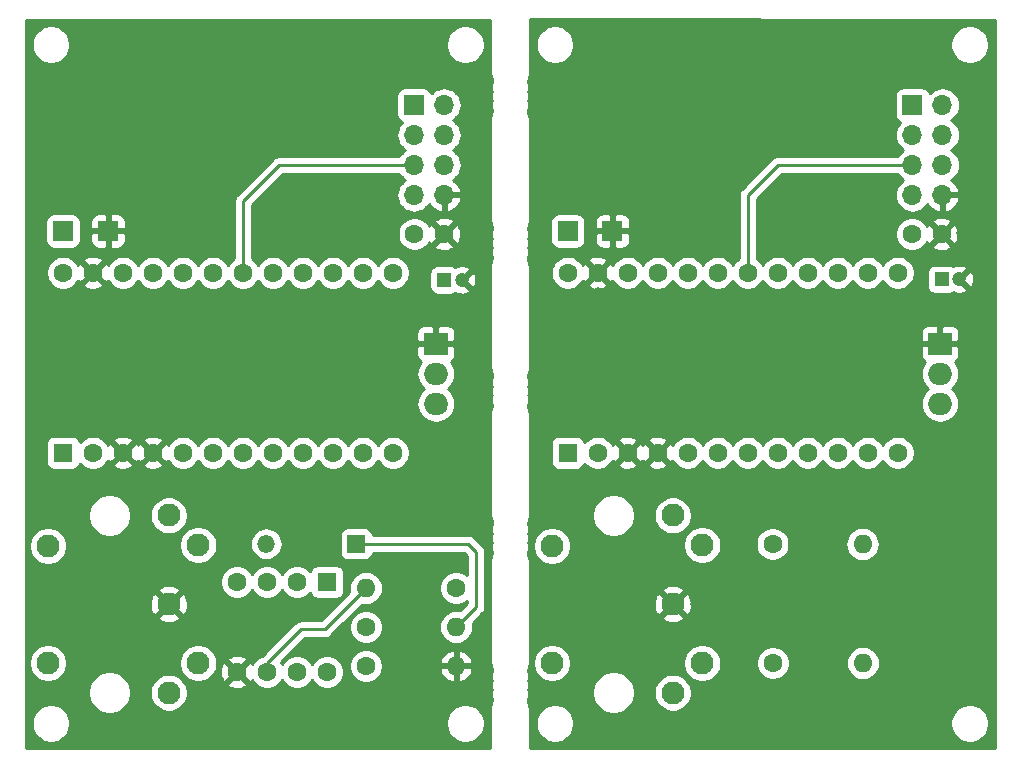
<source format=gbr>
G04 #@! TF.GenerationSoftware,KiCad,Pcbnew,(5.1.4-0-10_14)*
G04 #@! TF.CreationDate,2020-04-09T16:23:12-05:00*
G04 #@! TF.ProjectId,WIRELESS_MIDI_PANELIZED,57495245-4c45-4535-935f-4d4944495f50,rev?*
G04 #@! TF.SameCoordinates,Original*
G04 #@! TF.FileFunction,Copper,L2,Bot*
G04 #@! TF.FilePolarity,Positive*
%FSLAX46Y46*%
G04 Gerber Fmt 4.6, Leading zero omitted, Abs format (unit mm)*
G04 Created by KiCad (PCBNEW (5.1.4-0-10_14)) date 2020-04-09 16:23:12*
%MOMM*%
%LPD*%
G04 APERTURE LIST*
%ADD10C,1.200000*%
%ADD11R,1.200000X1.200000*%
%ADD12O,2.000000X1.905000*%
%ADD13R,2.000000X1.905000*%
%ADD14C,1.600000*%
%ADD15R,1.600000X1.600000*%
%ADD16O,1.500000X1.500000*%
%ADD17R,1.500000X1.500000*%
%ADD18O,1.600000X1.600000*%
%ADD19C,1.950000*%
%ADD20O,1.700000X1.700000*%
%ADD21R,1.700000X1.700000*%
%ADD22C,0.800000*%
%ADD23C,0.750000*%
%ADD24C,0.250000*%
%ADD25C,0.254000*%
G04 APERTURE END LIST*
D10*
X135358000Y-105537000D03*
D11*
X133858000Y-105537000D03*
D12*
X133159500Y-116027200D03*
X133159500Y-113487200D03*
D13*
X133159500Y-110947200D03*
D14*
X101600000Y-104927400D03*
X104140000Y-104927400D03*
X106680000Y-104927400D03*
X109220000Y-104927400D03*
X111760000Y-104927400D03*
X114300000Y-104927400D03*
X116840000Y-104927400D03*
X119380000Y-104927400D03*
X121920000Y-104927400D03*
X124460000Y-104927400D03*
X127000000Y-104927400D03*
X129540000Y-104927400D03*
X129540000Y-120167400D03*
X127000000Y-120167400D03*
X124460000Y-120167400D03*
X121920000Y-120167400D03*
X119380000Y-120167400D03*
X116840000Y-120167400D03*
X114300000Y-120167400D03*
X111760000Y-120167400D03*
X109220000Y-120167400D03*
X106680000Y-120167400D03*
X104140000Y-120167400D03*
D15*
X101600000Y-120167400D03*
D14*
X123952000Y-138734800D03*
X121412000Y-138734800D03*
X118872000Y-138734800D03*
X116332000Y-138734800D03*
X116332000Y-131114800D03*
X118872000Y-131114800D03*
X121412000Y-131114800D03*
D15*
X123952000Y-131114800D03*
D16*
X118808500Y-127876300D03*
D17*
X126428500Y-127876300D03*
D18*
X127254000Y-131622800D03*
D14*
X134874000Y-131622800D03*
D19*
X113050000Y-137982800D03*
X110550000Y-140482800D03*
X113050000Y-127982800D03*
X100330000Y-137972800D03*
X110550000Y-125482800D03*
X100330000Y-128066800D03*
X110550000Y-132982800D03*
D18*
X134874000Y-134924800D03*
D14*
X127254000Y-134924800D03*
D18*
X134874000Y-138226800D03*
D14*
X127254000Y-138226800D03*
D20*
X133858000Y-98348800D03*
X131318000Y-98348800D03*
X133858000Y-95808800D03*
X131318000Y-95808800D03*
X133858000Y-93268800D03*
X131318000Y-93268800D03*
X133858000Y-90728800D03*
D21*
X131318000Y-90728800D03*
X105410000Y-101396800D03*
X101600000Y-101396800D03*
D14*
X131358000Y-101650800D03*
X133858000Y-101650800D03*
D21*
X148107400Y-101396800D03*
X144348200Y-101396800D03*
D12*
X175844200Y-116027200D03*
X175844200Y-113487200D03*
D13*
X175844200Y-110947200D03*
D19*
X155722000Y-137982800D03*
X153222000Y-140482800D03*
X155722000Y-127982800D03*
X143002000Y-137972800D03*
X153222000Y-125482800D03*
X143002000Y-128066800D03*
X153222000Y-132982800D03*
D18*
X169316400Y-137972800D03*
D14*
X161696400Y-137972800D03*
D18*
X169291000Y-127914400D03*
D14*
X161671000Y-127914400D03*
D20*
X176047400Y-98348800D03*
X173507400Y-98348800D03*
X176047400Y-95808800D03*
X173507400Y-95808800D03*
X176047400Y-93268800D03*
X173507400Y-93268800D03*
X176047400Y-90728800D03*
D21*
X173507400Y-90728800D03*
D14*
X144322800Y-104927400D03*
X146862800Y-104927400D03*
X149402800Y-104927400D03*
X151942800Y-104927400D03*
X154482800Y-104927400D03*
X157022800Y-104927400D03*
X159562800Y-104927400D03*
X162102800Y-104927400D03*
X164642800Y-104927400D03*
X167182800Y-104927400D03*
X169722800Y-104927400D03*
X172262800Y-104927400D03*
X172262800Y-120167400D03*
X169722800Y-120167400D03*
X167182800Y-120167400D03*
X164642800Y-120167400D03*
X162102800Y-120167400D03*
X159562800Y-120167400D03*
X157022800Y-120167400D03*
X154482800Y-120167400D03*
X151942800Y-120167400D03*
X149402800Y-120167400D03*
X146862800Y-120167400D03*
D15*
X144322800Y-120167400D03*
D10*
X177496600Y-105486200D03*
D11*
X175996600Y-105486200D03*
D14*
X175982000Y-101650800D03*
X173482000Y-101650800D03*
D22*
X104140000Y-106730800D03*
X106680000Y-118414800D03*
X109220000Y-118414800D03*
X116332000Y-140512800D03*
X135636000Y-101650800D03*
X135636000Y-98348800D03*
X107696000Y-101396800D03*
X112522000Y-133146800D03*
X133096000Y-138226800D03*
X131165600Y-110947200D03*
X177622200Y-101600000D03*
X177647600Y-98348800D03*
X146862800Y-106527600D03*
X149402800Y-118541804D03*
X151942800Y-118541800D03*
X173761400Y-110947200D03*
X155117800Y-132969000D03*
X150317200Y-101422200D03*
X137083800Y-105537000D03*
X179222400Y-105460800D03*
D23*
X131358000Y-98388800D02*
X131318000Y-98348800D01*
X133159500Y-116422200D02*
X133659500Y-116422200D01*
D24*
X136588500Y-128574800D02*
X135890000Y-127876300D01*
X136588500Y-133210300D02*
X136588500Y-128574800D01*
X135890000Y-127876300D02*
X126428500Y-127876300D01*
X134874000Y-134924800D02*
X136588500Y-133210300D01*
X159562800Y-98374200D02*
X159562800Y-104927400D01*
X162128200Y-95808800D02*
X159562800Y-98374200D01*
X173507400Y-95808800D02*
X162128200Y-95808800D01*
X131318000Y-95808800D02*
X119913400Y-95808800D01*
X116840000Y-98882200D02*
X116840000Y-104927400D01*
X119913400Y-95808800D02*
X116840000Y-98882200D01*
X118872000Y-137998200D02*
X118872000Y-138734800D01*
X121742200Y-135128000D02*
X118872000Y-137998200D01*
X123748800Y-135128000D02*
X121742200Y-135128000D01*
X127254000Y-131622800D02*
X123748800Y-135128000D01*
D25*
G36*
X137770000Y-87992618D02*
G01*
X137773249Y-88025606D01*
X137773249Y-88038791D01*
X137774212Y-88047956D01*
X137796315Y-88245008D01*
X137808747Y-88303495D01*
X137820370Y-88362197D01*
X137823096Y-88371000D01*
X137883052Y-88560008D01*
X137906612Y-88614978D01*
X137929414Y-88670299D01*
X137933797Y-88678405D01*
X137959782Y-88725670D01*
X137911723Y-88797595D01*
X137845010Y-88958655D01*
X137811000Y-89129635D01*
X137811000Y-89303965D01*
X137845010Y-89474945D01*
X137893413Y-89591800D01*
X137845010Y-89708655D01*
X137811000Y-89879635D01*
X137811000Y-90053965D01*
X137845010Y-90224945D01*
X137893413Y-90341800D01*
X137845010Y-90458655D01*
X137811000Y-90629635D01*
X137811000Y-90803965D01*
X137845010Y-90974945D01*
X137911723Y-91136005D01*
X137960077Y-91208371D01*
X137923916Y-91276380D01*
X137901125Y-91331675D01*
X137877554Y-91386670D01*
X137874829Y-91395473D01*
X137817518Y-91585300D01*
X137805900Y-91643980D01*
X137793463Y-91702487D01*
X137792500Y-91711652D01*
X137773150Y-91908994D01*
X137773150Y-91909008D01*
X137770001Y-91940981D01*
X137770000Y-100464018D01*
X137773249Y-100497006D01*
X137773249Y-100510191D01*
X137774212Y-100519356D01*
X137796315Y-100716408D01*
X137808747Y-100774895D01*
X137820370Y-100833597D01*
X137823096Y-100842400D01*
X137883052Y-101031408D01*
X137906612Y-101086378D01*
X137929414Y-101141699D01*
X137933797Y-101149805D01*
X137959782Y-101197070D01*
X137911723Y-101268995D01*
X137845010Y-101430055D01*
X137811000Y-101601035D01*
X137811000Y-101775365D01*
X137845010Y-101946345D01*
X137893413Y-102063200D01*
X137845010Y-102180055D01*
X137811000Y-102351035D01*
X137811000Y-102525365D01*
X137845010Y-102696345D01*
X137893413Y-102813200D01*
X137845010Y-102930055D01*
X137811000Y-103101035D01*
X137811000Y-103275365D01*
X137845010Y-103446345D01*
X137911723Y-103607405D01*
X137960077Y-103679771D01*
X137923916Y-103747780D01*
X137901125Y-103803075D01*
X137877554Y-103858070D01*
X137874829Y-103866873D01*
X137817518Y-104056700D01*
X137805900Y-104115380D01*
X137793463Y-104173887D01*
X137792500Y-104183052D01*
X137773150Y-104380394D01*
X137773150Y-104380408D01*
X137770001Y-104412381D01*
X137770000Y-112935418D01*
X137773249Y-112968406D01*
X137773249Y-112981591D01*
X137774212Y-112990756D01*
X137796315Y-113187808D01*
X137808747Y-113246295D01*
X137820370Y-113304997D01*
X137823096Y-113313800D01*
X137883052Y-113502808D01*
X137906612Y-113557778D01*
X137929414Y-113613099D01*
X137933797Y-113621205D01*
X137959782Y-113668470D01*
X137911723Y-113740395D01*
X137845010Y-113901455D01*
X137811000Y-114072435D01*
X137811000Y-114246765D01*
X137845010Y-114417745D01*
X137893413Y-114534600D01*
X137845010Y-114651455D01*
X137811000Y-114822435D01*
X137811000Y-114996765D01*
X137845010Y-115167745D01*
X137893413Y-115284600D01*
X137845010Y-115401455D01*
X137811000Y-115572435D01*
X137811000Y-115746765D01*
X137845010Y-115917745D01*
X137911723Y-116078805D01*
X137960077Y-116151171D01*
X137923916Y-116219180D01*
X137901125Y-116274475D01*
X137877554Y-116329470D01*
X137874829Y-116338273D01*
X137817518Y-116528100D01*
X137805900Y-116586780D01*
X137793463Y-116645287D01*
X137792500Y-116654452D01*
X137773150Y-116851794D01*
X137773150Y-116851808D01*
X137770001Y-116883781D01*
X137770000Y-125406818D01*
X137773249Y-125439806D01*
X137773249Y-125452991D01*
X137774212Y-125462156D01*
X137796315Y-125659208D01*
X137808747Y-125717695D01*
X137820370Y-125776397D01*
X137823096Y-125785200D01*
X137883052Y-125974208D01*
X137906612Y-126029178D01*
X137929414Y-126084499D01*
X137933797Y-126092605D01*
X137959782Y-126139870D01*
X137911723Y-126211795D01*
X137845010Y-126372855D01*
X137811000Y-126543835D01*
X137811000Y-126718165D01*
X137845010Y-126889145D01*
X137893413Y-127006000D01*
X137845010Y-127122855D01*
X137811000Y-127293835D01*
X137811000Y-127468165D01*
X137845010Y-127639145D01*
X137893413Y-127756000D01*
X137845010Y-127872855D01*
X137811000Y-128043835D01*
X137811000Y-128218165D01*
X137845010Y-128389145D01*
X137911723Y-128550205D01*
X137960077Y-128622571D01*
X137923916Y-128690580D01*
X137901125Y-128745875D01*
X137877554Y-128800870D01*
X137874829Y-128809673D01*
X137817518Y-128999500D01*
X137805900Y-129058180D01*
X137793463Y-129116687D01*
X137792500Y-129125852D01*
X137773150Y-129323194D01*
X137773150Y-129323208D01*
X137770001Y-129355181D01*
X137770000Y-137878218D01*
X137773249Y-137911206D01*
X137773249Y-137924391D01*
X137774212Y-137933556D01*
X137796315Y-138130608D01*
X137808747Y-138189095D01*
X137820370Y-138247797D01*
X137823096Y-138256600D01*
X137883052Y-138445608D01*
X137906612Y-138500578D01*
X137929414Y-138555899D01*
X137933797Y-138564005D01*
X137959782Y-138611270D01*
X137911723Y-138683195D01*
X137845010Y-138844255D01*
X137811000Y-139015235D01*
X137811000Y-139189565D01*
X137845010Y-139360545D01*
X137893413Y-139477400D01*
X137845010Y-139594255D01*
X137811000Y-139765235D01*
X137811000Y-139939565D01*
X137845010Y-140110545D01*
X137893413Y-140227400D01*
X137845010Y-140344255D01*
X137811000Y-140515235D01*
X137811000Y-140689565D01*
X137845010Y-140860545D01*
X137911723Y-141021605D01*
X137960077Y-141093971D01*
X137923916Y-141161980D01*
X137901125Y-141217275D01*
X137877554Y-141272270D01*
X137874829Y-141281073D01*
X137817518Y-141470900D01*
X137805900Y-141529580D01*
X137793463Y-141588087D01*
X137792500Y-141597252D01*
X137773150Y-141794594D01*
X137773150Y-141794608D01*
X137770001Y-141826581D01*
X137770000Y-145186800D01*
X98450000Y-145186800D01*
X98450000Y-142925167D01*
X98941000Y-142925167D01*
X98941000Y-143247233D01*
X99003832Y-143563112D01*
X99127082Y-143860663D01*
X99306013Y-144128452D01*
X99533748Y-144356187D01*
X99801537Y-144535118D01*
X100099088Y-144658368D01*
X100414967Y-144721200D01*
X100737033Y-144721200D01*
X101052912Y-144658368D01*
X101350463Y-144535118D01*
X101618252Y-144356187D01*
X101845987Y-144128452D01*
X102024918Y-143860663D01*
X102148168Y-143563112D01*
X102211000Y-143247233D01*
X102211000Y-142925167D01*
X134034400Y-142925167D01*
X134034400Y-143247233D01*
X134097232Y-143563112D01*
X134220482Y-143860663D01*
X134399413Y-144128452D01*
X134627148Y-144356187D01*
X134894937Y-144535118D01*
X135192488Y-144658368D01*
X135508367Y-144721200D01*
X135830433Y-144721200D01*
X136146312Y-144658368D01*
X136443863Y-144535118D01*
X136711652Y-144356187D01*
X136939387Y-144128452D01*
X137118318Y-143860663D01*
X137241568Y-143563112D01*
X137304400Y-143247233D01*
X137304400Y-142925167D01*
X137241568Y-142609288D01*
X137118318Y-142311737D01*
X136939387Y-142043948D01*
X136711652Y-141816213D01*
X136443863Y-141637282D01*
X136146312Y-141514032D01*
X135830433Y-141451200D01*
X135508367Y-141451200D01*
X135192488Y-141514032D01*
X134894937Y-141637282D01*
X134627148Y-141816213D01*
X134399413Y-142043948D01*
X134220482Y-142311737D01*
X134097232Y-142609288D01*
X134034400Y-142925167D01*
X102211000Y-142925167D01*
X102148168Y-142609288D01*
X102024918Y-142311737D01*
X101845987Y-142043948D01*
X101618252Y-141816213D01*
X101350463Y-141637282D01*
X101052912Y-141514032D01*
X100737033Y-141451200D01*
X100414967Y-141451200D01*
X100099088Y-141514032D01*
X99801537Y-141637282D01*
X99533748Y-141816213D01*
X99306013Y-142043948D01*
X99127082Y-142311737D01*
X99003832Y-142609288D01*
X98941000Y-142925167D01*
X98450000Y-142925167D01*
X98450000Y-140302068D01*
X103715000Y-140302068D01*
X103715000Y-140663532D01*
X103785518Y-141018050D01*
X103923844Y-141351999D01*
X104124662Y-141652544D01*
X104380256Y-141908138D01*
X104680801Y-142108956D01*
X105014750Y-142247282D01*
X105369268Y-142317800D01*
X105730732Y-142317800D01*
X106085250Y-142247282D01*
X106419199Y-142108956D01*
X106719744Y-141908138D01*
X106975338Y-141652544D01*
X107176156Y-141351999D01*
X107314482Y-141018050D01*
X107385000Y-140663532D01*
X107385000Y-140324229D01*
X108940000Y-140324229D01*
X108940000Y-140641371D01*
X109001871Y-140952420D01*
X109123237Y-141245421D01*
X109299431Y-141509115D01*
X109523685Y-141733369D01*
X109787379Y-141909563D01*
X110080380Y-142030929D01*
X110391429Y-142092800D01*
X110708571Y-142092800D01*
X111019620Y-142030929D01*
X111312621Y-141909563D01*
X111576315Y-141733369D01*
X111800569Y-141509115D01*
X111976763Y-141245421D01*
X112098129Y-140952420D01*
X112160000Y-140641371D01*
X112160000Y-140324229D01*
X112098129Y-140013180D01*
X111979797Y-139727502D01*
X115518903Y-139727502D01*
X115590486Y-139971471D01*
X115845996Y-140092371D01*
X116120184Y-140161100D01*
X116402512Y-140175017D01*
X116682130Y-140133587D01*
X116948292Y-140038403D01*
X117073514Y-139971471D01*
X117145097Y-139727502D01*
X116332000Y-138914405D01*
X115518903Y-139727502D01*
X111979797Y-139727502D01*
X111976763Y-139720179D01*
X111800569Y-139456485D01*
X111576315Y-139232231D01*
X111312621Y-139056037D01*
X111019620Y-138934671D01*
X110708571Y-138872800D01*
X110391429Y-138872800D01*
X110080380Y-138934671D01*
X109787379Y-139056037D01*
X109523685Y-139232231D01*
X109299431Y-139456485D01*
X109123237Y-139720179D01*
X109001871Y-140013180D01*
X108940000Y-140324229D01*
X107385000Y-140324229D01*
X107385000Y-140302068D01*
X107314482Y-139947550D01*
X107176156Y-139613601D01*
X106975338Y-139313056D01*
X106719744Y-139057462D01*
X106419199Y-138856644D01*
X106085250Y-138718318D01*
X105730732Y-138647800D01*
X105369268Y-138647800D01*
X105014750Y-138718318D01*
X104680801Y-138856644D01*
X104380256Y-139057462D01*
X104124662Y-139313056D01*
X103923844Y-139613601D01*
X103785518Y-139947550D01*
X103715000Y-140302068D01*
X98450000Y-140302068D01*
X98450000Y-137814229D01*
X98720000Y-137814229D01*
X98720000Y-138131371D01*
X98781871Y-138442420D01*
X98903237Y-138735421D01*
X99079431Y-138999115D01*
X99303685Y-139223369D01*
X99567379Y-139399563D01*
X99860380Y-139520929D01*
X100171429Y-139582800D01*
X100488571Y-139582800D01*
X100799620Y-139520929D01*
X101092621Y-139399563D01*
X101356315Y-139223369D01*
X101580569Y-138999115D01*
X101756763Y-138735421D01*
X101878129Y-138442420D01*
X101940000Y-138131371D01*
X101940000Y-137824229D01*
X111440000Y-137824229D01*
X111440000Y-138141371D01*
X111501871Y-138452420D01*
X111623237Y-138745421D01*
X111799431Y-139009115D01*
X112023685Y-139233369D01*
X112287379Y-139409563D01*
X112580380Y-139530929D01*
X112891429Y-139592800D01*
X113208571Y-139592800D01*
X113519620Y-139530929D01*
X113812621Y-139409563D01*
X114076315Y-139233369D01*
X114300569Y-139009115D01*
X114436745Y-138805312D01*
X114891783Y-138805312D01*
X114933213Y-139084930D01*
X115028397Y-139351092D01*
X115095329Y-139476314D01*
X115339298Y-139547897D01*
X116152395Y-138734800D01*
X116511605Y-138734800D01*
X117324702Y-139547897D01*
X117568671Y-139476314D01*
X117599194Y-139411808D01*
X117600320Y-139414527D01*
X117757363Y-139649559D01*
X117957241Y-139849437D01*
X118192273Y-140006480D01*
X118453426Y-140114653D01*
X118730665Y-140169800D01*
X119013335Y-140169800D01*
X119290574Y-140114653D01*
X119551727Y-140006480D01*
X119786759Y-139849437D01*
X119986637Y-139649559D01*
X120142000Y-139417041D01*
X120297363Y-139649559D01*
X120497241Y-139849437D01*
X120732273Y-140006480D01*
X120993426Y-140114653D01*
X121270665Y-140169800D01*
X121553335Y-140169800D01*
X121830574Y-140114653D01*
X122091727Y-140006480D01*
X122326759Y-139849437D01*
X122526637Y-139649559D01*
X122682000Y-139417041D01*
X122837363Y-139649559D01*
X123037241Y-139849437D01*
X123272273Y-140006480D01*
X123533426Y-140114653D01*
X123810665Y-140169800D01*
X124093335Y-140169800D01*
X124370574Y-140114653D01*
X124631727Y-140006480D01*
X124866759Y-139849437D01*
X125066637Y-139649559D01*
X125223680Y-139414527D01*
X125331853Y-139153374D01*
X125387000Y-138876135D01*
X125387000Y-138593465D01*
X125331853Y-138316226D01*
X125236269Y-138085465D01*
X125819000Y-138085465D01*
X125819000Y-138368135D01*
X125874147Y-138645374D01*
X125982320Y-138906527D01*
X126139363Y-139141559D01*
X126339241Y-139341437D01*
X126574273Y-139498480D01*
X126835426Y-139606653D01*
X127112665Y-139661800D01*
X127395335Y-139661800D01*
X127672574Y-139606653D01*
X127933727Y-139498480D01*
X128168759Y-139341437D01*
X128368637Y-139141559D01*
X128525680Y-138906527D01*
X128633853Y-138645374D01*
X128647684Y-138575839D01*
X133482096Y-138575839D01*
X133522754Y-138709887D01*
X133642963Y-138964220D01*
X133810481Y-139190214D01*
X134018869Y-139379185D01*
X134260119Y-139523870D01*
X134524960Y-139618709D01*
X134747000Y-139497424D01*
X134747000Y-138353800D01*
X135001000Y-138353800D01*
X135001000Y-139497424D01*
X135223040Y-139618709D01*
X135487881Y-139523870D01*
X135729131Y-139379185D01*
X135937519Y-139190214D01*
X136105037Y-138964220D01*
X136225246Y-138709887D01*
X136265904Y-138575839D01*
X136143915Y-138353800D01*
X135001000Y-138353800D01*
X134747000Y-138353800D01*
X133604085Y-138353800D01*
X133482096Y-138575839D01*
X128647684Y-138575839D01*
X128689000Y-138368135D01*
X128689000Y-138085465D01*
X128647685Y-137877761D01*
X133482096Y-137877761D01*
X133604085Y-138099800D01*
X134747000Y-138099800D01*
X134747000Y-136956176D01*
X135001000Y-136956176D01*
X135001000Y-138099800D01*
X136143915Y-138099800D01*
X136265904Y-137877761D01*
X136225246Y-137743713D01*
X136105037Y-137489380D01*
X135937519Y-137263386D01*
X135729131Y-137074415D01*
X135487881Y-136929730D01*
X135223040Y-136834891D01*
X135001000Y-136956176D01*
X134747000Y-136956176D01*
X134524960Y-136834891D01*
X134260119Y-136929730D01*
X134018869Y-137074415D01*
X133810481Y-137263386D01*
X133642963Y-137489380D01*
X133522754Y-137743713D01*
X133482096Y-137877761D01*
X128647685Y-137877761D01*
X128633853Y-137808226D01*
X128525680Y-137547073D01*
X128368637Y-137312041D01*
X128168759Y-137112163D01*
X127933727Y-136955120D01*
X127672574Y-136846947D01*
X127395335Y-136791800D01*
X127112665Y-136791800D01*
X126835426Y-136846947D01*
X126574273Y-136955120D01*
X126339241Y-137112163D01*
X126139363Y-137312041D01*
X125982320Y-137547073D01*
X125874147Y-137808226D01*
X125819000Y-138085465D01*
X125236269Y-138085465D01*
X125223680Y-138055073D01*
X125066637Y-137820041D01*
X124866759Y-137620163D01*
X124631727Y-137463120D01*
X124370574Y-137354947D01*
X124093335Y-137299800D01*
X123810665Y-137299800D01*
X123533426Y-137354947D01*
X123272273Y-137463120D01*
X123037241Y-137620163D01*
X122837363Y-137820041D01*
X122682000Y-138052559D01*
X122526637Y-137820041D01*
X122326759Y-137620163D01*
X122091727Y-137463120D01*
X121830574Y-137354947D01*
X121553335Y-137299800D01*
X121270665Y-137299800D01*
X120993426Y-137354947D01*
X120732273Y-137463120D01*
X120497241Y-137620163D01*
X120297363Y-137820041D01*
X120142000Y-138052559D01*
X120042041Y-137902960D01*
X122057002Y-135888000D01*
X123711478Y-135888000D01*
X123748800Y-135891676D01*
X123786122Y-135888000D01*
X123786133Y-135888000D01*
X123897786Y-135877003D01*
X124041047Y-135833546D01*
X124173076Y-135762974D01*
X124288801Y-135668001D01*
X124312604Y-135638997D01*
X125168136Y-134783465D01*
X125819000Y-134783465D01*
X125819000Y-135066135D01*
X125874147Y-135343374D01*
X125982320Y-135604527D01*
X126139363Y-135839559D01*
X126339241Y-136039437D01*
X126574273Y-136196480D01*
X126835426Y-136304653D01*
X127112665Y-136359800D01*
X127395335Y-136359800D01*
X127672574Y-136304653D01*
X127933727Y-136196480D01*
X128168759Y-136039437D01*
X128368637Y-135839559D01*
X128525680Y-135604527D01*
X128633853Y-135343374D01*
X128689000Y-135066135D01*
X128689000Y-134783465D01*
X128633853Y-134506226D01*
X128525680Y-134245073D01*
X128368637Y-134010041D01*
X128168759Y-133810163D01*
X127933727Y-133653120D01*
X127672574Y-133544947D01*
X127395335Y-133489800D01*
X127112665Y-133489800D01*
X126835426Y-133544947D01*
X126574273Y-133653120D01*
X126339241Y-133810163D01*
X126139363Y-134010041D01*
X125982320Y-134245073D01*
X125874147Y-134506226D01*
X125819000Y-134783465D01*
X125168136Y-134783465D01*
X126928095Y-133023508D01*
X126972691Y-133037036D01*
X127183508Y-133057800D01*
X127324492Y-133057800D01*
X127535309Y-133037036D01*
X127805808Y-132954982D01*
X128055101Y-132821732D01*
X128273608Y-132642408D01*
X128452932Y-132423901D01*
X128586182Y-132174608D01*
X128668236Y-131904109D01*
X128695943Y-131622800D01*
X128668236Y-131341491D01*
X128586182Y-131070992D01*
X128452932Y-130821699D01*
X128273608Y-130603192D01*
X128055101Y-130423868D01*
X127805808Y-130290618D01*
X127535309Y-130208564D01*
X127324492Y-130187800D01*
X127183508Y-130187800D01*
X126972691Y-130208564D01*
X126702192Y-130290618D01*
X126452899Y-130423868D01*
X126234392Y-130603192D01*
X126055068Y-130821699D01*
X125921818Y-131070992D01*
X125839764Y-131341491D01*
X125812057Y-131622800D01*
X125839764Y-131904109D01*
X125853292Y-131948705D01*
X123433999Y-134368000D01*
X121779525Y-134368000D01*
X121742200Y-134364324D01*
X121704875Y-134368000D01*
X121704867Y-134368000D01*
X121593214Y-134378997D01*
X121449953Y-134422454D01*
X121317924Y-134493026D01*
X121202199Y-134587999D01*
X121178401Y-134616997D01*
X118431278Y-137364121D01*
X118192273Y-137463120D01*
X117957241Y-137620163D01*
X117757363Y-137820041D01*
X117601085Y-138053928D01*
X117568671Y-137993286D01*
X117324702Y-137921703D01*
X116511605Y-138734800D01*
X116152395Y-138734800D01*
X115339298Y-137921703D01*
X115095329Y-137993286D01*
X114974429Y-138248796D01*
X114905700Y-138522984D01*
X114891783Y-138805312D01*
X114436745Y-138805312D01*
X114476763Y-138745421D01*
X114598129Y-138452420D01*
X114660000Y-138141371D01*
X114660000Y-137824229D01*
X114643664Y-137742098D01*
X115518903Y-137742098D01*
X116332000Y-138555195D01*
X117145097Y-137742098D01*
X117073514Y-137498129D01*
X116818004Y-137377229D01*
X116543816Y-137308500D01*
X116261488Y-137294583D01*
X115981870Y-137336013D01*
X115715708Y-137431197D01*
X115590486Y-137498129D01*
X115518903Y-137742098D01*
X114643664Y-137742098D01*
X114598129Y-137513180D01*
X114476763Y-137220179D01*
X114300569Y-136956485D01*
X114076315Y-136732231D01*
X113812621Y-136556037D01*
X113519620Y-136434671D01*
X113208571Y-136372800D01*
X112891429Y-136372800D01*
X112580380Y-136434671D01*
X112287379Y-136556037D01*
X112023685Y-136732231D01*
X111799431Y-136956485D01*
X111623237Y-137220179D01*
X111501871Y-137513180D01*
X111440000Y-137824229D01*
X101940000Y-137824229D01*
X101940000Y-137814229D01*
X101878129Y-137503180D01*
X101756763Y-137210179D01*
X101580569Y-136946485D01*
X101356315Y-136722231D01*
X101092621Y-136546037D01*
X100799620Y-136424671D01*
X100488571Y-136362800D01*
X100171429Y-136362800D01*
X99860380Y-136424671D01*
X99567379Y-136546037D01*
X99303685Y-136722231D01*
X99079431Y-136946485D01*
X98903237Y-137210179D01*
X98781871Y-137503180D01*
X98720000Y-137814229D01*
X98450000Y-137814229D01*
X98450000Y-134100384D01*
X109612021Y-134100384D01*
X109704766Y-134362229D01*
X109990120Y-134500620D01*
X110296990Y-134580683D01*
X110613584Y-134599340D01*
X110927733Y-134555874D01*
X111227367Y-134451956D01*
X111395234Y-134362229D01*
X111487979Y-134100384D01*
X110550000Y-133162405D01*
X109612021Y-134100384D01*
X98450000Y-134100384D01*
X98450000Y-133046384D01*
X108933460Y-133046384D01*
X108976926Y-133360533D01*
X109080844Y-133660167D01*
X109170571Y-133828034D01*
X109432416Y-133920779D01*
X110370395Y-132982800D01*
X110729605Y-132982800D01*
X111667584Y-133920779D01*
X111929429Y-133828034D01*
X112067820Y-133542680D01*
X112147883Y-133235810D01*
X112166540Y-132919216D01*
X112123074Y-132605067D01*
X112019156Y-132305433D01*
X111929429Y-132137566D01*
X111667584Y-132044821D01*
X110729605Y-132982800D01*
X110370395Y-132982800D01*
X109432416Y-132044821D01*
X109170571Y-132137566D01*
X109032180Y-132422920D01*
X108952117Y-132729790D01*
X108933460Y-133046384D01*
X98450000Y-133046384D01*
X98450000Y-131865216D01*
X109612021Y-131865216D01*
X110550000Y-132803195D01*
X111487979Y-131865216D01*
X111395234Y-131603371D01*
X111109880Y-131464980D01*
X110803010Y-131384917D01*
X110486416Y-131366260D01*
X110172267Y-131409726D01*
X109872633Y-131513644D01*
X109704766Y-131603371D01*
X109612021Y-131865216D01*
X98450000Y-131865216D01*
X98450000Y-130973465D01*
X114897000Y-130973465D01*
X114897000Y-131256135D01*
X114952147Y-131533374D01*
X115060320Y-131794527D01*
X115217363Y-132029559D01*
X115417241Y-132229437D01*
X115652273Y-132386480D01*
X115913426Y-132494653D01*
X116190665Y-132549800D01*
X116473335Y-132549800D01*
X116750574Y-132494653D01*
X117011727Y-132386480D01*
X117246759Y-132229437D01*
X117446637Y-132029559D01*
X117602000Y-131797041D01*
X117757363Y-132029559D01*
X117957241Y-132229437D01*
X118192273Y-132386480D01*
X118453426Y-132494653D01*
X118730665Y-132549800D01*
X119013335Y-132549800D01*
X119290574Y-132494653D01*
X119551727Y-132386480D01*
X119786759Y-132229437D01*
X119986637Y-132029559D01*
X120142000Y-131797041D01*
X120297363Y-132029559D01*
X120497241Y-132229437D01*
X120732273Y-132386480D01*
X120993426Y-132494653D01*
X121270665Y-132549800D01*
X121553335Y-132549800D01*
X121830574Y-132494653D01*
X122091727Y-132386480D01*
X122326759Y-132229437D01*
X122525357Y-132030839D01*
X122526188Y-132039282D01*
X122562498Y-132158980D01*
X122621463Y-132269294D01*
X122700815Y-132365985D01*
X122797506Y-132445337D01*
X122907820Y-132504302D01*
X123027518Y-132540612D01*
X123152000Y-132552872D01*
X124752000Y-132552872D01*
X124876482Y-132540612D01*
X124996180Y-132504302D01*
X125106494Y-132445337D01*
X125203185Y-132365985D01*
X125282537Y-132269294D01*
X125341502Y-132158980D01*
X125377812Y-132039282D01*
X125390072Y-131914800D01*
X125390072Y-130314800D01*
X125377812Y-130190318D01*
X125341502Y-130070620D01*
X125282537Y-129960306D01*
X125203185Y-129863615D01*
X125106494Y-129784263D01*
X124996180Y-129725298D01*
X124876482Y-129688988D01*
X124752000Y-129676728D01*
X123152000Y-129676728D01*
X123027518Y-129688988D01*
X122907820Y-129725298D01*
X122797506Y-129784263D01*
X122700815Y-129863615D01*
X122621463Y-129960306D01*
X122562498Y-130070620D01*
X122526188Y-130190318D01*
X122525357Y-130198761D01*
X122326759Y-130000163D01*
X122091727Y-129843120D01*
X121830574Y-129734947D01*
X121553335Y-129679800D01*
X121270665Y-129679800D01*
X120993426Y-129734947D01*
X120732273Y-129843120D01*
X120497241Y-130000163D01*
X120297363Y-130200041D01*
X120142000Y-130432559D01*
X119986637Y-130200041D01*
X119786759Y-130000163D01*
X119551727Y-129843120D01*
X119290574Y-129734947D01*
X119013335Y-129679800D01*
X118730665Y-129679800D01*
X118453426Y-129734947D01*
X118192273Y-129843120D01*
X117957241Y-130000163D01*
X117757363Y-130200041D01*
X117602000Y-130432559D01*
X117446637Y-130200041D01*
X117246759Y-130000163D01*
X117011727Y-129843120D01*
X116750574Y-129734947D01*
X116473335Y-129679800D01*
X116190665Y-129679800D01*
X115913426Y-129734947D01*
X115652273Y-129843120D01*
X115417241Y-130000163D01*
X115217363Y-130200041D01*
X115060320Y-130435073D01*
X114952147Y-130696226D01*
X114897000Y-130973465D01*
X98450000Y-130973465D01*
X98450000Y-127908229D01*
X98720000Y-127908229D01*
X98720000Y-128225371D01*
X98781871Y-128536420D01*
X98903237Y-128829421D01*
X99079431Y-129093115D01*
X99303685Y-129317369D01*
X99567379Y-129493563D01*
X99860380Y-129614929D01*
X100171429Y-129676800D01*
X100488571Y-129676800D01*
X100799620Y-129614929D01*
X101092621Y-129493563D01*
X101356315Y-129317369D01*
X101580569Y-129093115D01*
X101756763Y-128829421D01*
X101878129Y-128536420D01*
X101940000Y-128225371D01*
X101940000Y-127908229D01*
X101923292Y-127824229D01*
X111440000Y-127824229D01*
X111440000Y-128141371D01*
X111501871Y-128452420D01*
X111623237Y-128745421D01*
X111799431Y-129009115D01*
X112023685Y-129233369D01*
X112287379Y-129409563D01*
X112580380Y-129530929D01*
X112891429Y-129592800D01*
X113208571Y-129592800D01*
X113519620Y-129530929D01*
X113812621Y-129409563D01*
X114076315Y-129233369D01*
X114300569Y-129009115D01*
X114476763Y-128745421D01*
X114598129Y-128452420D01*
X114660000Y-128141371D01*
X114660000Y-127876300D01*
X117416799Y-127876300D01*
X117443540Y-128147807D01*
X117522736Y-128408881D01*
X117651343Y-128649488D01*
X117824419Y-128860381D01*
X118035312Y-129033457D01*
X118275919Y-129162064D01*
X118536993Y-129241260D01*
X118740463Y-129261300D01*
X118876537Y-129261300D01*
X119080007Y-129241260D01*
X119341081Y-129162064D01*
X119581688Y-129033457D01*
X119792581Y-128860381D01*
X119965657Y-128649488D01*
X120094264Y-128408881D01*
X120173460Y-128147807D01*
X120200201Y-127876300D01*
X120173460Y-127604793D01*
X120094264Y-127343719D01*
X119978052Y-127126300D01*
X125040428Y-127126300D01*
X125040428Y-128626300D01*
X125052688Y-128750782D01*
X125088998Y-128870480D01*
X125147963Y-128980794D01*
X125227315Y-129077485D01*
X125324006Y-129156837D01*
X125434320Y-129215802D01*
X125554018Y-129252112D01*
X125678500Y-129264372D01*
X127178500Y-129264372D01*
X127302982Y-129252112D01*
X127422680Y-129215802D01*
X127532994Y-129156837D01*
X127629685Y-129077485D01*
X127709037Y-128980794D01*
X127768002Y-128870480D01*
X127804312Y-128750782D01*
X127815587Y-128636300D01*
X135575199Y-128636300D01*
X135828501Y-128889603D01*
X135828501Y-130547905D01*
X135788759Y-130508163D01*
X135553727Y-130351120D01*
X135292574Y-130242947D01*
X135015335Y-130187800D01*
X134732665Y-130187800D01*
X134455426Y-130242947D01*
X134194273Y-130351120D01*
X133959241Y-130508163D01*
X133759363Y-130708041D01*
X133602320Y-130943073D01*
X133494147Y-131204226D01*
X133439000Y-131481465D01*
X133439000Y-131764135D01*
X133494147Y-132041374D01*
X133602320Y-132302527D01*
X133759363Y-132537559D01*
X133959241Y-132737437D01*
X134194273Y-132894480D01*
X134455426Y-133002653D01*
X134732665Y-133057800D01*
X135015335Y-133057800D01*
X135292574Y-133002653D01*
X135553727Y-132894480D01*
X135788759Y-132737437D01*
X135828500Y-132697696D01*
X135828500Y-132895498D01*
X135199906Y-133524092D01*
X135155309Y-133510564D01*
X134944492Y-133489800D01*
X134803508Y-133489800D01*
X134592691Y-133510564D01*
X134322192Y-133592618D01*
X134072899Y-133725868D01*
X133854392Y-133905192D01*
X133675068Y-134123699D01*
X133541818Y-134372992D01*
X133459764Y-134643491D01*
X133432057Y-134924800D01*
X133459764Y-135206109D01*
X133541818Y-135476608D01*
X133675068Y-135725901D01*
X133854392Y-135944408D01*
X134072899Y-136123732D01*
X134322192Y-136256982D01*
X134592691Y-136339036D01*
X134803508Y-136359800D01*
X134944492Y-136359800D01*
X135155309Y-136339036D01*
X135425808Y-136256982D01*
X135675101Y-136123732D01*
X135893608Y-135944408D01*
X136072932Y-135725901D01*
X136206182Y-135476608D01*
X136288236Y-135206109D01*
X136315943Y-134924800D01*
X136288236Y-134643491D01*
X136274708Y-134598894D01*
X137099504Y-133774098D01*
X137128501Y-133750301D01*
X137154832Y-133718217D01*
X137223474Y-133634577D01*
X137294046Y-133502547D01*
X137297913Y-133489800D01*
X137337503Y-133359286D01*
X137348500Y-133247633D01*
X137348500Y-133247624D01*
X137352176Y-133210301D01*
X137348500Y-133172978D01*
X137348500Y-128612122D01*
X137352176Y-128574799D01*
X137348500Y-128537476D01*
X137348500Y-128537467D01*
X137337503Y-128425814D01*
X137294046Y-128282553D01*
X137223474Y-128150524D01*
X137128501Y-128034799D01*
X137099502Y-128011001D01*
X136453803Y-127365302D01*
X136430001Y-127336299D01*
X136314276Y-127241326D01*
X136182247Y-127170754D01*
X136038986Y-127127297D01*
X135927333Y-127116300D01*
X135927322Y-127116300D01*
X135890000Y-127112624D01*
X135852678Y-127116300D01*
X127815587Y-127116300D01*
X127804312Y-127001818D01*
X127768002Y-126882120D01*
X127709037Y-126771806D01*
X127629685Y-126675115D01*
X127532994Y-126595763D01*
X127422680Y-126536798D01*
X127302982Y-126500488D01*
X127178500Y-126488228D01*
X125678500Y-126488228D01*
X125554018Y-126500488D01*
X125434320Y-126536798D01*
X125324006Y-126595763D01*
X125227315Y-126675115D01*
X125147963Y-126771806D01*
X125088998Y-126882120D01*
X125052688Y-127001818D01*
X125040428Y-127126300D01*
X119978052Y-127126300D01*
X119965657Y-127103112D01*
X119792581Y-126892219D01*
X119581688Y-126719143D01*
X119341081Y-126590536D01*
X119080007Y-126511340D01*
X118876537Y-126491300D01*
X118740463Y-126491300D01*
X118536993Y-126511340D01*
X118275919Y-126590536D01*
X118035312Y-126719143D01*
X117824419Y-126892219D01*
X117651343Y-127103112D01*
X117522736Y-127343719D01*
X117443540Y-127604793D01*
X117416799Y-127876300D01*
X114660000Y-127876300D01*
X114660000Y-127824229D01*
X114598129Y-127513180D01*
X114476763Y-127220179D01*
X114300569Y-126956485D01*
X114076315Y-126732231D01*
X113812621Y-126556037D01*
X113519620Y-126434671D01*
X113208571Y-126372800D01*
X112891429Y-126372800D01*
X112580380Y-126434671D01*
X112287379Y-126556037D01*
X112023685Y-126732231D01*
X111799431Y-126956485D01*
X111623237Y-127220179D01*
X111501871Y-127513180D01*
X111440000Y-127824229D01*
X101923292Y-127824229D01*
X101878129Y-127597180D01*
X101756763Y-127304179D01*
X101580569Y-127040485D01*
X101356315Y-126816231D01*
X101092621Y-126640037D01*
X100799620Y-126518671D01*
X100488571Y-126456800D01*
X100171429Y-126456800D01*
X99860380Y-126518671D01*
X99567379Y-126640037D01*
X99303685Y-126816231D01*
X99079431Y-127040485D01*
X98903237Y-127304179D01*
X98781871Y-127597180D01*
X98720000Y-127908229D01*
X98450000Y-127908229D01*
X98450000Y-125302068D01*
X103715000Y-125302068D01*
X103715000Y-125663532D01*
X103785518Y-126018050D01*
X103923844Y-126351999D01*
X104124662Y-126652544D01*
X104380256Y-126908138D01*
X104680801Y-127108956D01*
X105014750Y-127247282D01*
X105369268Y-127317800D01*
X105730732Y-127317800D01*
X106085250Y-127247282D01*
X106419199Y-127108956D01*
X106719744Y-126908138D01*
X106975338Y-126652544D01*
X107176156Y-126351999D01*
X107314482Y-126018050D01*
X107385000Y-125663532D01*
X107385000Y-125324229D01*
X108940000Y-125324229D01*
X108940000Y-125641371D01*
X109001871Y-125952420D01*
X109123237Y-126245421D01*
X109299431Y-126509115D01*
X109523685Y-126733369D01*
X109787379Y-126909563D01*
X110080380Y-127030929D01*
X110391429Y-127092800D01*
X110708571Y-127092800D01*
X111019620Y-127030929D01*
X111312621Y-126909563D01*
X111576315Y-126733369D01*
X111800569Y-126509115D01*
X111976763Y-126245421D01*
X112098129Y-125952420D01*
X112160000Y-125641371D01*
X112160000Y-125324229D01*
X112098129Y-125013180D01*
X111976763Y-124720179D01*
X111800569Y-124456485D01*
X111576315Y-124232231D01*
X111312621Y-124056037D01*
X111019620Y-123934671D01*
X110708571Y-123872800D01*
X110391429Y-123872800D01*
X110080380Y-123934671D01*
X109787379Y-124056037D01*
X109523685Y-124232231D01*
X109299431Y-124456485D01*
X109123237Y-124720179D01*
X109001871Y-125013180D01*
X108940000Y-125324229D01*
X107385000Y-125324229D01*
X107385000Y-125302068D01*
X107314482Y-124947550D01*
X107176156Y-124613601D01*
X106975338Y-124313056D01*
X106719744Y-124057462D01*
X106419199Y-123856644D01*
X106085250Y-123718318D01*
X105730732Y-123647800D01*
X105369268Y-123647800D01*
X105014750Y-123718318D01*
X104680801Y-123856644D01*
X104380256Y-124057462D01*
X104124662Y-124313056D01*
X103923844Y-124613601D01*
X103785518Y-124947550D01*
X103715000Y-125302068D01*
X98450000Y-125302068D01*
X98450000Y-119367400D01*
X100161928Y-119367400D01*
X100161928Y-120967400D01*
X100174188Y-121091882D01*
X100210498Y-121211580D01*
X100269463Y-121321894D01*
X100348815Y-121418585D01*
X100445506Y-121497937D01*
X100555820Y-121556902D01*
X100675518Y-121593212D01*
X100800000Y-121605472D01*
X102400000Y-121605472D01*
X102524482Y-121593212D01*
X102644180Y-121556902D01*
X102754494Y-121497937D01*
X102851185Y-121418585D01*
X102930537Y-121321894D01*
X102989502Y-121211580D01*
X103025812Y-121091882D01*
X103026643Y-121083439D01*
X103225241Y-121282037D01*
X103460273Y-121439080D01*
X103721426Y-121547253D01*
X103998665Y-121602400D01*
X104281335Y-121602400D01*
X104558574Y-121547253D01*
X104819727Y-121439080D01*
X105054759Y-121282037D01*
X105176694Y-121160102D01*
X105866903Y-121160102D01*
X105938486Y-121404071D01*
X106193996Y-121524971D01*
X106468184Y-121593700D01*
X106750512Y-121607617D01*
X107030130Y-121566187D01*
X107296292Y-121471003D01*
X107421514Y-121404071D01*
X107493097Y-121160102D01*
X108406903Y-121160102D01*
X108478486Y-121404071D01*
X108733996Y-121524971D01*
X109008184Y-121593700D01*
X109290512Y-121607617D01*
X109570130Y-121566187D01*
X109836292Y-121471003D01*
X109961514Y-121404071D01*
X110033097Y-121160102D01*
X109220000Y-120347005D01*
X108406903Y-121160102D01*
X107493097Y-121160102D01*
X106680000Y-120347005D01*
X105866903Y-121160102D01*
X105176694Y-121160102D01*
X105254637Y-121082159D01*
X105410915Y-120848272D01*
X105443329Y-120908914D01*
X105687298Y-120980497D01*
X106500395Y-120167400D01*
X106859605Y-120167400D01*
X107672702Y-120980497D01*
X107916671Y-120908914D01*
X107947971Y-120842764D01*
X107983329Y-120908914D01*
X108227298Y-120980497D01*
X109040395Y-120167400D01*
X109399605Y-120167400D01*
X110212702Y-120980497D01*
X110456671Y-120908914D01*
X110487194Y-120844408D01*
X110488320Y-120847127D01*
X110645363Y-121082159D01*
X110845241Y-121282037D01*
X111080273Y-121439080D01*
X111341426Y-121547253D01*
X111618665Y-121602400D01*
X111901335Y-121602400D01*
X112178574Y-121547253D01*
X112439727Y-121439080D01*
X112674759Y-121282037D01*
X112874637Y-121082159D01*
X113030000Y-120849641D01*
X113185363Y-121082159D01*
X113385241Y-121282037D01*
X113620273Y-121439080D01*
X113881426Y-121547253D01*
X114158665Y-121602400D01*
X114441335Y-121602400D01*
X114718574Y-121547253D01*
X114979727Y-121439080D01*
X115214759Y-121282037D01*
X115414637Y-121082159D01*
X115570000Y-120849641D01*
X115725363Y-121082159D01*
X115925241Y-121282037D01*
X116160273Y-121439080D01*
X116421426Y-121547253D01*
X116698665Y-121602400D01*
X116981335Y-121602400D01*
X117258574Y-121547253D01*
X117519727Y-121439080D01*
X117754759Y-121282037D01*
X117954637Y-121082159D01*
X118110000Y-120849641D01*
X118265363Y-121082159D01*
X118465241Y-121282037D01*
X118700273Y-121439080D01*
X118961426Y-121547253D01*
X119238665Y-121602400D01*
X119521335Y-121602400D01*
X119798574Y-121547253D01*
X120059727Y-121439080D01*
X120294759Y-121282037D01*
X120494637Y-121082159D01*
X120650000Y-120849641D01*
X120805363Y-121082159D01*
X121005241Y-121282037D01*
X121240273Y-121439080D01*
X121501426Y-121547253D01*
X121778665Y-121602400D01*
X122061335Y-121602400D01*
X122338574Y-121547253D01*
X122599727Y-121439080D01*
X122834759Y-121282037D01*
X123034637Y-121082159D01*
X123190000Y-120849641D01*
X123345363Y-121082159D01*
X123545241Y-121282037D01*
X123780273Y-121439080D01*
X124041426Y-121547253D01*
X124318665Y-121602400D01*
X124601335Y-121602400D01*
X124878574Y-121547253D01*
X125139727Y-121439080D01*
X125374759Y-121282037D01*
X125574637Y-121082159D01*
X125730000Y-120849641D01*
X125885363Y-121082159D01*
X126085241Y-121282037D01*
X126320273Y-121439080D01*
X126581426Y-121547253D01*
X126858665Y-121602400D01*
X127141335Y-121602400D01*
X127418574Y-121547253D01*
X127679727Y-121439080D01*
X127914759Y-121282037D01*
X128114637Y-121082159D01*
X128270000Y-120849641D01*
X128425363Y-121082159D01*
X128625241Y-121282037D01*
X128860273Y-121439080D01*
X129121426Y-121547253D01*
X129398665Y-121602400D01*
X129681335Y-121602400D01*
X129958574Y-121547253D01*
X130219727Y-121439080D01*
X130454759Y-121282037D01*
X130654637Y-121082159D01*
X130811680Y-120847127D01*
X130919853Y-120585974D01*
X130975000Y-120308735D01*
X130975000Y-120026065D01*
X130919853Y-119748826D01*
X130811680Y-119487673D01*
X130654637Y-119252641D01*
X130454759Y-119052763D01*
X130219727Y-118895720D01*
X129958574Y-118787547D01*
X129681335Y-118732400D01*
X129398665Y-118732400D01*
X129121426Y-118787547D01*
X128860273Y-118895720D01*
X128625241Y-119052763D01*
X128425363Y-119252641D01*
X128270000Y-119485159D01*
X128114637Y-119252641D01*
X127914759Y-119052763D01*
X127679727Y-118895720D01*
X127418574Y-118787547D01*
X127141335Y-118732400D01*
X126858665Y-118732400D01*
X126581426Y-118787547D01*
X126320273Y-118895720D01*
X126085241Y-119052763D01*
X125885363Y-119252641D01*
X125730000Y-119485159D01*
X125574637Y-119252641D01*
X125374759Y-119052763D01*
X125139727Y-118895720D01*
X124878574Y-118787547D01*
X124601335Y-118732400D01*
X124318665Y-118732400D01*
X124041426Y-118787547D01*
X123780273Y-118895720D01*
X123545241Y-119052763D01*
X123345363Y-119252641D01*
X123190000Y-119485159D01*
X123034637Y-119252641D01*
X122834759Y-119052763D01*
X122599727Y-118895720D01*
X122338574Y-118787547D01*
X122061335Y-118732400D01*
X121778665Y-118732400D01*
X121501426Y-118787547D01*
X121240273Y-118895720D01*
X121005241Y-119052763D01*
X120805363Y-119252641D01*
X120650000Y-119485159D01*
X120494637Y-119252641D01*
X120294759Y-119052763D01*
X120059727Y-118895720D01*
X119798574Y-118787547D01*
X119521335Y-118732400D01*
X119238665Y-118732400D01*
X118961426Y-118787547D01*
X118700273Y-118895720D01*
X118465241Y-119052763D01*
X118265363Y-119252641D01*
X118110000Y-119485159D01*
X117954637Y-119252641D01*
X117754759Y-119052763D01*
X117519727Y-118895720D01*
X117258574Y-118787547D01*
X116981335Y-118732400D01*
X116698665Y-118732400D01*
X116421426Y-118787547D01*
X116160273Y-118895720D01*
X115925241Y-119052763D01*
X115725363Y-119252641D01*
X115570000Y-119485159D01*
X115414637Y-119252641D01*
X115214759Y-119052763D01*
X114979727Y-118895720D01*
X114718574Y-118787547D01*
X114441335Y-118732400D01*
X114158665Y-118732400D01*
X113881426Y-118787547D01*
X113620273Y-118895720D01*
X113385241Y-119052763D01*
X113185363Y-119252641D01*
X113030000Y-119485159D01*
X112874637Y-119252641D01*
X112674759Y-119052763D01*
X112439727Y-118895720D01*
X112178574Y-118787547D01*
X111901335Y-118732400D01*
X111618665Y-118732400D01*
X111341426Y-118787547D01*
X111080273Y-118895720D01*
X110845241Y-119052763D01*
X110645363Y-119252641D01*
X110489085Y-119486528D01*
X110456671Y-119425886D01*
X110212702Y-119354303D01*
X109399605Y-120167400D01*
X109040395Y-120167400D01*
X108227298Y-119354303D01*
X107983329Y-119425886D01*
X107952029Y-119492036D01*
X107916671Y-119425886D01*
X107672702Y-119354303D01*
X106859605Y-120167400D01*
X106500395Y-120167400D01*
X105687298Y-119354303D01*
X105443329Y-119425886D01*
X105412806Y-119490392D01*
X105411680Y-119487673D01*
X105254637Y-119252641D01*
X105176694Y-119174698D01*
X105866903Y-119174698D01*
X106680000Y-119987795D01*
X107493097Y-119174698D01*
X108406903Y-119174698D01*
X109220000Y-119987795D01*
X110033097Y-119174698D01*
X109961514Y-118930729D01*
X109706004Y-118809829D01*
X109431816Y-118741100D01*
X109149488Y-118727183D01*
X108869870Y-118768613D01*
X108603708Y-118863797D01*
X108478486Y-118930729D01*
X108406903Y-119174698D01*
X107493097Y-119174698D01*
X107421514Y-118930729D01*
X107166004Y-118809829D01*
X106891816Y-118741100D01*
X106609488Y-118727183D01*
X106329870Y-118768613D01*
X106063708Y-118863797D01*
X105938486Y-118930729D01*
X105866903Y-119174698D01*
X105176694Y-119174698D01*
X105054759Y-119052763D01*
X104819727Y-118895720D01*
X104558574Y-118787547D01*
X104281335Y-118732400D01*
X103998665Y-118732400D01*
X103721426Y-118787547D01*
X103460273Y-118895720D01*
X103225241Y-119052763D01*
X103026643Y-119251361D01*
X103025812Y-119242918D01*
X102989502Y-119123220D01*
X102930537Y-119012906D01*
X102851185Y-118916215D01*
X102754494Y-118836863D01*
X102644180Y-118777898D01*
X102524482Y-118741588D01*
X102400000Y-118729328D01*
X100800000Y-118729328D01*
X100675518Y-118741588D01*
X100555820Y-118777898D01*
X100445506Y-118836863D01*
X100348815Y-118916215D01*
X100269463Y-119012906D01*
X100210498Y-119123220D01*
X100174188Y-119242918D01*
X100161928Y-119367400D01*
X98450000Y-119367400D01*
X98450000Y-113487200D01*
X131516819Y-113487200D01*
X131547470Y-113798404D01*
X131638245Y-114097649D01*
X131785655Y-114373435D01*
X131984037Y-114615163D01*
X132157109Y-114757200D01*
X131984037Y-114899237D01*
X131785655Y-115140965D01*
X131638245Y-115416751D01*
X131547470Y-115715996D01*
X131516819Y-116027200D01*
X131547470Y-116338404D01*
X131638245Y-116637649D01*
X131785655Y-116913435D01*
X131984037Y-117155163D01*
X132225765Y-117353545D01*
X132501551Y-117500955D01*
X132800796Y-117591730D01*
X133034014Y-117614700D01*
X133284986Y-117614700D01*
X133518204Y-117591730D01*
X133817449Y-117500955D01*
X134093235Y-117353545D01*
X134155979Y-117302052D01*
X134223340Y-117266047D01*
X134377133Y-117139833D01*
X134503347Y-116986040D01*
X134597132Y-116810580D01*
X134608693Y-116772468D01*
X134680755Y-116637649D01*
X134771530Y-116338404D01*
X134802181Y-116027200D01*
X134771530Y-115715996D01*
X134680755Y-115416751D01*
X134533345Y-115140965D01*
X134334963Y-114899237D01*
X134161891Y-114757200D01*
X134334963Y-114615163D01*
X134533345Y-114373435D01*
X134680755Y-114097649D01*
X134771530Y-113798404D01*
X134802181Y-113487200D01*
X134771530Y-113175996D01*
X134680755Y-112876751D01*
X134533345Y-112600965D01*
X134430054Y-112475105D01*
X134513994Y-112430237D01*
X134610685Y-112350885D01*
X134690037Y-112254194D01*
X134749002Y-112143880D01*
X134785312Y-112024182D01*
X134797572Y-111899700D01*
X134794500Y-111232950D01*
X134635750Y-111074200D01*
X133286500Y-111074200D01*
X133286500Y-111094200D01*
X133032500Y-111094200D01*
X133032500Y-111074200D01*
X131683250Y-111074200D01*
X131524500Y-111232950D01*
X131521428Y-111899700D01*
X131533688Y-112024182D01*
X131569998Y-112143880D01*
X131628963Y-112254194D01*
X131708315Y-112350885D01*
X131805006Y-112430237D01*
X131888946Y-112475105D01*
X131785655Y-112600965D01*
X131638245Y-112876751D01*
X131547470Y-113175996D01*
X131516819Y-113487200D01*
X98450000Y-113487200D01*
X98450000Y-109994700D01*
X131521428Y-109994700D01*
X131524500Y-110661450D01*
X131683250Y-110820200D01*
X133032500Y-110820200D01*
X133032500Y-109518450D01*
X133286500Y-109518450D01*
X133286500Y-110820200D01*
X134635750Y-110820200D01*
X134794500Y-110661450D01*
X134797572Y-109994700D01*
X134785312Y-109870218D01*
X134749002Y-109750520D01*
X134690037Y-109640206D01*
X134610685Y-109543515D01*
X134513994Y-109464163D01*
X134403680Y-109405198D01*
X134283982Y-109368888D01*
X134159500Y-109356628D01*
X133445250Y-109359700D01*
X133286500Y-109518450D01*
X133032500Y-109518450D01*
X132873750Y-109359700D01*
X132159500Y-109356628D01*
X132035018Y-109368888D01*
X131915320Y-109405198D01*
X131805006Y-109464163D01*
X131708315Y-109543515D01*
X131628963Y-109640206D01*
X131569998Y-109750520D01*
X131533688Y-109870218D01*
X131521428Y-109994700D01*
X98450000Y-109994700D01*
X98450000Y-104786065D01*
X100165000Y-104786065D01*
X100165000Y-105068735D01*
X100220147Y-105345974D01*
X100328320Y-105607127D01*
X100485363Y-105842159D01*
X100685241Y-106042037D01*
X100920273Y-106199080D01*
X101181426Y-106307253D01*
X101458665Y-106362400D01*
X101741335Y-106362400D01*
X102018574Y-106307253D01*
X102279727Y-106199080D01*
X102514759Y-106042037D01*
X102636694Y-105920102D01*
X103326903Y-105920102D01*
X103398486Y-106164071D01*
X103653996Y-106284971D01*
X103928184Y-106353700D01*
X104210512Y-106367617D01*
X104490130Y-106326187D01*
X104756292Y-106231003D01*
X104881514Y-106164071D01*
X104953097Y-105920102D01*
X104140000Y-105107005D01*
X103326903Y-105920102D01*
X102636694Y-105920102D01*
X102714637Y-105842159D01*
X102870915Y-105608272D01*
X102903329Y-105668914D01*
X103147298Y-105740497D01*
X103960395Y-104927400D01*
X104319605Y-104927400D01*
X105132702Y-105740497D01*
X105376671Y-105668914D01*
X105407194Y-105604408D01*
X105408320Y-105607127D01*
X105565363Y-105842159D01*
X105765241Y-106042037D01*
X106000273Y-106199080D01*
X106261426Y-106307253D01*
X106538665Y-106362400D01*
X106821335Y-106362400D01*
X107098574Y-106307253D01*
X107359727Y-106199080D01*
X107594759Y-106042037D01*
X107794637Y-105842159D01*
X107950000Y-105609641D01*
X108105363Y-105842159D01*
X108305241Y-106042037D01*
X108540273Y-106199080D01*
X108801426Y-106307253D01*
X109078665Y-106362400D01*
X109361335Y-106362400D01*
X109638574Y-106307253D01*
X109899727Y-106199080D01*
X110134759Y-106042037D01*
X110334637Y-105842159D01*
X110490000Y-105609641D01*
X110645363Y-105842159D01*
X110845241Y-106042037D01*
X111080273Y-106199080D01*
X111341426Y-106307253D01*
X111618665Y-106362400D01*
X111901335Y-106362400D01*
X112178574Y-106307253D01*
X112439727Y-106199080D01*
X112674759Y-106042037D01*
X112874637Y-105842159D01*
X113030000Y-105609641D01*
X113185363Y-105842159D01*
X113385241Y-106042037D01*
X113620273Y-106199080D01*
X113881426Y-106307253D01*
X114158665Y-106362400D01*
X114441335Y-106362400D01*
X114718574Y-106307253D01*
X114979727Y-106199080D01*
X115214759Y-106042037D01*
X115414637Y-105842159D01*
X115570000Y-105609641D01*
X115725363Y-105842159D01*
X115925241Y-106042037D01*
X116160273Y-106199080D01*
X116421426Y-106307253D01*
X116698665Y-106362400D01*
X116981335Y-106362400D01*
X117258574Y-106307253D01*
X117519727Y-106199080D01*
X117754759Y-106042037D01*
X117954637Y-105842159D01*
X118110000Y-105609641D01*
X118265363Y-105842159D01*
X118465241Y-106042037D01*
X118700273Y-106199080D01*
X118961426Y-106307253D01*
X119238665Y-106362400D01*
X119521335Y-106362400D01*
X119798574Y-106307253D01*
X120059727Y-106199080D01*
X120294759Y-106042037D01*
X120494637Y-105842159D01*
X120650000Y-105609641D01*
X120805363Y-105842159D01*
X121005241Y-106042037D01*
X121240273Y-106199080D01*
X121501426Y-106307253D01*
X121778665Y-106362400D01*
X122061335Y-106362400D01*
X122338574Y-106307253D01*
X122599727Y-106199080D01*
X122834759Y-106042037D01*
X123034637Y-105842159D01*
X123190000Y-105609641D01*
X123345363Y-105842159D01*
X123545241Y-106042037D01*
X123780273Y-106199080D01*
X124041426Y-106307253D01*
X124318665Y-106362400D01*
X124601335Y-106362400D01*
X124878574Y-106307253D01*
X125139727Y-106199080D01*
X125374759Y-106042037D01*
X125574637Y-105842159D01*
X125730000Y-105609641D01*
X125885363Y-105842159D01*
X126085241Y-106042037D01*
X126320273Y-106199080D01*
X126581426Y-106307253D01*
X126858665Y-106362400D01*
X127141335Y-106362400D01*
X127418574Y-106307253D01*
X127679727Y-106199080D01*
X127914759Y-106042037D01*
X128114637Y-105842159D01*
X128270000Y-105609641D01*
X128425363Y-105842159D01*
X128625241Y-106042037D01*
X128860273Y-106199080D01*
X129121426Y-106307253D01*
X129398665Y-106362400D01*
X129681335Y-106362400D01*
X129958574Y-106307253D01*
X130219727Y-106199080D01*
X130454759Y-106042037D01*
X130654637Y-105842159D01*
X130811680Y-105607127D01*
X130919853Y-105345974D01*
X130975000Y-105068735D01*
X130975000Y-104937000D01*
X132619928Y-104937000D01*
X132619928Y-106137000D01*
X132632188Y-106261482D01*
X132668498Y-106381180D01*
X132727463Y-106491494D01*
X132806815Y-106588185D01*
X132903506Y-106667537D01*
X133013820Y-106726502D01*
X133133518Y-106762812D01*
X133258000Y-106775072D01*
X134458000Y-106775072D01*
X134582482Y-106762812D01*
X134702180Y-106726502D01*
X134812494Y-106667537D01*
X134829681Y-106653432D01*
X134956516Y-106711237D01*
X135193313Y-106767000D01*
X135436438Y-106775495D01*
X135676549Y-106736395D01*
X135904418Y-106651202D01*
X135980852Y-106610348D01*
X136028159Y-106386764D01*
X135358000Y-105716605D01*
X135343858Y-105730748D01*
X135164253Y-105551143D01*
X135178395Y-105537000D01*
X135537605Y-105537000D01*
X136207764Y-106207159D01*
X136431348Y-106159852D01*
X136532237Y-105938484D01*
X136588000Y-105701687D01*
X136596495Y-105458562D01*
X136557395Y-105218451D01*
X136472202Y-104990582D01*
X136431348Y-104914148D01*
X136207764Y-104866841D01*
X135537605Y-105537000D01*
X135178395Y-105537000D01*
X135164253Y-105522858D01*
X135343858Y-105343253D01*
X135358000Y-105357395D01*
X136028159Y-104687236D01*
X135980852Y-104463652D01*
X135759484Y-104362763D01*
X135522687Y-104307000D01*
X135279562Y-104298505D01*
X135039451Y-104337605D01*
X134825883Y-104417451D01*
X134812494Y-104406463D01*
X134702180Y-104347498D01*
X134582482Y-104311188D01*
X134458000Y-104298928D01*
X133258000Y-104298928D01*
X133133518Y-104311188D01*
X133013820Y-104347498D01*
X132903506Y-104406463D01*
X132806815Y-104485815D01*
X132727463Y-104582506D01*
X132668498Y-104692820D01*
X132632188Y-104812518D01*
X132619928Y-104937000D01*
X130975000Y-104937000D01*
X130975000Y-104786065D01*
X130919853Y-104508826D01*
X130811680Y-104247673D01*
X130654637Y-104012641D01*
X130454759Y-103812763D01*
X130219727Y-103655720D01*
X129958574Y-103547547D01*
X129681335Y-103492400D01*
X129398665Y-103492400D01*
X129121426Y-103547547D01*
X128860273Y-103655720D01*
X128625241Y-103812763D01*
X128425363Y-104012641D01*
X128270000Y-104245159D01*
X128114637Y-104012641D01*
X127914759Y-103812763D01*
X127679727Y-103655720D01*
X127418574Y-103547547D01*
X127141335Y-103492400D01*
X126858665Y-103492400D01*
X126581426Y-103547547D01*
X126320273Y-103655720D01*
X126085241Y-103812763D01*
X125885363Y-104012641D01*
X125730000Y-104245159D01*
X125574637Y-104012641D01*
X125374759Y-103812763D01*
X125139727Y-103655720D01*
X124878574Y-103547547D01*
X124601335Y-103492400D01*
X124318665Y-103492400D01*
X124041426Y-103547547D01*
X123780273Y-103655720D01*
X123545241Y-103812763D01*
X123345363Y-104012641D01*
X123190000Y-104245159D01*
X123034637Y-104012641D01*
X122834759Y-103812763D01*
X122599727Y-103655720D01*
X122338574Y-103547547D01*
X122061335Y-103492400D01*
X121778665Y-103492400D01*
X121501426Y-103547547D01*
X121240273Y-103655720D01*
X121005241Y-103812763D01*
X120805363Y-104012641D01*
X120650000Y-104245159D01*
X120494637Y-104012641D01*
X120294759Y-103812763D01*
X120059727Y-103655720D01*
X119798574Y-103547547D01*
X119521335Y-103492400D01*
X119238665Y-103492400D01*
X118961426Y-103547547D01*
X118700273Y-103655720D01*
X118465241Y-103812763D01*
X118265363Y-104012641D01*
X118110000Y-104245159D01*
X117954637Y-104012641D01*
X117754759Y-103812763D01*
X117600000Y-103709357D01*
X117600000Y-101509465D01*
X129923000Y-101509465D01*
X129923000Y-101792135D01*
X129978147Y-102069374D01*
X130086320Y-102330527D01*
X130243363Y-102565559D01*
X130443241Y-102765437D01*
X130678273Y-102922480D01*
X130939426Y-103030653D01*
X131216665Y-103085800D01*
X131499335Y-103085800D01*
X131776574Y-103030653D01*
X132037727Y-102922480D01*
X132272759Y-102765437D01*
X132394694Y-102643502D01*
X133044903Y-102643502D01*
X133116486Y-102887471D01*
X133371996Y-103008371D01*
X133646184Y-103077100D01*
X133928512Y-103091017D01*
X134208130Y-103049587D01*
X134474292Y-102954403D01*
X134599514Y-102887471D01*
X134671097Y-102643502D01*
X133858000Y-101830405D01*
X133044903Y-102643502D01*
X132394694Y-102643502D01*
X132472637Y-102565559D01*
X132606692Y-102364931D01*
X132621329Y-102392314D01*
X132865298Y-102463897D01*
X133678395Y-101650800D01*
X134037605Y-101650800D01*
X134850702Y-102463897D01*
X135094671Y-102392314D01*
X135215571Y-102136804D01*
X135284300Y-101862616D01*
X135298217Y-101580288D01*
X135256787Y-101300670D01*
X135161603Y-101034508D01*
X135094671Y-100909286D01*
X134850702Y-100837703D01*
X134037605Y-101650800D01*
X133678395Y-101650800D01*
X132865298Y-100837703D01*
X132621329Y-100909286D01*
X132607676Y-100938141D01*
X132472637Y-100736041D01*
X132394694Y-100658098D01*
X133044903Y-100658098D01*
X133858000Y-101471195D01*
X134671097Y-100658098D01*
X134599514Y-100414129D01*
X134344004Y-100293229D01*
X134069816Y-100224500D01*
X133787488Y-100210583D01*
X133507870Y-100252013D01*
X133241708Y-100347197D01*
X133116486Y-100414129D01*
X133044903Y-100658098D01*
X132394694Y-100658098D01*
X132272759Y-100536163D01*
X132037727Y-100379120D01*
X131776574Y-100270947D01*
X131499335Y-100215800D01*
X131216665Y-100215800D01*
X130939426Y-100270947D01*
X130678273Y-100379120D01*
X130443241Y-100536163D01*
X130243363Y-100736041D01*
X130086320Y-100971073D01*
X129978147Y-101232226D01*
X129923000Y-101509465D01*
X117600000Y-101509465D01*
X117600000Y-99197001D01*
X120228202Y-96568800D01*
X130040405Y-96568800D01*
X130077294Y-96637814D01*
X130262866Y-96863934D01*
X130488986Y-97049506D01*
X130543791Y-97078800D01*
X130488986Y-97108094D01*
X130262866Y-97293666D01*
X130077294Y-97519786D01*
X129939401Y-97777766D01*
X129854487Y-98057689D01*
X129825815Y-98348800D01*
X129854487Y-98639911D01*
X129939401Y-98919834D01*
X130077294Y-99177814D01*
X130262866Y-99403934D01*
X130488986Y-99589506D01*
X130746966Y-99727399D01*
X131026889Y-99812313D01*
X131245050Y-99833800D01*
X131390950Y-99833800D01*
X131609111Y-99812313D01*
X131889034Y-99727399D01*
X132147014Y-99589506D01*
X132373134Y-99403934D01*
X132558706Y-99177814D01*
X132589584Y-99120044D01*
X132760412Y-99349069D01*
X132976645Y-99543978D01*
X133226748Y-99692957D01*
X133501109Y-99790281D01*
X133731000Y-99669614D01*
X133731000Y-98475800D01*
X133985000Y-98475800D01*
X133985000Y-99669614D01*
X134214891Y-99790281D01*
X134489252Y-99692957D01*
X134739355Y-99543978D01*
X134955588Y-99349069D01*
X135129641Y-99115720D01*
X135254825Y-98852899D01*
X135299476Y-98705690D01*
X135178155Y-98475800D01*
X133985000Y-98475800D01*
X133731000Y-98475800D01*
X133711000Y-98475800D01*
X133711000Y-98221800D01*
X133731000Y-98221800D01*
X133731000Y-98201800D01*
X133985000Y-98201800D01*
X133985000Y-98221800D01*
X135178155Y-98221800D01*
X135299476Y-97991910D01*
X135254825Y-97844701D01*
X135129641Y-97581880D01*
X134955588Y-97348531D01*
X134739355Y-97153622D01*
X134622477Y-97084001D01*
X134687014Y-97049506D01*
X134913134Y-96863934D01*
X135098706Y-96637814D01*
X135236599Y-96379834D01*
X135321513Y-96099911D01*
X135350185Y-95808800D01*
X135321513Y-95517689D01*
X135236599Y-95237766D01*
X135098706Y-94979786D01*
X134913134Y-94753666D01*
X134687014Y-94568094D01*
X134632209Y-94538800D01*
X134687014Y-94509506D01*
X134913134Y-94323934D01*
X135098706Y-94097814D01*
X135236599Y-93839834D01*
X135321513Y-93559911D01*
X135350185Y-93268800D01*
X135321513Y-92977689D01*
X135236599Y-92697766D01*
X135098706Y-92439786D01*
X134913134Y-92213666D01*
X134687014Y-92028094D01*
X134632209Y-91998800D01*
X134687014Y-91969506D01*
X134913134Y-91783934D01*
X135098706Y-91557814D01*
X135236599Y-91299834D01*
X135321513Y-91019911D01*
X135350185Y-90728800D01*
X135321513Y-90437689D01*
X135236599Y-90157766D01*
X135098706Y-89899786D01*
X134913134Y-89673666D01*
X134687014Y-89488094D01*
X134429034Y-89350201D01*
X134149111Y-89265287D01*
X133930950Y-89243800D01*
X133785050Y-89243800D01*
X133566889Y-89265287D01*
X133286966Y-89350201D01*
X133028986Y-89488094D01*
X132802866Y-89673666D01*
X132778393Y-89703487D01*
X132757502Y-89634620D01*
X132698537Y-89524306D01*
X132619185Y-89427615D01*
X132522494Y-89348263D01*
X132412180Y-89289298D01*
X132292482Y-89252988D01*
X132168000Y-89240728D01*
X130468000Y-89240728D01*
X130343518Y-89252988D01*
X130223820Y-89289298D01*
X130113506Y-89348263D01*
X130016815Y-89427615D01*
X129937463Y-89524306D01*
X129878498Y-89634620D01*
X129842188Y-89754318D01*
X129829928Y-89878800D01*
X129829928Y-91578800D01*
X129842188Y-91703282D01*
X129878498Y-91822980D01*
X129937463Y-91933294D01*
X130016815Y-92029985D01*
X130113506Y-92109337D01*
X130223820Y-92168302D01*
X130292687Y-92189193D01*
X130262866Y-92213666D01*
X130077294Y-92439786D01*
X129939401Y-92697766D01*
X129854487Y-92977689D01*
X129825815Y-93268800D01*
X129854487Y-93559911D01*
X129939401Y-93839834D01*
X130077294Y-94097814D01*
X130262866Y-94323934D01*
X130488986Y-94509506D01*
X130543791Y-94538800D01*
X130488986Y-94568094D01*
X130262866Y-94753666D01*
X130077294Y-94979786D01*
X130040405Y-95048800D01*
X119950723Y-95048800D01*
X119913400Y-95045124D01*
X119876077Y-95048800D01*
X119876067Y-95048800D01*
X119764414Y-95059797D01*
X119621153Y-95103254D01*
X119489123Y-95173826D01*
X119411213Y-95237766D01*
X119373399Y-95268799D01*
X119349601Y-95297797D01*
X116329003Y-98318396D01*
X116299999Y-98342199D01*
X116261755Y-98388800D01*
X116205026Y-98457924D01*
X116195471Y-98475800D01*
X116134454Y-98589954D01*
X116090997Y-98733215D01*
X116080000Y-98844868D01*
X116080000Y-98844878D01*
X116076324Y-98882200D01*
X116080000Y-98919523D01*
X116080001Y-103709356D01*
X115925241Y-103812763D01*
X115725363Y-104012641D01*
X115570000Y-104245159D01*
X115414637Y-104012641D01*
X115214759Y-103812763D01*
X114979727Y-103655720D01*
X114718574Y-103547547D01*
X114441335Y-103492400D01*
X114158665Y-103492400D01*
X113881426Y-103547547D01*
X113620273Y-103655720D01*
X113385241Y-103812763D01*
X113185363Y-104012641D01*
X113030000Y-104245159D01*
X112874637Y-104012641D01*
X112674759Y-103812763D01*
X112439727Y-103655720D01*
X112178574Y-103547547D01*
X111901335Y-103492400D01*
X111618665Y-103492400D01*
X111341426Y-103547547D01*
X111080273Y-103655720D01*
X110845241Y-103812763D01*
X110645363Y-104012641D01*
X110490000Y-104245159D01*
X110334637Y-104012641D01*
X110134759Y-103812763D01*
X109899727Y-103655720D01*
X109638574Y-103547547D01*
X109361335Y-103492400D01*
X109078665Y-103492400D01*
X108801426Y-103547547D01*
X108540273Y-103655720D01*
X108305241Y-103812763D01*
X108105363Y-104012641D01*
X107950000Y-104245159D01*
X107794637Y-104012641D01*
X107594759Y-103812763D01*
X107359727Y-103655720D01*
X107098574Y-103547547D01*
X106821335Y-103492400D01*
X106538665Y-103492400D01*
X106261426Y-103547547D01*
X106000273Y-103655720D01*
X105765241Y-103812763D01*
X105565363Y-104012641D01*
X105409085Y-104246528D01*
X105376671Y-104185886D01*
X105132702Y-104114303D01*
X104319605Y-104927400D01*
X103960395Y-104927400D01*
X103147298Y-104114303D01*
X102903329Y-104185886D01*
X102872806Y-104250392D01*
X102871680Y-104247673D01*
X102714637Y-104012641D01*
X102636694Y-103934698D01*
X103326903Y-103934698D01*
X104140000Y-104747795D01*
X104953097Y-103934698D01*
X104881514Y-103690729D01*
X104626004Y-103569829D01*
X104351816Y-103501100D01*
X104069488Y-103487183D01*
X103789870Y-103528613D01*
X103523708Y-103623797D01*
X103398486Y-103690729D01*
X103326903Y-103934698D01*
X102636694Y-103934698D01*
X102514759Y-103812763D01*
X102279727Y-103655720D01*
X102018574Y-103547547D01*
X101741335Y-103492400D01*
X101458665Y-103492400D01*
X101181426Y-103547547D01*
X100920273Y-103655720D01*
X100685241Y-103812763D01*
X100485363Y-104012641D01*
X100328320Y-104247673D01*
X100220147Y-104508826D01*
X100165000Y-104786065D01*
X98450000Y-104786065D01*
X98450000Y-100546800D01*
X100111928Y-100546800D01*
X100111928Y-102246800D01*
X100124188Y-102371282D01*
X100160498Y-102490980D01*
X100219463Y-102601294D01*
X100298815Y-102697985D01*
X100395506Y-102777337D01*
X100505820Y-102836302D01*
X100625518Y-102872612D01*
X100750000Y-102884872D01*
X102450000Y-102884872D01*
X102574482Y-102872612D01*
X102694180Y-102836302D01*
X102804494Y-102777337D01*
X102901185Y-102697985D01*
X102980537Y-102601294D01*
X103039502Y-102490980D01*
X103075812Y-102371282D01*
X103088072Y-102246800D01*
X103921928Y-102246800D01*
X103934188Y-102371282D01*
X103970498Y-102490980D01*
X104029463Y-102601294D01*
X104108815Y-102697985D01*
X104205506Y-102777337D01*
X104315820Y-102836302D01*
X104435518Y-102872612D01*
X104560000Y-102884872D01*
X105124250Y-102881800D01*
X105283000Y-102723050D01*
X105283000Y-101523800D01*
X105537000Y-101523800D01*
X105537000Y-102723050D01*
X105695750Y-102881800D01*
X106260000Y-102884872D01*
X106384482Y-102872612D01*
X106504180Y-102836302D01*
X106614494Y-102777337D01*
X106711185Y-102697985D01*
X106790537Y-102601294D01*
X106849502Y-102490980D01*
X106885812Y-102371282D01*
X106898072Y-102246800D01*
X106895000Y-101682550D01*
X106736250Y-101523800D01*
X105537000Y-101523800D01*
X105283000Y-101523800D01*
X104083750Y-101523800D01*
X103925000Y-101682550D01*
X103921928Y-102246800D01*
X103088072Y-102246800D01*
X103088072Y-100546800D01*
X103921928Y-100546800D01*
X103925000Y-101111050D01*
X104083750Y-101269800D01*
X105283000Y-101269800D01*
X105283000Y-100070550D01*
X105537000Y-100070550D01*
X105537000Y-101269800D01*
X106736250Y-101269800D01*
X106895000Y-101111050D01*
X106898072Y-100546800D01*
X106885812Y-100422318D01*
X106849502Y-100302620D01*
X106790537Y-100192306D01*
X106711185Y-100095615D01*
X106614494Y-100016263D01*
X106504180Y-99957298D01*
X106384482Y-99920988D01*
X106260000Y-99908728D01*
X105695750Y-99911800D01*
X105537000Y-100070550D01*
X105283000Y-100070550D01*
X105124250Y-99911800D01*
X104560000Y-99908728D01*
X104435518Y-99920988D01*
X104315820Y-99957298D01*
X104205506Y-100016263D01*
X104108815Y-100095615D01*
X104029463Y-100192306D01*
X103970498Y-100302620D01*
X103934188Y-100422318D01*
X103921928Y-100546800D01*
X103088072Y-100546800D01*
X103075812Y-100422318D01*
X103039502Y-100302620D01*
X102980537Y-100192306D01*
X102901185Y-100095615D01*
X102804494Y-100016263D01*
X102694180Y-99957298D01*
X102574482Y-99920988D01*
X102450000Y-99908728D01*
X100750000Y-99908728D01*
X100625518Y-99920988D01*
X100505820Y-99957298D01*
X100395506Y-100016263D01*
X100298815Y-100095615D01*
X100219463Y-100192306D01*
X100160498Y-100302620D01*
X100124188Y-100422318D01*
X100111928Y-100546800D01*
X98450000Y-100546800D01*
X98450000Y-85454367D01*
X98941000Y-85454367D01*
X98941000Y-85776433D01*
X99003832Y-86092312D01*
X99127082Y-86389863D01*
X99306013Y-86657652D01*
X99533748Y-86885387D01*
X99801537Y-87064318D01*
X100099088Y-87187568D01*
X100414967Y-87250400D01*
X100737033Y-87250400D01*
X101052912Y-87187568D01*
X101350463Y-87064318D01*
X101618252Y-86885387D01*
X101845987Y-86657652D01*
X102024918Y-86389863D01*
X102148168Y-86092312D01*
X102211000Y-85776433D01*
X102211000Y-85454367D01*
X134034400Y-85454367D01*
X134034400Y-85776433D01*
X134097232Y-86092312D01*
X134220482Y-86389863D01*
X134399413Y-86657652D01*
X134627148Y-86885387D01*
X134894937Y-87064318D01*
X135192488Y-87187568D01*
X135508367Y-87250400D01*
X135830433Y-87250400D01*
X136146312Y-87187568D01*
X136443863Y-87064318D01*
X136711652Y-86885387D01*
X136939387Y-86657652D01*
X137118318Y-86389863D01*
X137241568Y-86092312D01*
X137304400Y-85776433D01*
X137304400Y-85454367D01*
X137241568Y-85138488D01*
X137118318Y-84840937D01*
X136939387Y-84573148D01*
X136711652Y-84345413D01*
X136443863Y-84166482D01*
X136146312Y-84043232D01*
X135830433Y-83980400D01*
X135508367Y-83980400D01*
X135192488Y-84043232D01*
X134894937Y-84166482D01*
X134627148Y-84345413D01*
X134399413Y-84573148D01*
X134220482Y-84840937D01*
X134097232Y-85138488D01*
X134034400Y-85454367D01*
X102211000Y-85454367D01*
X102148168Y-85138488D01*
X102024918Y-84840937D01*
X101845987Y-84573148D01*
X101618252Y-84345413D01*
X101350463Y-84166482D01*
X101052912Y-84043232D01*
X100737033Y-83980400D01*
X100414967Y-83980400D01*
X100099088Y-84043232D01*
X99801537Y-84166482D01*
X99533748Y-84345413D01*
X99306013Y-84573148D01*
X99127082Y-84840937D01*
X99003832Y-85138488D01*
X98941000Y-85454367D01*
X98450000Y-85454367D01*
X98450000Y-83514800D01*
X137770001Y-83514800D01*
X137770000Y-87992618D01*
X137770000Y-87992618D01*
G37*
X137770000Y-87992618D02*
X137773249Y-88025606D01*
X137773249Y-88038791D01*
X137774212Y-88047956D01*
X137796315Y-88245008D01*
X137808747Y-88303495D01*
X137820370Y-88362197D01*
X137823096Y-88371000D01*
X137883052Y-88560008D01*
X137906612Y-88614978D01*
X137929414Y-88670299D01*
X137933797Y-88678405D01*
X137959782Y-88725670D01*
X137911723Y-88797595D01*
X137845010Y-88958655D01*
X137811000Y-89129635D01*
X137811000Y-89303965D01*
X137845010Y-89474945D01*
X137893413Y-89591800D01*
X137845010Y-89708655D01*
X137811000Y-89879635D01*
X137811000Y-90053965D01*
X137845010Y-90224945D01*
X137893413Y-90341800D01*
X137845010Y-90458655D01*
X137811000Y-90629635D01*
X137811000Y-90803965D01*
X137845010Y-90974945D01*
X137911723Y-91136005D01*
X137960077Y-91208371D01*
X137923916Y-91276380D01*
X137901125Y-91331675D01*
X137877554Y-91386670D01*
X137874829Y-91395473D01*
X137817518Y-91585300D01*
X137805900Y-91643980D01*
X137793463Y-91702487D01*
X137792500Y-91711652D01*
X137773150Y-91908994D01*
X137773150Y-91909008D01*
X137770001Y-91940981D01*
X137770000Y-100464018D01*
X137773249Y-100497006D01*
X137773249Y-100510191D01*
X137774212Y-100519356D01*
X137796315Y-100716408D01*
X137808747Y-100774895D01*
X137820370Y-100833597D01*
X137823096Y-100842400D01*
X137883052Y-101031408D01*
X137906612Y-101086378D01*
X137929414Y-101141699D01*
X137933797Y-101149805D01*
X137959782Y-101197070D01*
X137911723Y-101268995D01*
X137845010Y-101430055D01*
X137811000Y-101601035D01*
X137811000Y-101775365D01*
X137845010Y-101946345D01*
X137893413Y-102063200D01*
X137845010Y-102180055D01*
X137811000Y-102351035D01*
X137811000Y-102525365D01*
X137845010Y-102696345D01*
X137893413Y-102813200D01*
X137845010Y-102930055D01*
X137811000Y-103101035D01*
X137811000Y-103275365D01*
X137845010Y-103446345D01*
X137911723Y-103607405D01*
X137960077Y-103679771D01*
X137923916Y-103747780D01*
X137901125Y-103803075D01*
X137877554Y-103858070D01*
X137874829Y-103866873D01*
X137817518Y-104056700D01*
X137805900Y-104115380D01*
X137793463Y-104173887D01*
X137792500Y-104183052D01*
X137773150Y-104380394D01*
X137773150Y-104380408D01*
X137770001Y-104412381D01*
X137770000Y-112935418D01*
X137773249Y-112968406D01*
X137773249Y-112981591D01*
X137774212Y-112990756D01*
X137796315Y-113187808D01*
X137808747Y-113246295D01*
X137820370Y-113304997D01*
X137823096Y-113313800D01*
X137883052Y-113502808D01*
X137906612Y-113557778D01*
X137929414Y-113613099D01*
X137933797Y-113621205D01*
X137959782Y-113668470D01*
X137911723Y-113740395D01*
X137845010Y-113901455D01*
X137811000Y-114072435D01*
X137811000Y-114246765D01*
X137845010Y-114417745D01*
X137893413Y-114534600D01*
X137845010Y-114651455D01*
X137811000Y-114822435D01*
X137811000Y-114996765D01*
X137845010Y-115167745D01*
X137893413Y-115284600D01*
X137845010Y-115401455D01*
X137811000Y-115572435D01*
X137811000Y-115746765D01*
X137845010Y-115917745D01*
X137911723Y-116078805D01*
X137960077Y-116151171D01*
X137923916Y-116219180D01*
X137901125Y-116274475D01*
X137877554Y-116329470D01*
X137874829Y-116338273D01*
X137817518Y-116528100D01*
X137805900Y-116586780D01*
X137793463Y-116645287D01*
X137792500Y-116654452D01*
X137773150Y-116851794D01*
X137773150Y-116851808D01*
X137770001Y-116883781D01*
X137770000Y-125406818D01*
X137773249Y-125439806D01*
X137773249Y-125452991D01*
X137774212Y-125462156D01*
X137796315Y-125659208D01*
X137808747Y-125717695D01*
X137820370Y-125776397D01*
X137823096Y-125785200D01*
X137883052Y-125974208D01*
X137906612Y-126029178D01*
X137929414Y-126084499D01*
X137933797Y-126092605D01*
X137959782Y-126139870D01*
X137911723Y-126211795D01*
X137845010Y-126372855D01*
X137811000Y-126543835D01*
X137811000Y-126718165D01*
X137845010Y-126889145D01*
X137893413Y-127006000D01*
X137845010Y-127122855D01*
X137811000Y-127293835D01*
X137811000Y-127468165D01*
X137845010Y-127639145D01*
X137893413Y-127756000D01*
X137845010Y-127872855D01*
X137811000Y-128043835D01*
X137811000Y-128218165D01*
X137845010Y-128389145D01*
X137911723Y-128550205D01*
X137960077Y-128622571D01*
X137923916Y-128690580D01*
X137901125Y-128745875D01*
X137877554Y-128800870D01*
X137874829Y-128809673D01*
X137817518Y-128999500D01*
X137805900Y-129058180D01*
X137793463Y-129116687D01*
X137792500Y-129125852D01*
X137773150Y-129323194D01*
X137773150Y-129323208D01*
X137770001Y-129355181D01*
X137770000Y-137878218D01*
X137773249Y-137911206D01*
X137773249Y-137924391D01*
X137774212Y-137933556D01*
X137796315Y-138130608D01*
X137808747Y-138189095D01*
X137820370Y-138247797D01*
X137823096Y-138256600D01*
X137883052Y-138445608D01*
X137906612Y-138500578D01*
X137929414Y-138555899D01*
X137933797Y-138564005D01*
X137959782Y-138611270D01*
X137911723Y-138683195D01*
X137845010Y-138844255D01*
X137811000Y-139015235D01*
X137811000Y-139189565D01*
X137845010Y-139360545D01*
X137893413Y-139477400D01*
X137845010Y-139594255D01*
X137811000Y-139765235D01*
X137811000Y-139939565D01*
X137845010Y-140110545D01*
X137893413Y-140227400D01*
X137845010Y-140344255D01*
X137811000Y-140515235D01*
X137811000Y-140689565D01*
X137845010Y-140860545D01*
X137911723Y-141021605D01*
X137960077Y-141093971D01*
X137923916Y-141161980D01*
X137901125Y-141217275D01*
X137877554Y-141272270D01*
X137874829Y-141281073D01*
X137817518Y-141470900D01*
X137805900Y-141529580D01*
X137793463Y-141588087D01*
X137792500Y-141597252D01*
X137773150Y-141794594D01*
X137773150Y-141794608D01*
X137770001Y-141826581D01*
X137770000Y-145186800D01*
X98450000Y-145186800D01*
X98450000Y-142925167D01*
X98941000Y-142925167D01*
X98941000Y-143247233D01*
X99003832Y-143563112D01*
X99127082Y-143860663D01*
X99306013Y-144128452D01*
X99533748Y-144356187D01*
X99801537Y-144535118D01*
X100099088Y-144658368D01*
X100414967Y-144721200D01*
X100737033Y-144721200D01*
X101052912Y-144658368D01*
X101350463Y-144535118D01*
X101618252Y-144356187D01*
X101845987Y-144128452D01*
X102024918Y-143860663D01*
X102148168Y-143563112D01*
X102211000Y-143247233D01*
X102211000Y-142925167D01*
X134034400Y-142925167D01*
X134034400Y-143247233D01*
X134097232Y-143563112D01*
X134220482Y-143860663D01*
X134399413Y-144128452D01*
X134627148Y-144356187D01*
X134894937Y-144535118D01*
X135192488Y-144658368D01*
X135508367Y-144721200D01*
X135830433Y-144721200D01*
X136146312Y-144658368D01*
X136443863Y-144535118D01*
X136711652Y-144356187D01*
X136939387Y-144128452D01*
X137118318Y-143860663D01*
X137241568Y-143563112D01*
X137304400Y-143247233D01*
X137304400Y-142925167D01*
X137241568Y-142609288D01*
X137118318Y-142311737D01*
X136939387Y-142043948D01*
X136711652Y-141816213D01*
X136443863Y-141637282D01*
X136146312Y-141514032D01*
X135830433Y-141451200D01*
X135508367Y-141451200D01*
X135192488Y-141514032D01*
X134894937Y-141637282D01*
X134627148Y-141816213D01*
X134399413Y-142043948D01*
X134220482Y-142311737D01*
X134097232Y-142609288D01*
X134034400Y-142925167D01*
X102211000Y-142925167D01*
X102148168Y-142609288D01*
X102024918Y-142311737D01*
X101845987Y-142043948D01*
X101618252Y-141816213D01*
X101350463Y-141637282D01*
X101052912Y-141514032D01*
X100737033Y-141451200D01*
X100414967Y-141451200D01*
X100099088Y-141514032D01*
X99801537Y-141637282D01*
X99533748Y-141816213D01*
X99306013Y-142043948D01*
X99127082Y-142311737D01*
X99003832Y-142609288D01*
X98941000Y-142925167D01*
X98450000Y-142925167D01*
X98450000Y-140302068D01*
X103715000Y-140302068D01*
X103715000Y-140663532D01*
X103785518Y-141018050D01*
X103923844Y-141351999D01*
X104124662Y-141652544D01*
X104380256Y-141908138D01*
X104680801Y-142108956D01*
X105014750Y-142247282D01*
X105369268Y-142317800D01*
X105730732Y-142317800D01*
X106085250Y-142247282D01*
X106419199Y-142108956D01*
X106719744Y-141908138D01*
X106975338Y-141652544D01*
X107176156Y-141351999D01*
X107314482Y-141018050D01*
X107385000Y-140663532D01*
X107385000Y-140324229D01*
X108940000Y-140324229D01*
X108940000Y-140641371D01*
X109001871Y-140952420D01*
X109123237Y-141245421D01*
X109299431Y-141509115D01*
X109523685Y-141733369D01*
X109787379Y-141909563D01*
X110080380Y-142030929D01*
X110391429Y-142092800D01*
X110708571Y-142092800D01*
X111019620Y-142030929D01*
X111312621Y-141909563D01*
X111576315Y-141733369D01*
X111800569Y-141509115D01*
X111976763Y-141245421D01*
X112098129Y-140952420D01*
X112160000Y-140641371D01*
X112160000Y-140324229D01*
X112098129Y-140013180D01*
X111979797Y-139727502D01*
X115518903Y-139727502D01*
X115590486Y-139971471D01*
X115845996Y-140092371D01*
X116120184Y-140161100D01*
X116402512Y-140175017D01*
X116682130Y-140133587D01*
X116948292Y-140038403D01*
X117073514Y-139971471D01*
X117145097Y-139727502D01*
X116332000Y-138914405D01*
X115518903Y-139727502D01*
X111979797Y-139727502D01*
X111976763Y-139720179D01*
X111800569Y-139456485D01*
X111576315Y-139232231D01*
X111312621Y-139056037D01*
X111019620Y-138934671D01*
X110708571Y-138872800D01*
X110391429Y-138872800D01*
X110080380Y-138934671D01*
X109787379Y-139056037D01*
X109523685Y-139232231D01*
X109299431Y-139456485D01*
X109123237Y-139720179D01*
X109001871Y-140013180D01*
X108940000Y-140324229D01*
X107385000Y-140324229D01*
X107385000Y-140302068D01*
X107314482Y-139947550D01*
X107176156Y-139613601D01*
X106975338Y-139313056D01*
X106719744Y-139057462D01*
X106419199Y-138856644D01*
X106085250Y-138718318D01*
X105730732Y-138647800D01*
X105369268Y-138647800D01*
X105014750Y-138718318D01*
X104680801Y-138856644D01*
X104380256Y-139057462D01*
X104124662Y-139313056D01*
X103923844Y-139613601D01*
X103785518Y-139947550D01*
X103715000Y-140302068D01*
X98450000Y-140302068D01*
X98450000Y-137814229D01*
X98720000Y-137814229D01*
X98720000Y-138131371D01*
X98781871Y-138442420D01*
X98903237Y-138735421D01*
X99079431Y-138999115D01*
X99303685Y-139223369D01*
X99567379Y-139399563D01*
X99860380Y-139520929D01*
X100171429Y-139582800D01*
X100488571Y-139582800D01*
X100799620Y-139520929D01*
X101092621Y-139399563D01*
X101356315Y-139223369D01*
X101580569Y-138999115D01*
X101756763Y-138735421D01*
X101878129Y-138442420D01*
X101940000Y-138131371D01*
X101940000Y-137824229D01*
X111440000Y-137824229D01*
X111440000Y-138141371D01*
X111501871Y-138452420D01*
X111623237Y-138745421D01*
X111799431Y-139009115D01*
X112023685Y-139233369D01*
X112287379Y-139409563D01*
X112580380Y-139530929D01*
X112891429Y-139592800D01*
X113208571Y-139592800D01*
X113519620Y-139530929D01*
X113812621Y-139409563D01*
X114076315Y-139233369D01*
X114300569Y-139009115D01*
X114436745Y-138805312D01*
X114891783Y-138805312D01*
X114933213Y-139084930D01*
X115028397Y-139351092D01*
X115095329Y-139476314D01*
X115339298Y-139547897D01*
X116152395Y-138734800D01*
X116511605Y-138734800D01*
X117324702Y-139547897D01*
X117568671Y-139476314D01*
X117599194Y-139411808D01*
X117600320Y-139414527D01*
X117757363Y-139649559D01*
X117957241Y-139849437D01*
X118192273Y-140006480D01*
X118453426Y-140114653D01*
X118730665Y-140169800D01*
X119013335Y-140169800D01*
X119290574Y-140114653D01*
X119551727Y-140006480D01*
X119786759Y-139849437D01*
X119986637Y-139649559D01*
X120142000Y-139417041D01*
X120297363Y-139649559D01*
X120497241Y-139849437D01*
X120732273Y-140006480D01*
X120993426Y-140114653D01*
X121270665Y-140169800D01*
X121553335Y-140169800D01*
X121830574Y-140114653D01*
X122091727Y-140006480D01*
X122326759Y-139849437D01*
X122526637Y-139649559D01*
X122682000Y-139417041D01*
X122837363Y-139649559D01*
X123037241Y-139849437D01*
X123272273Y-140006480D01*
X123533426Y-140114653D01*
X123810665Y-140169800D01*
X124093335Y-140169800D01*
X124370574Y-140114653D01*
X124631727Y-140006480D01*
X124866759Y-139849437D01*
X125066637Y-139649559D01*
X125223680Y-139414527D01*
X125331853Y-139153374D01*
X125387000Y-138876135D01*
X125387000Y-138593465D01*
X125331853Y-138316226D01*
X125236269Y-138085465D01*
X125819000Y-138085465D01*
X125819000Y-138368135D01*
X125874147Y-138645374D01*
X125982320Y-138906527D01*
X126139363Y-139141559D01*
X126339241Y-139341437D01*
X126574273Y-139498480D01*
X126835426Y-139606653D01*
X127112665Y-139661800D01*
X127395335Y-139661800D01*
X127672574Y-139606653D01*
X127933727Y-139498480D01*
X128168759Y-139341437D01*
X128368637Y-139141559D01*
X128525680Y-138906527D01*
X128633853Y-138645374D01*
X128647684Y-138575839D01*
X133482096Y-138575839D01*
X133522754Y-138709887D01*
X133642963Y-138964220D01*
X133810481Y-139190214D01*
X134018869Y-139379185D01*
X134260119Y-139523870D01*
X134524960Y-139618709D01*
X134747000Y-139497424D01*
X134747000Y-138353800D01*
X135001000Y-138353800D01*
X135001000Y-139497424D01*
X135223040Y-139618709D01*
X135487881Y-139523870D01*
X135729131Y-139379185D01*
X135937519Y-139190214D01*
X136105037Y-138964220D01*
X136225246Y-138709887D01*
X136265904Y-138575839D01*
X136143915Y-138353800D01*
X135001000Y-138353800D01*
X134747000Y-138353800D01*
X133604085Y-138353800D01*
X133482096Y-138575839D01*
X128647684Y-138575839D01*
X128689000Y-138368135D01*
X128689000Y-138085465D01*
X128647685Y-137877761D01*
X133482096Y-137877761D01*
X133604085Y-138099800D01*
X134747000Y-138099800D01*
X134747000Y-136956176D01*
X135001000Y-136956176D01*
X135001000Y-138099800D01*
X136143915Y-138099800D01*
X136265904Y-137877761D01*
X136225246Y-137743713D01*
X136105037Y-137489380D01*
X135937519Y-137263386D01*
X135729131Y-137074415D01*
X135487881Y-136929730D01*
X135223040Y-136834891D01*
X135001000Y-136956176D01*
X134747000Y-136956176D01*
X134524960Y-136834891D01*
X134260119Y-136929730D01*
X134018869Y-137074415D01*
X133810481Y-137263386D01*
X133642963Y-137489380D01*
X133522754Y-137743713D01*
X133482096Y-137877761D01*
X128647685Y-137877761D01*
X128633853Y-137808226D01*
X128525680Y-137547073D01*
X128368637Y-137312041D01*
X128168759Y-137112163D01*
X127933727Y-136955120D01*
X127672574Y-136846947D01*
X127395335Y-136791800D01*
X127112665Y-136791800D01*
X126835426Y-136846947D01*
X126574273Y-136955120D01*
X126339241Y-137112163D01*
X126139363Y-137312041D01*
X125982320Y-137547073D01*
X125874147Y-137808226D01*
X125819000Y-138085465D01*
X125236269Y-138085465D01*
X125223680Y-138055073D01*
X125066637Y-137820041D01*
X124866759Y-137620163D01*
X124631727Y-137463120D01*
X124370574Y-137354947D01*
X124093335Y-137299800D01*
X123810665Y-137299800D01*
X123533426Y-137354947D01*
X123272273Y-137463120D01*
X123037241Y-137620163D01*
X122837363Y-137820041D01*
X122682000Y-138052559D01*
X122526637Y-137820041D01*
X122326759Y-137620163D01*
X122091727Y-137463120D01*
X121830574Y-137354947D01*
X121553335Y-137299800D01*
X121270665Y-137299800D01*
X120993426Y-137354947D01*
X120732273Y-137463120D01*
X120497241Y-137620163D01*
X120297363Y-137820041D01*
X120142000Y-138052559D01*
X120042041Y-137902960D01*
X122057002Y-135888000D01*
X123711478Y-135888000D01*
X123748800Y-135891676D01*
X123786122Y-135888000D01*
X123786133Y-135888000D01*
X123897786Y-135877003D01*
X124041047Y-135833546D01*
X124173076Y-135762974D01*
X124288801Y-135668001D01*
X124312604Y-135638997D01*
X125168136Y-134783465D01*
X125819000Y-134783465D01*
X125819000Y-135066135D01*
X125874147Y-135343374D01*
X125982320Y-135604527D01*
X126139363Y-135839559D01*
X126339241Y-136039437D01*
X126574273Y-136196480D01*
X126835426Y-136304653D01*
X127112665Y-136359800D01*
X127395335Y-136359800D01*
X127672574Y-136304653D01*
X127933727Y-136196480D01*
X128168759Y-136039437D01*
X128368637Y-135839559D01*
X128525680Y-135604527D01*
X128633853Y-135343374D01*
X128689000Y-135066135D01*
X128689000Y-134783465D01*
X128633853Y-134506226D01*
X128525680Y-134245073D01*
X128368637Y-134010041D01*
X128168759Y-133810163D01*
X127933727Y-133653120D01*
X127672574Y-133544947D01*
X127395335Y-133489800D01*
X127112665Y-133489800D01*
X126835426Y-133544947D01*
X126574273Y-133653120D01*
X126339241Y-133810163D01*
X126139363Y-134010041D01*
X125982320Y-134245073D01*
X125874147Y-134506226D01*
X125819000Y-134783465D01*
X125168136Y-134783465D01*
X126928095Y-133023508D01*
X126972691Y-133037036D01*
X127183508Y-133057800D01*
X127324492Y-133057800D01*
X127535309Y-133037036D01*
X127805808Y-132954982D01*
X128055101Y-132821732D01*
X128273608Y-132642408D01*
X128452932Y-132423901D01*
X128586182Y-132174608D01*
X128668236Y-131904109D01*
X128695943Y-131622800D01*
X128668236Y-131341491D01*
X128586182Y-131070992D01*
X128452932Y-130821699D01*
X128273608Y-130603192D01*
X128055101Y-130423868D01*
X127805808Y-130290618D01*
X127535309Y-130208564D01*
X127324492Y-130187800D01*
X127183508Y-130187800D01*
X126972691Y-130208564D01*
X126702192Y-130290618D01*
X126452899Y-130423868D01*
X126234392Y-130603192D01*
X126055068Y-130821699D01*
X125921818Y-131070992D01*
X125839764Y-131341491D01*
X125812057Y-131622800D01*
X125839764Y-131904109D01*
X125853292Y-131948705D01*
X123433999Y-134368000D01*
X121779525Y-134368000D01*
X121742200Y-134364324D01*
X121704875Y-134368000D01*
X121704867Y-134368000D01*
X121593214Y-134378997D01*
X121449953Y-134422454D01*
X121317924Y-134493026D01*
X121202199Y-134587999D01*
X121178401Y-134616997D01*
X118431278Y-137364121D01*
X118192273Y-137463120D01*
X117957241Y-137620163D01*
X117757363Y-137820041D01*
X117601085Y-138053928D01*
X117568671Y-137993286D01*
X117324702Y-137921703D01*
X116511605Y-138734800D01*
X116152395Y-138734800D01*
X115339298Y-137921703D01*
X115095329Y-137993286D01*
X114974429Y-138248796D01*
X114905700Y-138522984D01*
X114891783Y-138805312D01*
X114436745Y-138805312D01*
X114476763Y-138745421D01*
X114598129Y-138452420D01*
X114660000Y-138141371D01*
X114660000Y-137824229D01*
X114643664Y-137742098D01*
X115518903Y-137742098D01*
X116332000Y-138555195D01*
X117145097Y-137742098D01*
X117073514Y-137498129D01*
X116818004Y-137377229D01*
X116543816Y-137308500D01*
X116261488Y-137294583D01*
X115981870Y-137336013D01*
X115715708Y-137431197D01*
X115590486Y-137498129D01*
X115518903Y-137742098D01*
X114643664Y-137742098D01*
X114598129Y-137513180D01*
X114476763Y-137220179D01*
X114300569Y-136956485D01*
X114076315Y-136732231D01*
X113812621Y-136556037D01*
X113519620Y-136434671D01*
X113208571Y-136372800D01*
X112891429Y-136372800D01*
X112580380Y-136434671D01*
X112287379Y-136556037D01*
X112023685Y-136732231D01*
X111799431Y-136956485D01*
X111623237Y-137220179D01*
X111501871Y-137513180D01*
X111440000Y-137824229D01*
X101940000Y-137824229D01*
X101940000Y-137814229D01*
X101878129Y-137503180D01*
X101756763Y-137210179D01*
X101580569Y-136946485D01*
X101356315Y-136722231D01*
X101092621Y-136546037D01*
X100799620Y-136424671D01*
X100488571Y-136362800D01*
X100171429Y-136362800D01*
X99860380Y-136424671D01*
X99567379Y-136546037D01*
X99303685Y-136722231D01*
X99079431Y-136946485D01*
X98903237Y-137210179D01*
X98781871Y-137503180D01*
X98720000Y-137814229D01*
X98450000Y-137814229D01*
X98450000Y-134100384D01*
X109612021Y-134100384D01*
X109704766Y-134362229D01*
X109990120Y-134500620D01*
X110296990Y-134580683D01*
X110613584Y-134599340D01*
X110927733Y-134555874D01*
X111227367Y-134451956D01*
X111395234Y-134362229D01*
X111487979Y-134100384D01*
X110550000Y-133162405D01*
X109612021Y-134100384D01*
X98450000Y-134100384D01*
X98450000Y-133046384D01*
X108933460Y-133046384D01*
X108976926Y-133360533D01*
X109080844Y-133660167D01*
X109170571Y-133828034D01*
X109432416Y-133920779D01*
X110370395Y-132982800D01*
X110729605Y-132982800D01*
X111667584Y-133920779D01*
X111929429Y-133828034D01*
X112067820Y-133542680D01*
X112147883Y-133235810D01*
X112166540Y-132919216D01*
X112123074Y-132605067D01*
X112019156Y-132305433D01*
X111929429Y-132137566D01*
X111667584Y-132044821D01*
X110729605Y-132982800D01*
X110370395Y-132982800D01*
X109432416Y-132044821D01*
X109170571Y-132137566D01*
X109032180Y-132422920D01*
X108952117Y-132729790D01*
X108933460Y-133046384D01*
X98450000Y-133046384D01*
X98450000Y-131865216D01*
X109612021Y-131865216D01*
X110550000Y-132803195D01*
X111487979Y-131865216D01*
X111395234Y-131603371D01*
X111109880Y-131464980D01*
X110803010Y-131384917D01*
X110486416Y-131366260D01*
X110172267Y-131409726D01*
X109872633Y-131513644D01*
X109704766Y-131603371D01*
X109612021Y-131865216D01*
X98450000Y-131865216D01*
X98450000Y-130973465D01*
X114897000Y-130973465D01*
X114897000Y-131256135D01*
X114952147Y-131533374D01*
X115060320Y-131794527D01*
X115217363Y-132029559D01*
X115417241Y-132229437D01*
X115652273Y-132386480D01*
X115913426Y-132494653D01*
X116190665Y-132549800D01*
X116473335Y-132549800D01*
X116750574Y-132494653D01*
X117011727Y-132386480D01*
X117246759Y-132229437D01*
X117446637Y-132029559D01*
X117602000Y-131797041D01*
X117757363Y-132029559D01*
X117957241Y-132229437D01*
X118192273Y-132386480D01*
X118453426Y-132494653D01*
X118730665Y-132549800D01*
X119013335Y-132549800D01*
X119290574Y-132494653D01*
X119551727Y-132386480D01*
X119786759Y-132229437D01*
X119986637Y-132029559D01*
X120142000Y-131797041D01*
X120297363Y-132029559D01*
X120497241Y-132229437D01*
X120732273Y-132386480D01*
X120993426Y-132494653D01*
X121270665Y-132549800D01*
X121553335Y-132549800D01*
X121830574Y-132494653D01*
X122091727Y-132386480D01*
X122326759Y-132229437D01*
X122525357Y-132030839D01*
X122526188Y-132039282D01*
X122562498Y-132158980D01*
X122621463Y-132269294D01*
X122700815Y-132365985D01*
X122797506Y-132445337D01*
X122907820Y-132504302D01*
X123027518Y-132540612D01*
X123152000Y-132552872D01*
X124752000Y-132552872D01*
X124876482Y-132540612D01*
X124996180Y-132504302D01*
X125106494Y-132445337D01*
X125203185Y-132365985D01*
X125282537Y-132269294D01*
X125341502Y-132158980D01*
X125377812Y-132039282D01*
X125390072Y-131914800D01*
X125390072Y-130314800D01*
X125377812Y-130190318D01*
X125341502Y-130070620D01*
X125282537Y-129960306D01*
X125203185Y-129863615D01*
X125106494Y-129784263D01*
X124996180Y-129725298D01*
X124876482Y-129688988D01*
X124752000Y-129676728D01*
X123152000Y-129676728D01*
X123027518Y-129688988D01*
X122907820Y-129725298D01*
X122797506Y-129784263D01*
X122700815Y-129863615D01*
X122621463Y-129960306D01*
X122562498Y-130070620D01*
X122526188Y-130190318D01*
X122525357Y-130198761D01*
X122326759Y-130000163D01*
X122091727Y-129843120D01*
X121830574Y-129734947D01*
X121553335Y-129679800D01*
X121270665Y-129679800D01*
X120993426Y-129734947D01*
X120732273Y-129843120D01*
X120497241Y-130000163D01*
X120297363Y-130200041D01*
X120142000Y-130432559D01*
X119986637Y-130200041D01*
X119786759Y-130000163D01*
X119551727Y-129843120D01*
X119290574Y-129734947D01*
X119013335Y-129679800D01*
X118730665Y-129679800D01*
X118453426Y-129734947D01*
X118192273Y-129843120D01*
X117957241Y-130000163D01*
X117757363Y-130200041D01*
X117602000Y-130432559D01*
X117446637Y-130200041D01*
X117246759Y-130000163D01*
X117011727Y-129843120D01*
X116750574Y-129734947D01*
X116473335Y-129679800D01*
X116190665Y-129679800D01*
X115913426Y-129734947D01*
X115652273Y-129843120D01*
X115417241Y-130000163D01*
X115217363Y-130200041D01*
X115060320Y-130435073D01*
X114952147Y-130696226D01*
X114897000Y-130973465D01*
X98450000Y-130973465D01*
X98450000Y-127908229D01*
X98720000Y-127908229D01*
X98720000Y-128225371D01*
X98781871Y-128536420D01*
X98903237Y-128829421D01*
X99079431Y-129093115D01*
X99303685Y-129317369D01*
X99567379Y-129493563D01*
X99860380Y-129614929D01*
X100171429Y-129676800D01*
X100488571Y-129676800D01*
X100799620Y-129614929D01*
X101092621Y-129493563D01*
X101356315Y-129317369D01*
X101580569Y-129093115D01*
X101756763Y-128829421D01*
X101878129Y-128536420D01*
X101940000Y-128225371D01*
X101940000Y-127908229D01*
X101923292Y-127824229D01*
X111440000Y-127824229D01*
X111440000Y-128141371D01*
X111501871Y-128452420D01*
X111623237Y-128745421D01*
X111799431Y-129009115D01*
X112023685Y-129233369D01*
X112287379Y-129409563D01*
X112580380Y-129530929D01*
X112891429Y-129592800D01*
X113208571Y-129592800D01*
X113519620Y-129530929D01*
X113812621Y-129409563D01*
X114076315Y-129233369D01*
X114300569Y-129009115D01*
X114476763Y-128745421D01*
X114598129Y-128452420D01*
X114660000Y-128141371D01*
X114660000Y-127876300D01*
X117416799Y-127876300D01*
X117443540Y-128147807D01*
X117522736Y-128408881D01*
X117651343Y-128649488D01*
X117824419Y-128860381D01*
X118035312Y-129033457D01*
X118275919Y-129162064D01*
X118536993Y-129241260D01*
X118740463Y-129261300D01*
X118876537Y-129261300D01*
X119080007Y-129241260D01*
X119341081Y-129162064D01*
X119581688Y-129033457D01*
X119792581Y-128860381D01*
X119965657Y-128649488D01*
X120094264Y-128408881D01*
X120173460Y-128147807D01*
X120200201Y-127876300D01*
X120173460Y-127604793D01*
X120094264Y-127343719D01*
X119978052Y-127126300D01*
X125040428Y-127126300D01*
X125040428Y-128626300D01*
X125052688Y-128750782D01*
X125088998Y-128870480D01*
X125147963Y-128980794D01*
X125227315Y-129077485D01*
X125324006Y-129156837D01*
X125434320Y-129215802D01*
X125554018Y-129252112D01*
X125678500Y-129264372D01*
X127178500Y-129264372D01*
X127302982Y-129252112D01*
X127422680Y-129215802D01*
X127532994Y-129156837D01*
X127629685Y-129077485D01*
X127709037Y-128980794D01*
X127768002Y-128870480D01*
X127804312Y-128750782D01*
X127815587Y-128636300D01*
X135575199Y-128636300D01*
X135828501Y-128889603D01*
X135828501Y-130547905D01*
X135788759Y-130508163D01*
X135553727Y-130351120D01*
X135292574Y-130242947D01*
X135015335Y-130187800D01*
X134732665Y-130187800D01*
X134455426Y-130242947D01*
X134194273Y-130351120D01*
X133959241Y-130508163D01*
X133759363Y-130708041D01*
X133602320Y-130943073D01*
X133494147Y-131204226D01*
X133439000Y-131481465D01*
X133439000Y-131764135D01*
X133494147Y-132041374D01*
X133602320Y-132302527D01*
X133759363Y-132537559D01*
X133959241Y-132737437D01*
X134194273Y-132894480D01*
X134455426Y-133002653D01*
X134732665Y-133057800D01*
X135015335Y-133057800D01*
X135292574Y-133002653D01*
X135553727Y-132894480D01*
X135788759Y-132737437D01*
X135828500Y-132697696D01*
X135828500Y-132895498D01*
X135199906Y-133524092D01*
X135155309Y-133510564D01*
X134944492Y-133489800D01*
X134803508Y-133489800D01*
X134592691Y-133510564D01*
X134322192Y-133592618D01*
X134072899Y-133725868D01*
X133854392Y-133905192D01*
X133675068Y-134123699D01*
X133541818Y-134372992D01*
X133459764Y-134643491D01*
X133432057Y-134924800D01*
X133459764Y-135206109D01*
X133541818Y-135476608D01*
X133675068Y-135725901D01*
X133854392Y-135944408D01*
X134072899Y-136123732D01*
X134322192Y-136256982D01*
X134592691Y-136339036D01*
X134803508Y-136359800D01*
X134944492Y-136359800D01*
X135155309Y-136339036D01*
X135425808Y-136256982D01*
X135675101Y-136123732D01*
X135893608Y-135944408D01*
X136072932Y-135725901D01*
X136206182Y-135476608D01*
X136288236Y-135206109D01*
X136315943Y-134924800D01*
X136288236Y-134643491D01*
X136274708Y-134598894D01*
X137099504Y-133774098D01*
X137128501Y-133750301D01*
X137154832Y-133718217D01*
X137223474Y-133634577D01*
X137294046Y-133502547D01*
X137297913Y-133489800D01*
X137337503Y-133359286D01*
X137348500Y-133247633D01*
X137348500Y-133247624D01*
X137352176Y-133210301D01*
X137348500Y-133172978D01*
X137348500Y-128612122D01*
X137352176Y-128574799D01*
X137348500Y-128537476D01*
X137348500Y-128537467D01*
X137337503Y-128425814D01*
X137294046Y-128282553D01*
X137223474Y-128150524D01*
X137128501Y-128034799D01*
X137099502Y-128011001D01*
X136453803Y-127365302D01*
X136430001Y-127336299D01*
X136314276Y-127241326D01*
X136182247Y-127170754D01*
X136038986Y-127127297D01*
X135927333Y-127116300D01*
X135927322Y-127116300D01*
X135890000Y-127112624D01*
X135852678Y-127116300D01*
X127815587Y-127116300D01*
X127804312Y-127001818D01*
X127768002Y-126882120D01*
X127709037Y-126771806D01*
X127629685Y-126675115D01*
X127532994Y-126595763D01*
X127422680Y-126536798D01*
X127302982Y-126500488D01*
X127178500Y-126488228D01*
X125678500Y-126488228D01*
X125554018Y-126500488D01*
X125434320Y-126536798D01*
X125324006Y-126595763D01*
X125227315Y-126675115D01*
X125147963Y-126771806D01*
X125088998Y-126882120D01*
X125052688Y-127001818D01*
X125040428Y-127126300D01*
X119978052Y-127126300D01*
X119965657Y-127103112D01*
X119792581Y-126892219D01*
X119581688Y-126719143D01*
X119341081Y-126590536D01*
X119080007Y-126511340D01*
X118876537Y-126491300D01*
X118740463Y-126491300D01*
X118536993Y-126511340D01*
X118275919Y-126590536D01*
X118035312Y-126719143D01*
X117824419Y-126892219D01*
X117651343Y-127103112D01*
X117522736Y-127343719D01*
X117443540Y-127604793D01*
X117416799Y-127876300D01*
X114660000Y-127876300D01*
X114660000Y-127824229D01*
X114598129Y-127513180D01*
X114476763Y-127220179D01*
X114300569Y-126956485D01*
X114076315Y-126732231D01*
X113812621Y-126556037D01*
X113519620Y-126434671D01*
X113208571Y-126372800D01*
X112891429Y-126372800D01*
X112580380Y-126434671D01*
X112287379Y-126556037D01*
X112023685Y-126732231D01*
X111799431Y-126956485D01*
X111623237Y-127220179D01*
X111501871Y-127513180D01*
X111440000Y-127824229D01*
X101923292Y-127824229D01*
X101878129Y-127597180D01*
X101756763Y-127304179D01*
X101580569Y-127040485D01*
X101356315Y-126816231D01*
X101092621Y-126640037D01*
X100799620Y-126518671D01*
X100488571Y-126456800D01*
X100171429Y-126456800D01*
X99860380Y-126518671D01*
X99567379Y-126640037D01*
X99303685Y-126816231D01*
X99079431Y-127040485D01*
X98903237Y-127304179D01*
X98781871Y-127597180D01*
X98720000Y-127908229D01*
X98450000Y-127908229D01*
X98450000Y-125302068D01*
X103715000Y-125302068D01*
X103715000Y-125663532D01*
X103785518Y-126018050D01*
X103923844Y-126351999D01*
X104124662Y-126652544D01*
X104380256Y-126908138D01*
X104680801Y-127108956D01*
X105014750Y-127247282D01*
X105369268Y-127317800D01*
X105730732Y-127317800D01*
X106085250Y-127247282D01*
X106419199Y-127108956D01*
X106719744Y-126908138D01*
X106975338Y-126652544D01*
X107176156Y-126351999D01*
X107314482Y-126018050D01*
X107385000Y-125663532D01*
X107385000Y-125324229D01*
X108940000Y-125324229D01*
X108940000Y-125641371D01*
X109001871Y-125952420D01*
X109123237Y-126245421D01*
X109299431Y-126509115D01*
X109523685Y-126733369D01*
X109787379Y-126909563D01*
X110080380Y-127030929D01*
X110391429Y-127092800D01*
X110708571Y-127092800D01*
X111019620Y-127030929D01*
X111312621Y-126909563D01*
X111576315Y-126733369D01*
X111800569Y-126509115D01*
X111976763Y-126245421D01*
X112098129Y-125952420D01*
X112160000Y-125641371D01*
X112160000Y-125324229D01*
X112098129Y-125013180D01*
X111976763Y-124720179D01*
X111800569Y-124456485D01*
X111576315Y-124232231D01*
X111312621Y-124056037D01*
X111019620Y-123934671D01*
X110708571Y-123872800D01*
X110391429Y-123872800D01*
X110080380Y-123934671D01*
X109787379Y-124056037D01*
X109523685Y-124232231D01*
X109299431Y-124456485D01*
X109123237Y-124720179D01*
X109001871Y-125013180D01*
X108940000Y-125324229D01*
X107385000Y-125324229D01*
X107385000Y-125302068D01*
X107314482Y-124947550D01*
X107176156Y-124613601D01*
X106975338Y-124313056D01*
X106719744Y-124057462D01*
X106419199Y-123856644D01*
X106085250Y-123718318D01*
X105730732Y-123647800D01*
X105369268Y-123647800D01*
X105014750Y-123718318D01*
X104680801Y-123856644D01*
X104380256Y-124057462D01*
X104124662Y-124313056D01*
X103923844Y-124613601D01*
X103785518Y-124947550D01*
X103715000Y-125302068D01*
X98450000Y-125302068D01*
X98450000Y-119367400D01*
X100161928Y-119367400D01*
X100161928Y-120967400D01*
X100174188Y-121091882D01*
X100210498Y-121211580D01*
X100269463Y-121321894D01*
X100348815Y-121418585D01*
X100445506Y-121497937D01*
X100555820Y-121556902D01*
X100675518Y-121593212D01*
X100800000Y-121605472D01*
X102400000Y-121605472D01*
X102524482Y-121593212D01*
X102644180Y-121556902D01*
X102754494Y-121497937D01*
X102851185Y-121418585D01*
X102930537Y-121321894D01*
X102989502Y-121211580D01*
X103025812Y-121091882D01*
X103026643Y-121083439D01*
X103225241Y-121282037D01*
X103460273Y-121439080D01*
X103721426Y-121547253D01*
X103998665Y-121602400D01*
X104281335Y-121602400D01*
X104558574Y-121547253D01*
X104819727Y-121439080D01*
X105054759Y-121282037D01*
X105176694Y-121160102D01*
X105866903Y-121160102D01*
X105938486Y-121404071D01*
X106193996Y-121524971D01*
X106468184Y-121593700D01*
X106750512Y-121607617D01*
X107030130Y-121566187D01*
X107296292Y-121471003D01*
X107421514Y-121404071D01*
X107493097Y-121160102D01*
X108406903Y-121160102D01*
X108478486Y-121404071D01*
X108733996Y-121524971D01*
X109008184Y-121593700D01*
X109290512Y-121607617D01*
X109570130Y-121566187D01*
X109836292Y-121471003D01*
X109961514Y-121404071D01*
X110033097Y-121160102D01*
X109220000Y-120347005D01*
X108406903Y-121160102D01*
X107493097Y-121160102D01*
X106680000Y-120347005D01*
X105866903Y-121160102D01*
X105176694Y-121160102D01*
X105254637Y-121082159D01*
X105410915Y-120848272D01*
X105443329Y-120908914D01*
X105687298Y-120980497D01*
X106500395Y-120167400D01*
X106859605Y-120167400D01*
X107672702Y-120980497D01*
X107916671Y-120908914D01*
X107947971Y-120842764D01*
X107983329Y-120908914D01*
X108227298Y-120980497D01*
X109040395Y-120167400D01*
X109399605Y-120167400D01*
X110212702Y-120980497D01*
X110456671Y-120908914D01*
X110487194Y-120844408D01*
X110488320Y-120847127D01*
X110645363Y-121082159D01*
X110845241Y-121282037D01*
X111080273Y-121439080D01*
X111341426Y-121547253D01*
X111618665Y-121602400D01*
X111901335Y-121602400D01*
X112178574Y-121547253D01*
X112439727Y-121439080D01*
X112674759Y-121282037D01*
X112874637Y-121082159D01*
X113030000Y-120849641D01*
X113185363Y-121082159D01*
X113385241Y-121282037D01*
X113620273Y-121439080D01*
X113881426Y-121547253D01*
X114158665Y-121602400D01*
X114441335Y-121602400D01*
X114718574Y-121547253D01*
X114979727Y-121439080D01*
X115214759Y-121282037D01*
X115414637Y-121082159D01*
X115570000Y-120849641D01*
X115725363Y-121082159D01*
X115925241Y-121282037D01*
X116160273Y-121439080D01*
X116421426Y-121547253D01*
X116698665Y-121602400D01*
X116981335Y-121602400D01*
X117258574Y-121547253D01*
X117519727Y-121439080D01*
X117754759Y-121282037D01*
X117954637Y-121082159D01*
X118110000Y-120849641D01*
X118265363Y-121082159D01*
X118465241Y-121282037D01*
X118700273Y-121439080D01*
X118961426Y-121547253D01*
X119238665Y-121602400D01*
X119521335Y-121602400D01*
X119798574Y-121547253D01*
X120059727Y-121439080D01*
X120294759Y-121282037D01*
X120494637Y-121082159D01*
X120650000Y-120849641D01*
X120805363Y-121082159D01*
X121005241Y-121282037D01*
X121240273Y-121439080D01*
X121501426Y-121547253D01*
X121778665Y-121602400D01*
X122061335Y-121602400D01*
X122338574Y-121547253D01*
X122599727Y-121439080D01*
X122834759Y-121282037D01*
X123034637Y-121082159D01*
X123190000Y-120849641D01*
X123345363Y-121082159D01*
X123545241Y-121282037D01*
X123780273Y-121439080D01*
X124041426Y-121547253D01*
X124318665Y-121602400D01*
X124601335Y-121602400D01*
X124878574Y-121547253D01*
X125139727Y-121439080D01*
X125374759Y-121282037D01*
X125574637Y-121082159D01*
X125730000Y-120849641D01*
X125885363Y-121082159D01*
X126085241Y-121282037D01*
X126320273Y-121439080D01*
X126581426Y-121547253D01*
X126858665Y-121602400D01*
X127141335Y-121602400D01*
X127418574Y-121547253D01*
X127679727Y-121439080D01*
X127914759Y-121282037D01*
X128114637Y-121082159D01*
X128270000Y-120849641D01*
X128425363Y-121082159D01*
X128625241Y-121282037D01*
X128860273Y-121439080D01*
X129121426Y-121547253D01*
X129398665Y-121602400D01*
X129681335Y-121602400D01*
X129958574Y-121547253D01*
X130219727Y-121439080D01*
X130454759Y-121282037D01*
X130654637Y-121082159D01*
X130811680Y-120847127D01*
X130919853Y-120585974D01*
X130975000Y-120308735D01*
X130975000Y-120026065D01*
X130919853Y-119748826D01*
X130811680Y-119487673D01*
X130654637Y-119252641D01*
X130454759Y-119052763D01*
X130219727Y-118895720D01*
X129958574Y-118787547D01*
X129681335Y-118732400D01*
X129398665Y-118732400D01*
X129121426Y-118787547D01*
X128860273Y-118895720D01*
X128625241Y-119052763D01*
X128425363Y-119252641D01*
X128270000Y-119485159D01*
X128114637Y-119252641D01*
X127914759Y-119052763D01*
X127679727Y-118895720D01*
X127418574Y-118787547D01*
X127141335Y-118732400D01*
X126858665Y-118732400D01*
X126581426Y-118787547D01*
X126320273Y-118895720D01*
X126085241Y-119052763D01*
X125885363Y-119252641D01*
X125730000Y-119485159D01*
X125574637Y-119252641D01*
X125374759Y-119052763D01*
X125139727Y-118895720D01*
X124878574Y-118787547D01*
X124601335Y-118732400D01*
X124318665Y-118732400D01*
X124041426Y-118787547D01*
X123780273Y-118895720D01*
X123545241Y-119052763D01*
X123345363Y-119252641D01*
X123190000Y-119485159D01*
X123034637Y-119252641D01*
X122834759Y-119052763D01*
X122599727Y-118895720D01*
X122338574Y-118787547D01*
X122061335Y-118732400D01*
X121778665Y-118732400D01*
X121501426Y-118787547D01*
X121240273Y-118895720D01*
X121005241Y-119052763D01*
X120805363Y-119252641D01*
X120650000Y-119485159D01*
X120494637Y-119252641D01*
X120294759Y-119052763D01*
X120059727Y-118895720D01*
X119798574Y-118787547D01*
X119521335Y-118732400D01*
X119238665Y-118732400D01*
X118961426Y-118787547D01*
X118700273Y-118895720D01*
X118465241Y-119052763D01*
X118265363Y-119252641D01*
X118110000Y-119485159D01*
X117954637Y-119252641D01*
X117754759Y-119052763D01*
X117519727Y-118895720D01*
X117258574Y-118787547D01*
X116981335Y-118732400D01*
X116698665Y-118732400D01*
X116421426Y-118787547D01*
X116160273Y-118895720D01*
X115925241Y-119052763D01*
X115725363Y-119252641D01*
X115570000Y-119485159D01*
X115414637Y-119252641D01*
X115214759Y-119052763D01*
X114979727Y-118895720D01*
X114718574Y-118787547D01*
X114441335Y-118732400D01*
X114158665Y-118732400D01*
X113881426Y-118787547D01*
X113620273Y-118895720D01*
X113385241Y-119052763D01*
X113185363Y-119252641D01*
X113030000Y-119485159D01*
X112874637Y-119252641D01*
X112674759Y-119052763D01*
X112439727Y-118895720D01*
X112178574Y-118787547D01*
X111901335Y-118732400D01*
X111618665Y-118732400D01*
X111341426Y-118787547D01*
X111080273Y-118895720D01*
X110845241Y-119052763D01*
X110645363Y-119252641D01*
X110489085Y-119486528D01*
X110456671Y-119425886D01*
X110212702Y-119354303D01*
X109399605Y-120167400D01*
X109040395Y-120167400D01*
X108227298Y-119354303D01*
X107983329Y-119425886D01*
X107952029Y-119492036D01*
X107916671Y-119425886D01*
X107672702Y-119354303D01*
X106859605Y-120167400D01*
X106500395Y-120167400D01*
X105687298Y-119354303D01*
X105443329Y-119425886D01*
X105412806Y-119490392D01*
X105411680Y-119487673D01*
X105254637Y-119252641D01*
X105176694Y-119174698D01*
X105866903Y-119174698D01*
X106680000Y-119987795D01*
X107493097Y-119174698D01*
X108406903Y-119174698D01*
X109220000Y-119987795D01*
X110033097Y-119174698D01*
X109961514Y-118930729D01*
X109706004Y-118809829D01*
X109431816Y-118741100D01*
X109149488Y-118727183D01*
X108869870Y-118768613D01*
X108603708Y-118863797D01*
X108478486Y-118930729D01*
X108406903Y-119174698D01*
X107493097Y-119174698D01*
X107421514Y-118930729D01*
X107166004Y-118809829D01*
X106891816Y-118741100D01*
X106609488Y-118727183D01*
X106329870Y-118768613D01*
X106063708Y-118863797D01*
X105938486Y-118930729D01*
X105866903Y-119174698D01*
X105176694Y-119174698D01*
X105054759Y-119052763D01*
X104819727Y-118895720D01*
X104558574Y-118787547D01*
X104281335Y-118732400D01*
X103998665Y-118732400D01*
X103721426Y-118787547D01*
X103460273Y-118895720D01*
X103225241Y-119052763D01*
X103026643Y-119251361D01*
X103025812Y-119242918D01*
X102989502Y-119123220D01*
X102930537Y-119012906D01*
X102851185Y-118916215D01*
X102754494Y-118836863D01*
X102644180Y-118777898D01*
X102524482Y-118741588D01*
X102400000Y-118729328D01*
X100800000Y-118729328D01*
X100675518Y-118741588D01*
X100555820Y-118777898D01*
X100445506Y-118836863D01*
X100348815Y-118916215D01*
X100269463Y-119012906D01*
X100210498Y-119123220D01*
X100174188Y-119242918D01*
X100161928Y-119367400D01*
X98450000Y-119367400D01*
X98450000Y-113487200D01*
X131516819Y-113487200D01*
X131547470Y-113798404D01*
X131638245Y-114097649D01*
X131785655Y-114373435D01*
X131984037Y-114615163D01*
X132157109Y-114757200D01*
X131984037Y-114899237D01*
X131785655Y-115140965D01*
X131638245Y-115416751D01*
X131547470Y-115715996D01*
X131516819Y-116027200D01*
X131547470Y-116338404D01*
X131638245Y-116637649D01*
X131785655Y-116913435D01*
X131984037Y-117155163D01*
X132225765Y-117353545D01*
X132501551Y-117500955D01*
X132800796Y-117591730D01*
X133034014Y-117614700D01*
X133284986Y-117614700D01*
X133518204Y-117591730D01*
X133817449Y-117500955D01*
X134093235Y-117353545D01*
X134155979Y-117302052D01*
X134223340Y-117266047D01*
X134377133Y-117139833D01*
X134503347Y-116986040D01*
X134597132Y-116810580D01*
X134608693Y-116772468D01*
X134680755Y-116637649D01*
X134771530Y-116338404D01*
X134802181Y-116027200D01*
X134771530Y-115715996D01*
X134680755Y-115416751D01*
X134533345Y-115140965D01*
X134334963Y-114899237D01*
X134161891Y-114757200D01*
X134334963Y-114615163D01*
X134533345Y-114373435D01*
X134680755Y-114097649D01*
X134771530Y-113798404D01*
X134802181Y-113487200D01*
X134771530Y-113175996D01*
X134680755Y-112876751D01*
X134533345Y-112600965D01*
X134430054Y-112475105D01*
X134513994Y-112430237D01*
X134610685Y-112350885D01*
X134690037Y-112254194D01*
X134749002Y-112143880D01*
X134785312Y-112024182D01*
X134797572Y-111899700D01*
X134794500Y-111232950D01*
X134635750Y-111074200D01*
X133286500Y-111074200D01*
X133286500Y-111094200D01*
X133032500Y-111094200D01*
X133032500Y-111074200D01*
X131683250Y-111074200D01*
X131524500Y-111232950D01*
X131521428Y-111899700D01*
X131533688Y-112024182D01*
X131569998Y-112143880D01*
X131628963Y-112254194D01*
X131708315Y-112350885D01*
X131805006Y-112430237D01*
X131888946Y-112475105D01*
X131785655Y-112600965D01*
X131638245Y-112876751D01*
X131547470Y-113175996D01*
X131516819Y-113487200D01*
X98450000Y-113487200D01*
X98450000Y-109994700D01*
X131521428Y-109994700D01*
X131524500Y-110661450D01*
X131683250Y-110820200D01*
X133032500Y-110820200D01*
X133032500Y-109518450D01*
X133286500Y-109518450D01*
X133286500Y-110820200D01*
X134635750Y-110820200D01*
X134794500Y-110661450D01*
X134797572Y-109994700D01*
X134785312Y-109870218D01*
X134749002Y-109750520D01*
X134690037Y-109640206D01*
X134610685Y-109543515D01*
X134513994Y-109464163D01*
X134403680Y-109405198D01*
X134283982Y-109368888D01*
X134159500Y-109356628D01*
X133445250Y-109359700D01*
X133286500Y-109518450D01*
X133032500Y-109518450D01*
X132873750Y-109359700D01*
X132159500Y-109356628D01*
X132035018Y-109368888D01*
X131915320Y-109405198D01*
X131805006Y-109464163D01*
X131708315Y-109543515D01*
X131628963Y-109640206D01*
X131569998Y-109750520D01*
X131533688Y-109870218D01*
X131521428Y-109994700D01*
X98450000Y-109994700D01*
X98450000Y-104786065D01*
X100165000Y-104786065D01*
X100165000Y-105068735D01*
X100220147Y-105345974D01*
X100328320Y-105607127D01*
X100485363Y-105842159D01*
X100685241Y-106042037D01*
X100920273Y-106199080D01*
X101181426Y-106307253D01*
X101458665Y-106362400D01*
X101741335Y-106362400D01*
X102018574Y-106307253D01*
X102279727Y-106199080D01*
X102514759Y-106042037D01*
X102636694Y-105920102D01*
X103326903Y-105920102D01*
X103398486Y-106164071D01*
X103653996Y-106284971D01*
X103928184Y-106353700D01*
X104210512Y-106367617D01*
X104490130Y-106326187D01*
X104756292Y-106231003D01*
X104881514Y-106164071D01*
X104953097Y-105920102D01*
X104140000Y-105107005D01*
X103326903Y-105920102D01*
X102636694Y-105920102D01*
X102714637Y-105842159D01*
X102870915Y-105608272D01*
X102903329Y-105668914D01*
X103147298Y-105740497D01*
X103960395Y-104927400D01*
X104319605Y-104927400D01*
X105132702Y-105740497D01*
X105376671Y-105668914D01*
X105407194Y-105604408D01*
X105408320Y-105607127D01*
X105565363Y-105842159D01*
X105765241Y-106042037D01*
X106000273Y-106199080D01*
X106261426Y-106307253D01*
X106538665Y-106362400D01*
X106821335Y-106362400D01*
X107098574Y-106307253D01*
X107359727Y-106199080D01*
X107594759Y-106042037D01*
X107794637Y-105842159D01*
X107950000Y-105609641D01*
X108105363Y-105842159D01*
X108305241Y-106042037D01*
X108540273Y-106199080D01*
X108801426Y-106307253D01*
X109078665Y-106362400D01*
X109361335Y-106362400D01*
X109638574Y-106307253D01*
X109899727Y-106199080D01*
X110134759Y-106042037D01*
X110334637Y-105842159D01*
X110490000Y-105609641D01*
X110645363Y-105842159D01*
X110845241Y-106042037D01*
X111080273Y-106199080D01*
X111341426Y-106307253D01*
X111618665Y-106362400D01*
X111901335Y-106362400D01*
X112178574Y-106307253D01*
X112439727Y-106199080D01*
X112674759Y-106042037D01*
X112874637Y-105842159D01*
X113030000Y-105609641D01*
X113185363Y-105842159D01*
X113385241Y-106042037D01*
X113620273Y-106199080D01*
X113881426Y-106307253D01*
X114158665Y-106362400D01*
X114441335Y-106362400D01*
X114718574Y-106307253D01*
X114979727Y-106199080D01*
X115214759Y-106042037D01*
X115414637Y-105842159D01*
X115570000Y-105609641D01*
X115725363Y-105842159D01*
X115925241Y-106042037D01*
X116160273Y-106199080D01*
X116421426Y-106307253D01*
X116698665Y-106362400D01*
X116981335Y-106362400D01*
X117258574Y-106307253D01*
X117519727Y-106199080D01*
X117754759Y-106042037D01*
X117954637Y-105842159D01*
X118110000Y-105609641D01*
X118265363Y-105842159D01*
X118465241Y-106042037D01*
X118700273Y-106199080D01*
X118961426Y-106307253D01*
X119238665Y-106362400D01*
X119521335Y-106362400D01*
X119798574Y-106307253D01*
X120059727Y-106199080D01*
X120294759Y-106042037D01*
X120494637Y-105842159D01*
X120650000Y-105609641D01*
X120805363Y-105842159D01*
X121005241Y-106042037D01*
X121240273Y-106199080D01*
X121501426Y-106307253D01*
X121778665Y-106362400D01*
X122061335Y-106362400D01*
X122338574Y-106307253D01*
X122599727Y-106199080D01*
X122834759Y-106042037D01*
X123034637Y-105842159D01*
X123190000Y-105609641D01*
X123345363Y-105842159D01*
X123545241Y-106042037D01*
X123780273Y-106199080D01*
X124041426Y-106307253D01*
X124318665Y-106362400D01*
X124601335Y-106362400D01*
X124878574Y-106307253D01*
X125139727Y-106199080D01*
X125374759Y-106042037D01*
X125574637Y-105842159D01*
X125730000Y-105609641D01*
X125885363Y-105842159D01*
X126085241Y-106042037D01*
X126320273Y-106199080D01*
X126581426Y-106307253D01*
X126858665Y-106362400D01*
X127141335Y-106362400D01*
X127418574Y-106307253D01*
X127679727Y-106199080D01*
X127914759Y-106042037D01*
X128114637Y-105842159D01*
X128270000Y-105609641D01*
X128425363Y-105842159D01*
X128625241Y-106042037D01*
X128860273Y-106199080D01*
X129121426Y-106307253D01*
X129398665Y-106362400D01*
X129681335Y-106362400D01*
X129958574Y-106307253D01*
X130219727Y-106199080D01*
X130454759Y-106042037D01*
X130654637Y-105842159D01*
X130811680Y-105607127D01*
X130919853Y-105345974D01*
X130975000Y-105068735D01*
X130975000Y-104937000D01*
X132619928Y-104937000D01*
X132619928Y-106137000D01*
X132632188Y-106261482D01*
X132668498Y-106381180D01*
X132727463Y-106491494D01*
X132806815Y-106588185D01*
X132903506Y-106667537D01*
X133013820Y-106726502D01*
X133133518Y-106762812D01*
X133258000Y-106775072D01*
X134458000Y-106775072D01*
X134582482Y-106762812D01*
X134702180Y-106726502D01*
X134812494Y-106667537D01*
X134829681Y-106653432D01*
X134956516Y-106711237D01*
X135193313Y-106767000D01*
X135436438Y-106775495D01*
X135676549Y-106736395D01*
X135904418Y-106651202D01*
X135980852Y-106610348D01*
X136028159Y-106386764D01*
X135358000Y-105716605D01*
X135343858Y-105730748D01*
X135164253Y-105551143D01*
X135178395Y-105537000D01*
X135537605Y-105537000D01*
X136207764Y-106207159D01*
X136431348Y-106159852D01*
X136532237Y-105938484D01*
X136588000Y-105701687D01*
X136596495Y-105458562D01*
X136557395Y-105218451D01*
X136472202Y-104990582D01*
X136431348Y-104914148D01*
X136207764Y-104866841D01*
X135537605Y-105537000D01*
X135178395Y-105537000D01*
X135164253Y-105522858D01*
X135343858Y-105343253D01*
X135358000Y-105357395D01*
X136028159Y-104687236D01*
X135980852Y-104463652D01*
X135759484Y-104362763D01*
X135522687Y-104307000D01*
X135279562Y-104298505D01*
X135039451Y-104337605D01*
X134825883Y-104417451D01*
X134812494Y-104406463D01*
X134702180Y-104347498D01*
X134582482Y-104311188D01*
X134458000Y-104298928D01*
X133258000Y-104298928D01*
X133133518Y-104311188D01*
X133013820Y-104347498D01*
X132903506Y-104406463D01*
X132806815Y-104485815D01*
X132727463Y-104582506D01*
X132668498Y-104692820D01*
X132632188Y-104812518D01*
X132619928Y-104937000D01*
X130975000Y-104937000D01*
X130975000Y-104786065D01*
X130919853Y-104508826D01*
X130811680Y-104247673D01*
X130654637Y-104012641D01*
X130454759Y-103812763D01*
X130219727Y-103655720D01*
X129958574Y-103547547D01*
X129681335Y-103492400D01*
X129398665Y-103492400D01*
X129121426Y-103547547D01*
X128860273Y-103655720D01*
X128625241Y-103812763D01*
X128425363Y-104012641D01*
X128270000Y-104245159D01*
X128114637Y-104012641D01*
X127914759Y-103812763D01*
X127679727Y-103655720D01*
X127418574Y-103547547D01*
X127141335Y-103492400D01*
X126858665Y-103492400D01*
X126581426Y-103547547D01*
X126320273Y-103655720D01*
X126085241Y-103812763D01*
X125885363Y-104012641D01*
X125730000Y-104245159D01*
X125574637Y-104012641D01*
X125374759Y-103812763D01*
X125139727Y-103655720D01*
X124878574Y-103547547D01*
X124601335Y-103492400D01*
X124318665Y-103492400D01*
X124041426Y-103547547D01*
X123780273Y-103655720D01*
X123545241Y-103812763D01*
X123345363Y-104012641D01*
X123190000Y-104245159D01*
X123034637Y-104012641D01*
X122834759Y-103812763D01*
X122599727Y-103655720D01*
X122338574Y-103547547D01*
X122061335Y-103492400D01*
X121778665Y-103492400D01*
X121501426Y-103547547D01*
X121240273Y-103655720D01*
X121005241Y-103812763D01*
X120805363Y-104012641D01*
X120650000Y-104245159D01*
X120494637Y-104012641D01*
X120294759Y-103812763D01*
X120059727Y-103655720D01*
X119798574Y-103547547D01*
X119521335Y-103492400D01*
X119238665Y-103492400D01*
X118961426Y-103547547D01*
X118700273Y-103655720D01*
X118465241Y-103812763D01*
X118265363Y-104012641D01*
X118110000Y-104245159D01*
X117954637Y-104012641D01*
X117754759Y-103812763D01*
X117600000Y-103709357D01*
X117600000Y-101509465D01*
X129923000Y-101509465D01*
X129923000Y-101792135D01*
X129978147Y-102069374D01*
X130086320Y-102330527D01*
X130243363Y-102565559D01*
X130443241Y-102765437D01*
X130678273Y-102922480D01*
X130939426Y-103030653D01*
X131216665Y-103085800D01*
X131499335Y-103085800D01*
X131776574Y-103030653D01*
X132037727Y-102922480D01*
X132272759Y-102765437D01*
X132394694Y-102643502D01*
X133044903Y-102643502D01*
X133116486Y-102887471D01*
X133371996Y-103008371D01*
X133646184Y-103077100D01*
X133928512Y-103091017D01*
X134208130Y-103049587D01*
X134474292Y-102954403D01*
X134599514Y-102887471D01*
X134671097Y-102643502D01*
X133858000Y-101830405D01*
X133044903Y-102643502D01*
X132394694Y-102643502D01*
X132472637Y-102565559D01*
X132606692Y-102364931D01*
X132621329Y-102392314D01*
X132865298Y-102463897D01*
X133678395Y-101650800D01*
X134037605Y-101650800D01*
X134850702Y-102463897D01*
X135094671Y-102392314D01*
X135215571Y-102136804D01*
X135284300Y-101862616D01*
X135298217Y-101580288D01*
X135256787Y-101300670D01*
X135161603Y-101034508D01*
X135094671Y-100909286D01*
X134850702Y-100837703D01*
X134037605Y-101650800D01*
X133678395Y-101650800D01*
X132865298Y-100837703D01*
X132621329Y-100909286D01*
X132607676Y-100938141D01*
X132472637Y-100736041D01*
X132394694Y-100658098D01*
X133044903Y-100658098D01*
X133858000Y-101471195D01*
X134671097Y-100658098D01*
X134599514Y-100414129D01*
X134344004Y-100293229D01*
X134069816Y-100224500D01*
X133787488Y-100210583D01*
X133507870Y-100252013D01*
X133241708Y-100347197D01*
X133116486Y-100414129D01*
X133044903Y-100658098D01*
X132394694Y-100658098D01*
X132272759Y-100536163D01*
X132037727Y-100379120D01*
X131776574Y-100270947D01*
X131499335Y-100215800D01*
X131216665Y-100215800D01*
X130939426Y-100270947D01*
X130678273Y-100379120D01*
X130443241Y-100536163D01*
X130243363Y-100736041D01*
X130086320Y-100971073D01*
X129978147Y-101232226D01*
X129923000Y-101509465D01*
X117600000Y-101509465D01*
X117600000Y-99197001D01*
X120228202Y-96568800D01*
X130040405Y-96568800D01*
X130077294Y-96637814D01*
X130262866Y-96863934D01*
X130488986Y-97049506D01*
X130543791Y-97078800D01*
X130488986Y-97108094D01*
X130262866Y-97293666D01*
X130077294Y-97519786D01*
X129939401Y-97777766D01*
X129854487Y-98057689D01*
X129825815Y-98348800D01*
X129854487Y-98639911D01*
X129939401Y-98919834D01*
X130077294Y-99177814D01*
X130262866Y-99403934D01*
X130488986Y-99589506D01*
X130746966Y-99727399D01*
X131026889Y-99812313D01*
X131245050Y-99833800D01*
X131390950Y-99833800D01*
X131609111Y-99812313D01*
X131889034Y-99727399D01*
X132147014Y-99589506D01*
X132373134Y-99403934D01*
X132558706Y-99177814D01*
X132589584Y-99120044D01*
X132760412Y-99349069D01*
X132976645Y-99543978D01*
X133226748Y-99692957D01*
X133501109Y-99790281D01*
X133731000Y-99669614D01*
X133731000Y-98475800D01*
X133985000Y-98475800D01*
X133985000Y-99669614D01*
X134214891Y-99790281D01*
X134489252Y-99692957D01*
X134739355Y-99543978D01*
X134955588Y-99349069D01*
X135129641Y-99115720D01*
X135254825Y-98852899D01*
X135299476Y-98705690D01*
X135178155Y-98475800D01*
X133985000Y-98475800D01*
X133731000Y-98475800D01*
X133711000Y-98475800D01*
X133711000Y-98221800D01*
X133731000Y-98221800D01*
X133731000Y-98201800D01*
X133985000Y-98201800D01*
X133985000Y-98221800D01*
X135178155Y-98221800D01*
X135299476Y-97991910D01*
X135254825Y-97844701D01*
X135129641Y-97581880D01*
X134955588Y-97348531D01*
X134739355Y-97153622D01*
X134622477Y-97084001D01*
X134687014Y-97049506D01*
X134913134Y-96863934D01*
X135098706Y-96637814D01*
X135236599Y-96379834D01*
X135321513Y-96099911D01*
X135350185Y-95808800D01*
X135321513Y-95517689D01*
X135236599Y-95237766D01*
X135098706Y-94979786D01*
X134913134Y-94753666D01*
X134687014Y-94568094D01*
X134632209Y-94538800D01*
X134687014Y-94509506D01*
X134913134Y-94323934D01*
X135098706Y-94097814D01*
X135236599Y-93839834D01*
X135321513Y-93559911D01*
X135350185Y-93268800D01*
X135321513Y-92977689D01*
X135236599Y-92697766D01*
X135098706Y-92439786D01*
X134913134Y-92213666D01*
X134687014Y-92028094D01*
X134632209Y-91998800D01*
X134687014Y-91969506D01*
X134913134Y-91783934D01*
X135098706Y-91557814D01*
X135236599Y-91299834D01*
X135321513Y-91019911D01*
X135350185Y-90728800D01*
X135321513Y-90437689D01*
X135236599Y-90157766D01*
X135098706Y-89899786D01*
X134913134Y-89673666D01*
X134687014Y-89488094D01*
X134429034Y-89350201D01*
X134149111Y-89265287D01*
X133930950Y-89243800D01*
X133785050Y-89243800D01*
X133566889Y-89265287D01*
X133286966Y-89350201D01*
X133028986Y-89488094D01*
X132802866Y-89673666D01*
X132778393Y-89703487D01*
X132757502Y-89634620D01*
X132698537Y-89524306D01*
X132619185Y-89427615D01*
X132522494Y-89348263D01*
X132412180Y-89289298D01*
X132292482Y-89252988D01*
X132168000Y-89240728D01*
X130468000Y-89240728D01*
X130343518Y-89252988D01*
X130223820Y-89289298D01*
X130113506Y-89348263D01*
X130016815Y-89427615D01*
X129937463Y-89524306D01*
X129878498Y-89634620D01*
X129842188Y-89754318D01*
X129829928Y-89878800D01*
X129829928Y-91578800D01*
X129842188Y-91703282D01*
X129878498Y-91822980D01*
X129937463Y-91933294D01*
X130016815Y-92029985D01*
X130113506Y-92109337D01*
X130223820Y-92168302D01*
X130292687Y-92189193D01*
X130262866Y-92213666D01*
X130077294Y-92439786D01*
X129939401Y-92697766D01*
X129854487Y-92977689D01*
X129825815Y-93268800D01*
X129854487Y-93559911D01*
X129939401Y-93839834D01*
X130077294Y-94097814D01*
X130262866Y-94323934D01*
X130488986Y-94509506D01*
X130543791Y-94538800D01*
X130488986Y-94568094D01*
X130262866Y-94753666D01*
X130077294Y-94979786D01*
X130040405Y-95048800D01*
X119950723Y-95048800D01*
X119913400Y-95045124D01*
X119876077Y-95048800D01*
X119876067Y-95048800D01*
X119764414Y-95059797D01*
X119621153Y-95103254D01*
X119489123Y-95173826D01*
X119411213Y-95237766D01*
X119373399Y-95268799D01*
X119349601Y-95297797D01*
X116329003Y-98318396D01*
X116299999Y-98342199D01*
X116261755Y-98388800D01*
X116205026Y-98457924D01*
X116195471Y-98475800D01*
X116134454Y-98589954D01*
X116090997Y-98733215D01*
X116080000Y-98844868D01*
X116080000Y-98844878D01*
X116076324Y-98882200D01*
X116080000Y-98919523D01*
X116080001Y-103709356D01*
X115925241Y-103812763D01*
X115725363Y-104012641D01*
X115570000Y-104245159D01*
X115414637Y-104012641D01*
X115214759Y-103812763D01*
X114979727Y-103655720D01*
X114718574Y-103547547D01*
X114441335Y-103492400D01*
X114158665Y-103492400D01*
X113881426Y-103547547D01*
X113620273Y-103655720D01*
X113385241Y-103812763D01*
X113185363Y-104012641D01*
X113030000Y-104245159D01*
X112874637Y-104012641D01*
X112674759Y-103812763D01*
X112439727Y-103655720D01*
X112178574Y-103547547D01*
X111901335Y-103492400D01*
X111618665Y-103492400D01*
X111341426Y-103547547D01*
X111080273Y-103655720D01*
X110845241Y-103812763D01*
X110645363Y-104012641D01*
X110490000Y-104245159D01*
X110334637Y-104012641D01*
X110134759Y-103812763D01*
X109899727Y-103655720D01*
X109638574Y-103547547D01*
X109361335Y-103492400D01*
X109078665Y-103492400D01*
X108801426Y-103547547D01*
X108540273Y-103655720D01*
X108305241Y-103812763D01*
X108105363Y-104012641D01*
X107950000Y-104245159D01*
X107794637Y-104012641D01*
X107594759Y-103812763D01*
X107359727Y-103655720D01*
X107098574Y-103547547D01*
X106821335Y-103492400D01*
X106538665Y-103492400D01*
X106261426Y-103547547D01*
X106000273Y-103655720D01*
X105765241Y-103812763D01*
X105565363Y-104012641D01*
X105409085Y-104246528D01*
X105376671Y-104185886D01*
X105132702Y-104114303D01*
X104319605Y-104927400D01*
X103960395Y-104927400D01*
X103147298Y-104114303D01*
X102903329Y-104185886D01*
X102872806Y-104250392D01*
X102871680Y-104247673D01*
X102714637Y-104012641D01*
X102636694Y-103934698D01*
X103326903Y-103934698D01*
X104140000Y-104747795D01*
X104953097Y-103934698D01*
X104881514Y-103690729D01*
X104626004Y-103569829D01*
X104351816Y-103501100D01*
X104069488Y-103487183D01*
X103789870Y-103528613D01*
X103523708Y-103623797D01*
X103398486Y-103690729D01*
X103326903Y-103934698D01*
X102636694Y-103934698D01*
X102514759Y-103812763D01*
X102279727Y-103655720D01*
X102018574Y-103547547D01*
X101741335Y-103492400D01*
X101458665Y-103492400D01*
X101181426Y-103547547D01*
X100920273Y-103655720D01*
X100685241Y-103812763D01*
X100485363Y-104012641D01*
X100328320Y-104247673D01*
X100220147Y-104508826D01*
X100165000Y-104786065D01*
X98450000Y-104786065D01*
X98450000Y-100546800D01*
X100111928Y-100546800D01*
X100111928Y-102246800D01*
X100124188Y-102371282D01*
X100160498Y-102490980D01*
X100219463Y-102601294D01*
X100298815Y-102697985D01*
X100395506Y-102777337D01*
X100505820Y-102836302D01*
X100625518Y-102872612D01*
X100750000Y-102884872D01*
X102450000Y-102884872D01*
X102574482Y-102872612D01*
X102694180Y-102836302D01*
X102804494Y-102777337D01*
X102901185Y-102697985D01*
X102980537Y-102601294D01*
X103039502Y-102490980D01*
X103075812Y-102371282D01*
X103088072Y-102246800D01*
X103921928Y-102246800D01*
X103934188Y-102371282D01*
X103970498Y-102490980D01*
X104029463Y-102601294D01*
X104108815Y-102697985D01*
X104205506Y-102777337D01*
X104315820Y-102836302D01*
X104435518Y-102872612D01*
X104560000Y-102884872D01*
X105124250Y-102881800D01*
X105283000Y-102723050D01*
X105283000Y-101523800D01*
X105537000Y-101523800D01*
X105537000Y-102723050D01*
X105695750Y-102881800D01*
X106260000Y-102884872D01*
X106384482Y-102872612D01*
X106504180Y-102836302D01*
X106614494Y-102777337D01*
X106711185Y-102697985D01*
X106790537Y-102601294D01*
X106849502Y-102490980D01*
X106885812Y-102371282D01*
X106898072Y-102246800D01*
X106895000Y-101682550D01*
X106736250Y-101523800D01*
X105537000Y-101523800D01*
X105283000Y-101523800D01*
X104083750Y-101523800D01*
X103925000Y-101682550D01*
X103921928Y-102246800D01*
X103088072Y-102246800D01*
X103088072Y-100546800D01*
X103921928Y-100546800D01*
X103925000Y-101111050D01*
X104083750Y-101269800D01*
X105283000Y-101269800D01*
X105283000Y-100070550D01*
X105537000Y-100070550D01*
X105537000Y-101269800D01*
X106736250Y-101269800D01*
X106895000Y-101111050D01*
X106898072Y-100546800D01*
X106885812Y-100422318D01*
X106849502Y-100302620D01*
X106790537Y-100192306D01*
X106711185Y-100095615D01*
X106614494Y-100016263D01*
X106504180Y-99957298D01*
X106384482Y-99920988D01*
X106260000Y-99908728D01*
X105695750Y-99911800D01*
X105537000Y-100070550D01*
X105283000Y-100070550D01*
X105124250Y-99911800D01*
X104560000Y-99908728D01*
X104435518Y-99920988D01*
X104315820Y-99957298D01*
X104205506Y-100016263D01*
X104108815Y-100095615D01*
X104029463Y-100192306D01*
X103970498Y-100302620D01*
X103934188Y-100422318D01*
X103921928Y-100546800D01*
X103088072Y-100546800D01*
X103075812Y-100422318D01*
X103039502Y-100302620D01*
X102980537Y-100192306D01*
X102901185Y-100095615D01*
X102804494Y-100016263D01*
X102694180Y-99957298D01*
X102574482Y-99920988D01*
X102450000Y-99908728D01*
X100750000Y-99908728D01*
X100625518Y-99920988D01*
X100505820Y-99957298D01*
X100395506Y-100016263D01*
X100298815Y-100095615D01*
X100219463Y-100192306D01*
X100160498Y-100302620D01*
X100124188Y-100422318D01*
X100111928Y-100546800D01*
X98450000Y-100546800D01*
X98450000Y-85454367D01*
X98941000Y-85454367D01*
X98941000Y-85776433D01*
X99003832Y-86092312D01*
X99127082Y-86389863D01*
X99306013Y-86657652D01*
X99533748Y-86885387D01*
X99801537Y-87064318D01*
X100099088Y-87187568D01*
X100414967Y-87250400D01*
X100737033Y-87250400D01*
X101052912Y-87187568D01*
X101350463Y-87064318D01*
X101618252Y-86885387D01*
X101845987Y-86657652D01*
X102024918Y-86389863D01*
X102148168Y-86092312D01*
X102211000Y-85776433D01*
X102211000Y-85454367D01*
X134034400Y-85454367D01*
X134034400Y-85776433D01*
X134097232Y-86092312D01*
X134220482Y-86389863D01*
X134399413Y-86657652D01*
X134627148Y-86885387D01*
X134894937Y-87064318D01*
X135192488Y-87187568D01*
X135508367Y-87250400D01*
X135830433Y-87250400D01*
X136146312Y-87187568D01*
X136443863Y-87064318D01*
X136711652Y-86885387D01*
X136939387Y-86657652D01*
X137118318Y-86389863D01*
X137241568Y-86092312D01*
X137304400Y-85776433D01*
X137304400Y-85454367D01*
X137241568Y-85138488D01*
X137118318Y-84840937D01*
X136939387Y-84573148D01*
X136711652Y-84345413D01*
X136443863Y-84166482D01*
X136146312Y-84043232D01*
X135830433Y-83980400D01*
X135508367Y-83980400D01*
X135192488Y-84043232D01*
X134894937Y-84166482D01*
X134627148Y-84345413D01*
X134399413Y-84573148D01*
X134220482Y-84840937D01*
X134097232Y-85138488D01*
X134034400Y-85454367D01*
X102211000Y-85454367D01*
X102148168Y-85138488D01*
X102024918Y-84840937D01*
X101845987Y-84573148D01*
X101618252Y-84345413D01*
X101350463Y-84166482D01*
X101052912Y-84043232D01*
X100737033Y-83980400D01*
X100414967Y-83980400D01*
X100099088Y-84043232D01*
X99801537Y-84166482D01*
X99533748Y-84345413D01*
X99306013Y-84573148D01*
X99127082Y-84840937D01*
X99003832Y-85138488D01*
X98941000Y-85454367D01*
X98450000Y-85454367D01*
X98450000Y-83514800D01*
X137770001Y-83514800D01*
X137770000Y-87992618D01*
G36*
X180467400Y-83514388D02*
G01*
X180467401Y-143274372D01*
X180467400Y-143274382D01*
X180467400Y-143528382D01*
X180467401Y-145186800D01*
X141122000Y-145186800D01*
X141122000Y-142925167D01*
X141613000Y-142925167D01*
X141613000Y-143247233D01*
X141675832Y-143563112D01*
X141799082Y-143860663D01*
X141978013Y-144128452D01*
X142205748Y-144356187D01*
X142473537Y-144535118D01*
X142771088Y-144658368D01*
X143086967Y-144721200D01*
X143409033Y-144721200D01*
X143724912Y-144658368D01*
X144022463Y-144535118D01*
X144290252Y-144356187D01*
X144517987Y-144128452D01*
X144696918Y-143860663D01*
X144820168Y-143563112D01*
X144883000Y-143247233D01*
X144883000Y-142925167D01*
X176731800Y-142925167D01*
X176731800Y-143247233D01*
X176794632Y-143563112D01*
X176917882Y-143860663D01*
X177096813Y-144128452D01*
X177324548Y-144356187D01*
X177592337Y-144535118D01*
X177889888Y-144658368D01*
X178205767Y-144721200D01*
X178527833Y-144721200D01*
X178843712Y-144658368D01*
X179141263Y-144535118D01*
X179409052Y-144356187D01*
X179636787Y-144128452D01*
X179815718Y-143860663D01*
X179938968Y-143563112D01*
X180001800Y-143247233D01*
X180001800Y-142925167D01*
X179938968Y-142609288D01*
X179815718Y-142311737D01*
X179636787Y-142043948D01*
X179409052Y-141816213D01*
X179141263Y-141637282D01*
X178843712Y-141514032D01*
X178527833Y-141451200D01*
X178205767Y-141451200D01*
X177889888Y-141514032D01*
X177592337Y-141637282D01*
X177324548Y-141816213D01*
X177096813Y-142043948D01*
X176917882Y-142311737D01*
X176794632Y-142609288D01*
X176731800Y-142925167D01*
X144883000Y-142925167D01*
X144820168Y-142609288D01*
X144696918Y-142311737D01*
X144517987Y-142043948D01*
X144290252Y-141816213D01*
X144022463Y-141637282D01*
X143724912Y-141514032D01*
X143409033Y-141451200D01*
X143086967Y-141451200D01*
X142771088Y-141514032D01*
X142473537Y-141637282D01*
X142205748Y-141816213D01*
X141978013Y-142043948D01*
X141799082Y-142311737D01*
X141675832Y-142609288D01*
X141613000Y-142925167D01*
X141122000Y-142925167D01*
X141122000Y-141826581D01*
X141118751Y-141793593D01*
X141118751Y-141780409D01*
X141117788Y-141771244D01*
X141095685Y-141574192D01*
X141083251Y-141515699D01*
X141071630Y-141457003D01*
X141068904Y-141448200D01*
X141008948Y-141259193D01*
X140985400Y-141204249D01*
X140962586Y-141148900D01*
X140958203Y-141140794D01*
X140932219Y-141093529D01*
X140980277Y-141021605D01*
X141046990Y-140860545D01*
X141081000Y-140689565D01*
X141081000Y-140515235D01*
X141046990Y-140344255D01*
X141029516Y-140302068D01*
X146387000Y-140302068D01*
X146387000Y-140663532D01*
X146457518Y-141018050D01*
X146595844Y-141351999D01*
X146796662Y-141652544D01*
X147052256Y-141908138D01*
X147352801Y-142108956D01*
X147686750Y-142247282D01*
X148041268Y-142317800D01*
X148402732Y-142317800D01*
X148757250Y-142247282D01*
X149091199Y-142108956D01*
X149391744Y-141908138D01*
X149647338Y-141652544D01*
X149848156Y-141351999D01*
X149986482Y-141018050D01*
X150057000Y-140663532D01*
X150057000Y-140324229D01*
X151612000Y-140324229D01*
X151612000Y-140641371D01*
X151673871Y-140952420D01*
X151795237Y-141245421D01*
X151971431Y-141509115D01*
X152195685Y-141733369D01*
X152459379Y-141909563D01*
X152752380Y-142030929D01*
X153063429Y-142092800D01*
X153380571Y-142092800D01*
X153691620Y-142030929D01*
X153984621Y-141909563D01*
X154248315Y-141733369D01*
X154472569Y-141509115D01*
X154648763Y-141245421D01*
X154770129Y-140952420D01*
X154832000Y-140641371D01*
X154832000Y-140324229D01*
X154770129Y-140013180D01*
X154648763Y-139720179D01*
X154472569Y-139456485D01*
X154248315Y-139232231D01*
X153984621Y-139056037D01*
X153691620Y-138934671D01*
X153380571Y-138872800D01*
X153063429Y-138872800D01*
X152752380Y-138934671D01*
X152459379Y-139056037D01*
X152195685Y-139232231D01*
X151971431Y-139456485D01*
X151795237Y-139720179D01*
X151673871Y-140013180D01*
X151612000Y-140324229D01*
X150057000Y-140324229D01*
X150057000Y-140302068D01*
X149986482Y-139947550D01*
X149848156Y-139613601D01*
X149647338Y-139313056D01*
X149391744Y-139057462D01*
X149091199Y-138856644D01*
X148757250Y-138718318D01*
X148402732Y-138647800D01*
X148041268Y-138647800D01*
X147686750Y-138718318D01*
X147352801Y-138856644D01*
X147052256Y-139057462D01*
X146796662Y-139313056D01*
X146595844Y-139613601D01*
X146457518Y-139947550D01*
X146387000Y-140302068D01*
X141029516Y-140302068D01*
X140998587Y-140227400D01*
X141046990Y-140110545D01*
X141081000Y-139939565D01*
X141081000Y-139765235D01*
X141046990Y-139594255D01*
X140998587Y-139477400D01*
X141046990Y-139360545D01*
X141081000Y-139189565D01*
X141081000Y-139015235D01*
X141046990Y-138844255D01*
X140980277Y-138683195D01*
X140931923Y-138610829D01*
X140968084Y-138542820D01*
X140990875Y-138487525D01*
X141014446Y-138432530D01*
X141017171Y-138423726D01*
X141074482Y-138233900D01*
X141086098Y-138175234D01*
X141098537Y-138116713D01*
X141099500Y-138107548D01*
X141118850Y-137910207D01*
X141118850Y-137910202D01*
X141122000Y-137878219D01*
X141122000Y-137814229D01*
X141392000Y-137814229D01*
X141392000Y-138131371D01*
X141453871Y-138442420D01*
X141575237Y-138735421D01*
X141751431Y-138999115D01*
X141975685Y-139223369D01*
X142239379Y-139399563D01*
X142532380Y-139520929D01*
X142843429Y-139582800D01*
X143160571Y-139582800D01*
X143471620Y-139520929D01*
X143764621Y-139399563D01*
X144028315Y-139223369D01*
X144252569Y-138999115D01*
X144428763Y-138735421D01*
X144550129Y-138442420D01*
X144612000Y-138131371D01*
X144612000Y-137824229D01*
X154112000Y-137824229D01*
X154112000Y-138141371D01*
X154173871Y-138452420D01*
X154295237Y-138745421D01*
X154471431Y-139009115D01*
X154695685Y-139233369D01*
X154959379Y-139409563D01*
X155252380Y-139530929D01*
X155563429Y-139592800D01*
X155880571Y-139592800D01*
X156191620Y-139530929D01*
X156484621Y-139409563D01*
X156748315Y-139233369D01*
X156972569Y-139009115D01*
X157148763Y-138745421D01*
X157270129Y-138452420D01*
X157332000Y-138141371D01*
X157332000Y-137831465D01*
X160261400Y-137831465D01*
X160261400Y-138114135D01*
X160316547Y-138391374D01*
X160424720Y-138652527D01*
X160581763Y-138887559D01*
X160781641Y-139087437D01*
X161016673Y-139244480D01*
X161277826Y-139352653D01*
X161555065Y-139407800D01*
X161837735Y-139407800D01*
X162114974Y-139352653D01*
X162376127Y-139244480D01*
X162611159Y-139087437D01*
X162811037Y-138887559D01*
X162968080Y-138652527D01*
X163076253Y-138391374D01*
X163131400Y-138114135D01*
X163131400Y-137972800D01*
X167874457Y-137972800D01*
X167902164Y-138254109D01*
X167984218Y-138524608D01*
X168117468Y-138773901D01*
X168296792Y-138992408D01*
X168515299Y-139171732D01*
X168764592Y-139304982D01*
X169035091Y-139387036D01*
X169245908Y-139407800D01*
X169386892Y-139407800D01*
X169597709Y-139387036D01*
X169868208Y-139304982D01*
X170117501Y-139171732D01*
X170336008Y-138992408D01*
X170515332Y-138773901D01*
X170648582Y-138524608D01*
X170730636Y-138254109D01*
X170758343Y-137972800D01*
X170730636Y-137691491D01*
X170648582Y-137420992D01*
X170515332Y-137171699D01*
X170336008Y-136953192D01*
X170117501Y-136773868D01*
X169868208Y-136640618D01*
X169597709Y-136558564D01*
X169386892Y-136537800D01*
X169245908Y-136537800D01*
X169035091Y-136558564D01*
X168764592Y-136640618D01*
X168515299Y-136773868D01*
X168296792Y-136953192D01*
X168117468Y-137171699D01*
X167984218Y-137420992D01*
X167902164Y-137691491D01*
X167874457Y-137972800D01*
X163131400Y-137972800D01*
X163131400Y-137831465D01*
X163076253Y-137554226D01*
X162968080Y-137293073D01*
X162811037Y-137058041D01*
X162611159Y-136858163D01*
X162376127Y-136701120D01*
X162114974Y-136592947D01*
X161837735Y-136537800D01*
X161555065Y-136537800D01*
X161277826Y-136592947D01*
X161016673Y-136701120D01*
X160781641Y-136858163D01*
X160581763Y-137058041D01*
X160424720Y-137293073D01*
X160316547Y-137554226D01*
X160261400Y-137831465D01*
X157332000Y-137831465D01*
X157332000Y-137824229D01*
X157270129Y-137513180D01*
X157148763Y-137220179D01*
X156972569Y-136956485D01*
X156748315Y-136732231D01*
X156484621Y-136556037D01*
X156191620Y-136434671D01*
X155880571Y-136372800D01*
X155563429Y-136372800D01*
X155252380Y-136434671D01*
X154959379Y-136556037D01*
X154695685Y-136732231D01*
X154471431Y-136956485D01*
X154295237Y-137220179D01*
X154173871Y-137513180D01*
X154112000Y-137824229D01*
X144612000Y-137824229D01*
X144612000Y-137814229D01*
X144550129Y-137503180D01*
X144428763Y-137210179D01*
X144252569Y-136946485D01*
X144028315Y-136722231D01*
X143764621Y-136546037D01*
X143471620Y-136424671D01*
X143160571Y-136362800D01*
X142843429Y-136362800D01*
X142532380Y-136424671D01*
X142239379Y-136546037D01*
X141975685Y-136722231D01*
X141751431Y-136946485D01*
X141575237Y-137210179D01*
X141453871Y-137503180D01*
X141392000Y-137814229D01*
X141122000Y-137814229D01*
X141122000Y-134100384D01*
X152284021Y-134100384D01*
X152376766Y-134362229D01*
X152662120Y-134500620D01*
X152968990Y-134580683D01*
X153285584Y-134599340D01*
X153599733Y-134555874D01*
X153899367Y-134451956D01*
X154067234Y-134362229D01*
X154159979Y-134100384D01*
X153222000Y-133162405D01*
X152284021Y-134100384D01*
X141122000Y-134100384D01*
X141122000Y-133046384D01*
X151605460Y-133046384D01*
X151648926Y-133360533D01*
X151752844Y-133660167D01*
X151842571Y-133828034D01*
X152104416Y-133920779D01*
X153042395Y-132982800D01*
X153401605Y-132982800D01*
X154339584Y-133920779D01*
X154601429Y-133828034D01*
X154739820Y-133542680D01*
X154819883Y-133235810D01*
X154838540Y-132919216D01*
X154795074Y-132605067D01*
X154691156Y-132305433D01*
X154601429Y-132137566D01*
X154339584Y-132044821D01*
X153401605Y-132982800D01*
X153042395Y-132982800D01*
X152104416Y-132044821D01*
X151842571Y-132137566D01*
X151704180Y-132422920D01*
X151624117Y-132729790D01*
X151605460Y-133046384D01*
X141122000Y-133046384D01*
X141122000Y-131865216D01*
X152284021Y-131865216D01*
X153222000Y-132803195D01*
X154159979Y-131865216D01*
X154067234Y-131603371D01*
X153781880Y-131464980D01*
X153475010Y-131384917D01*
X153158416Y-131366260D01*
X152844267Y-131409726D01*
X152544633Y-131513644D01*
X152376766Y-131603371D01*
X152284021Y-131865216D01*
X141122000Y-131865216D01*
X141122000Y-129355181D01*
X141118751Y-129322193D01*
X141118751Y-129309009D01*
X141117788Y-129299844D01*
X141095685Y-129102792D01*
X141083251Y-129044299D01*
X141071630Y-128985603D01*
X141068904Y-128976800D01*
X141008948Y-128787793D01*
X140985400Y-128732849D01*
X140962586Y-128677500D01*
X140958203Y-128669394D01*
X140932219Y-128622129D01*
X140980277Y-128550205D01*
X141046990Y-128389145D01*
X141081000Y-128218165D01*
X141081000Y-128043835D01*
X141054027Y-127908229D01*
X141392000Y-127908229D01*
X141392000Y-128225371D01*
X141453871Y-128536420D01*
X141575237Y-128829421D01*
X141751431Y-129093115D01*
X141975685Y-129317369D01*
X142239379Y-129493563D01*
X142532380Y-129614929D01*
X142843429Y-129676800D01*
X143160571Y-129676800D01*
X143471620Y-129614929D01*
X143764621Y-129493563D01*
X144028315Y-129317369D01*
X144252569Y-129093115D01*
X144428763Y-128829421D01*
X144550129Y-128536420D01*
X144612000Y-128225371D01*
X144612000Y-127908229D01*
X144595292Y-127824229D01*
X154112000Y-127824229D01*
X154112000Y-128141371D01*
X154173871Y-128452420D01*
X154295237Y-128745421D01*
X154471431Y-129009115D01*
X154695685Y-129233369D01*
X154959379Y-129409563D01*
X155252380Y-129530929D01*
X155563429Y-129592800D01*
X155880571Y-129592800D01*
X156191620Y-129530929D01*
X156484621Y-129409563D01*
X156748315Y-129233369D01*
X156972569Y-129009115D01*
X157148763Y-128745421D01*
X157270129Y-128452420D01*
X157332000Y-128141371D01*
X157332000Y-127824229D01*
X157321823Y-127773065D01*
X160236000Y-127773065D01*
X160236000Y-128055735D01*
X160291147Y-128332974D01*
X160399320Y-128594127D01*
X160556363Y-128829159D01*
X160756241Y-129029037D01*
X160991273Y-129186080D01*
X161252426Y-129294253D01*
X161529665Y-129349400D01*
X161812335Y-129349400D01*
X162089574Y-129294253D01*
X162350727Y-129186080D01*
X162585759Y-129029037D01*
X162785637Y-128829159D01*
X162942680Y-128594127D01*
X163050853Y-128332974D01*
X163106000Y-128055735D01*
X163106000Y-127914400D01*
X167849057Y-127914400D01*
X167876764Y-128195709D01*
X167958818Y-128466208D01*
X168092068Y-128715501D01*
X168271392Y-128934008D01*
X168489899Y-129113332D01*
X168739192Y-129246582D01*
X169009691Y-129328636D01*
X169220508Y-129349400D01*
X169361492Y-129349400D01*
X169572309Y-129328636D01*
X169842808Y-129246582D01*
X170092101Y-129113332D01*
X170310608Y-128934008D01*
X170489932Y-128715501D01*
X170623182Y-128466208D01*
X170705236Y-128195709D01*
X170732943Y-127914400D01*
X170705236Y-127633091D01*
X170623182Y-127362592D01*
X170489932Y-127113299D01*
X170310608Y-126894792D01*
X170092101Y-126715468D01*
X169842808Y-126582218D01*
X169572309Y-126500164D01*
X169361492Y-126479400D01*
X169220508Y-126479400D01*
X169009691Y-126500164D01*
X168739192Y-126582218D01*
X168489899Y-126715468D01*
X168271392Y-126894792D01*
X168092068Y-127113299D01*
X167958818Y-127362592D01*
X167876764Y-127633091D01*
X167849057Y-127914400D01*
X163106000Y-127914400D01*
X163106000Y-127773065D01*
X163050853Y-127495826D01*
X162942680Y-127234673D01*
X162785637Y-126999641D01*
X162585759Y-126799763D01*
X162350727Y-126642720D01*
X162089574Y-126534547D01*
X161812335Y-126479400D01*
X161529665Y-126479400D01*
X161252426Y-126534547D01*
X160991273Y-126642720D01*
X160756241Y-126799763D01*
X160556363Y-126999641D01*
X160399320Y-127234673D01*
X160291147Y-127495826D01*
X160236000Y-127773065D01*
X157321823Y-127773065D01*
X157270129Y-127513180D01*
X157148763Y-127220179D01*
X156972569Y-126956485D01*
X156748315Y-126732231D01*
X156484621Y-126556037D01*
X156191620Y-126434671D01*
X155880571Y-126372800D01*
X155563429Y-126372800D01*
X155252380Y-126434671D01*
X154959379Y-126556037D01*
X154695685Y-126732231D01*
X154471431Y-126956485D01*
X154295237Y-127220179D01*
X154173871Y-127513180D01*
X154112000Y-127824229D01*
X144595292Y-127824229D01*
X144550129Y-127597180D01*
X144428763Y-127304179D01*
X144252569Y-127040485D01*
X144028315Y-126816231D01*
X143764621Y-126640037D01*
X143471620Y-126518671D01*
X143160571Y-126456800D01*
X142843429Y-126456800D01*
X142532380Y-126518671D01*
X142239379Y-126640037D01*
X141975685Y-126816231D01*
X141751431Y-127040485D01*
X141575237Y-127304179D01*
X141453871Y-127597180D01*
X141392000Y-127908229D01*
X141054027Y-127908229D01*
X141046990Y-127872855D01*
X140998587Y-127756000D01*
X141046990Y-127639145D01*
X141081000Y-127468165D01*
X141081000Y-127293835D01*
X141046990Y-127122855D01*
X140998587Y-127006000D01*
X141046990Y-126889145D01*
X141081000Y-126718165D01*
X141081000Y-126543835D01*
X141046990Y-126372855D01*
X140980277Y-126211795D01*
X140931923Y-126139429D01*
X140968084Y-126071420D01*
X140990875Y-126016125D01*
X141014446Y-125961130D01*
X141017171Y-125952326D01*
X141074482Y-125762500D01*
X141086098Y-125703834D01*
X141098537Y-125645313D01*
X141099500Y-125636148D01*
X141118850Y-125438807D01*
X141118850Y-125438802D01*
X141122000Y-125406819D01*
X141122000Y-125302068D01*
X146387000Y-125302068D01*
X146387000Y-125663532D01*
X146457518Y-126018050D01*
X146595844Y-126351999D01*
X146796662Y-126652544D01*
X147052256Y-126908138D01*
X147352801Y-127108956D01*
X147686750Y-127247282D01*
X148041268Y-127317800D01*
X148402732Y-127317800D01*
X148757250Y-127247282D01*
X149091199Y-127108956D01*
X149391744Y-126908138D01*
X149647338Y-126652544D01*
X149848156Y-126351999D01*
X149986482Y-126018050D01*
X150057000Y-125663532D01*
X150057000Y-125324229D01*
X151612000Y-125324229D01*
X151612000Y-125641371D01*
X151673871Y-125952420D01*
X151795237Y-126245421D01*
X151971431Y-126509115D01*
X152195685Y-126733369D01*
X152459379Y-126909563D01*
X152752380Y-127030929D01*
X153063429Y-127092800D01*
X153380571Y-127092800D01*
X153691620Y-127030929D01*
X153984621Y-126909563D01*
X154248315Y-126733369D01*
X154472569Y-126509115D01*
X154648763Y-126245421D01*
X154770129Y-125952420D01*
X154832000Y-125641371D01*
X154832000Y-125324229D01*
X154770129Y-125013180D01*
X154648763Y-124720179D01*
X154472569Y-124456485D01*
X154248315Y-124232231D01*
X153984621Y-124056037D01*
X153691620Y-123934671D01*
X153380571Y-123872800D01*
X153063429Y-123872800D01*
X152752380Y-123934671D01*
X152459379Y-124056037D01*
X152195685Y-124232231D01*
X151971431Y-124456485D01*
X151795237Y-124720179D01*
X151673871Y-125013180D01*
X151612000Y-125324229D01*
X150057000Y-125324229D01*
X150057000Y-125302068D01*
X149986482Y-124947550D01*
X149848156Y-124613601D01*
X149647338Y-124313056D01*
X149391744Y-124057462D01*
X149091199Y-123856644D01*
X148757250Y-123718318D01*
X148402732Y-123647800D01*
X148041268Y-123647800D01*
X147686750Y-123718318D01*
X147352801Y-123856644D01*
X147052256Y-124057462D01*
X146796662Y-124313056D01*
X146595844Y-124613601D01*
X146457518Y-124947550D01*
X146387000Y-125302068D01*
X141122000Y-125302068D01*
X141122000Y-119367400D01*
X142884728Y-119367400D01*
X142884728Y-120967400D01*
X142896988Y-121091882D01*
X142933298Y-121211580D01*
X142992263Y-121321894D01*
X143071615Y-121418585D01*
X143168306Y-121497937D01*
X143278620Y-121556902D01*
X143398318Y-121593212D01*
X143522800Y-121605472D01*
X145122800Y-121605472D01*
X145247282Y-121593212D01*
X145366980Y-121556902D01*
X145477294Y-121497937D01*
X145573985Y-121418585D01*
X145653337Y-121321894D01*
X145712302Y-121211580D01*
X145748612Y-121091882D01*
X145749443Y-121083439D01*
X145948041Y-121282037D01*
X146183073Y-121439080D01*
X146444226Y-121547253D01*
X146721465Y-121602400D01*
X147004135Y-121602400D01*
X147281374Y-121547253D01*
X147542527Y-121439080D01*
X147777559Y-121282037D01*
X147899494Y-121160102D01*
X148589703Y-121160102D01*
X148661286Y-121404071D01*
X148916796Y-121524971D01*
X149190984Y-121593700D01*
X149473312Y-121607617D01*
X149752930Y-121566187D01*
X150019092Y-121471003D01*
X150144314Y-121404071D01*
X150215897Y-121160102D01*
X151129703Y-121160102D01*
X151201286Y-121404071D01*
X151456796Y-121524971D01*
X151730984Y-121593700D01*
X152013312Y-121607617D01*
X152292930Y-121566187D01*
X152559092Y-121471003D01*
X152684314Y-121404071D01*
X152755897Y-121160102D01*
X151942800Y-120347005D01*
X151129703Y-121160102D01*
X150215897Y-121160102D01*
X149402800Y-120347005D01*
X148589703Y-121160102D01*
X147899494Y-121160102D01*
X147977437Y-121082159D01*
X148133715Y-120848272D01*
X148166129Y-120908914D01*
X148410098Y-120980497D01*
X149223195Y-120167400D01*
X149582405Y-120167400D01*
X150395502Y-120980497D01*
X150639471Y-120908914D01*
X150670771Y-120842764D01*
X150706129Y-120908914D01*
X150950098Y-120980497D01*
X151763195Y-120167400D01*
X152122405Y-120167400D01*
X152935502Y-120980497D01*
X153179471Y-120908914D01*
X153209994Y-120844408D01*
X153211120Y-120847127D01*
X153368163Y-121082159D01*
X153568041Y-121282037D01*
X153803073Y-121439080D01*
X154064226Y-121547253D01*
X154341465Y-121602400D01*
X154624135Y-121602400D01*
X154901374Y-121547253D01*
X155162527Y-121439080D01*
X155397559Y-121282037D01*
X155597437Y-121082159D01*
X155752800Y-120849641D01*
X155908163Y-121082159D01*
X156108041Y-121282037D01*
X156343073Y-121439080D01*
X156604226Y-121547253D01*
X156881465Y-121602400D01*
X157164135Y-121602400D01*
X157441374Y-121547253D01*
X157702527Y-121439080D01*
X157937559Y-121282037D01*
X158137437Y-121082159D01*
X158292800Y-120849641D01*
X158448163Y-121082159D01*
X158648041Y-121282037D01*
X158883073Y-121439080D01*
X159144226Y-121547253D01*
X159421465Y-121602400D01*
X159704135Y-121602400D01*
X159981374Y-121547253D01*
X160242527Y-121439080D01*
X160477559Y-121282037D01*
X160677437Y-121082159D01*
X160832800Y-120849641D01*
X160988163Y-121082159D01*
X161188041Y-121282037D01*
X161423073Y-121439080D01*
X161684226Y-121547253D01*
X161961465Y-121602400D01*
X162244135Y-121602400D01*
X162521374Y-121547253D01*
X162782527Y-121439080D01*
X163017559Y-121282037D01*
X163217437Y-121082159D01*
X163372800Y-120849641D01*
X163528163Y-121082159D01*
X163728041Y-121282037D01*
X163963073Y-121439080D01*
X164224226Y-121547253D01*
X164501465Y-121602400D01*
X164784135Y-121602400D01*
X165061374Y-121547253D01*
X165322527Y-121439080D01*
X165557559Y-121282037D01*
X165757437Y-121082159D01*
X165912800Y-120849641D01*
X166068163Y-121082159D01*
X166268041Y-121282037D01*
X166503073Y-121439080D01*
X166764226Y-121547253D01*
X167041465Y-121602400D01*
X167324135Y-121602400D01*
X167601374Y-121547253D01*
X167862527Y-121439080D01*
X168097559Y-121282037D01*
X168297437Y-121082159D01*
X168452800Y-120849641D01*
X168608163Y-121082159D01*
X168808041Y-121282037D01*
X169043073Y-121439080D01*
X169304226Y-121547253D01*
X169581465Y-121602400D01*
X169864135Y-121602400D01*
X170141374Y-121547253D01*
X170402527Y-121439080D01*
X170637559Y-121282037D01*
X170837437Y-121082159D01*
X170992800Y-120849641D01*
X171148163Y-121082159D01*
X171348041Y-121282037D01*
X171583073Y-121439080D01*
X171844226Y-121547253D01*
X172121465Y-121602400D01*
X172404135Y-121602400D01*
X172681374Y-121547253D01*
X172942527Y-121439080D01*
X173177559Y-121282037D01*
X173377437Y-121082159D01*
X173534480Y-120847127D01*
X173642653Y-120585974D01*
X173697800Y-120308735D01*
X173697800Y-120026065D01*
X173642653Y-119748826D01*
X173534480Y-119487673D01*
X173377437Y-119252641D01*
X173177559Y-119052763D01*
X172942527Y-118895720D01*
X172681374Y-118787547D01*
X172404135Y-118732400D01*
X172121465Y-118732400D01*
X171844226Y-118787547D01*
X171583073Y-118895720D01*
X171348041Y-119052763D01*
X171148163Y-119252641D01*
X170992800Y-119485159D01*
X170837437Y-119252641D01*
X170637559Y-119052763D01*
X170402527Y-118895720D01*
X170141374Y-118787547D01*
X169864135Y-118732400D01*
X169581465Y-118732400D01*
X169304226Y-118787547D01*
X169043073Y-118895720D01*
X168808041Y-119052763D01*
X168608163Y-119252641D01*
X168452800Y-119485159D01*
X168297437Y-119252641D01*
X168097559Y-119052763D01*
X167862527Y-118895720D01*
X167601374Y-118787547D01*
X167324135Y-118732400D01*
X167041465Y-118732400D01*
X166764226Y-118787547D01*
X166503073Y-118895720D01*
X166268041Y-119052763D01*
X166068163Y-119252641D01*
X165912800Y-119485159D01*
X165757437Y-119252641D01*
X165557559Y-119052763D01*
X165322527Y-118895720D01*
X165061374Y-118787547D01*
X164784135Y-118732400D01*
X164501465Y-118732400D01*
X164224226Y-118787547D01*
X163963073Y-118895720D01*
X163728041Y-119052763D01*
X163528163Y-119252641D01*
X163372800Y-119485159D01*
X163217437Y-119252641D01*
X163017559Y-119052763D01*
X162782527Y-118895720D01*
X162521374Y-118787547D01*
X162244135Y-118732400D01*
X161961465Y-118732400D01*
X161684226Y-118787547D01*
X161423073Y-118895720D01*
X161188041Y-119052763D01*
X160988163Y-119252641D01*
X160832800Y-119485159D01*
X160677437Y-119252641D01*
X160477559Y-119052763D01*
X160242527Y-118895720D01*
X159981374Y-118787547D01*
X159704135Y-118732400D01*
X159421465Y-118732400D01*
X159144226Y-118787547D01*
X158883073Y-118895720D01*
X158648041Y-119052763D01*
X158448163Y-119252641D01*
X158292800Y-119485159D01*
X158137437Y-119252641D01*
X157937559Y-119052763D01*
X157702527Y-118895720D01*
X157441374Y-118787547D01*
X157164135Y-118732400D01*
X156881465Y-118732400D01*
X156604226Y-118787547D01*
X156343073Y-118895720D01*
X156108041Y-119052763D01*
X155908163Y-119252641D01*
X155752800Y-119485159D01*
X155597437Y-119252641D01*
X155397559Y-119052763D01*
X155162527Y-118895720D01*
X154901374Y-118787547D01*
X154624135Y-118732400D01*
X154341465Y-118732400D01*
X154064226Y-118787547D01*
X153803073Y-118895720D01*
X153568041Y-119052763D01*
X153368163Y-119252641D01*
X153211885Y-119486528D01*
X153179471Y-119425886D01*
X152935502Y-119354303D01*
X152122405Y-120167400D01*
X151763195Y-120167400D01*
X150950098Y-119354303D01*
X150706129Y-119425886D01*
X150674829Y-119492036D01*
X150639471Y-119425886D01*
X150395502Y-119354303D01*
X149582405Y-120167400D01*
X149223195Y-120167400D01*
X148410098Y-119354303D01*
X148166129Y-119425886D01*
X148135606Y-119490392D01*
X148134480Y-119487673D01*
X147977437Y-119252641D01*
X147899494Y-119174698D01*
X148589703Y-119174698D01*
X149402800Y-119987795D01*
X150215897Y-119174698D01*
X151129703Y-119174698D01*
X151942800Y-119987795D01*
X152755897Y-119174698D01*
X152684314Y-118930729D01*
X152428804Y-118809829D01*
X152154616Y-118741100D01*
X151872288Y-118727183D01*
X151592670Y-118768613D01*
X151326508Y-118863797D01*
X151201286Y-118930729D01*
X151129703Y-119174698D01*
X150215897Y-119174698D01*
X150144314Y-118930729D01*
X149888804Y-118809829D01*
X149614616Y-118741100D01*
X149332288Y-118727183D01*
X149052670Y-118768613D01*
X148786508Y-118863797D01*
X148661286Y-118930729D01*
X148589703Y-119174698D01*
X147899494Y-119174698D01*
X147777559Y-119052763D01*
X147542527Y-118895720D01*
X147281374Y-118787547D01*
X147004135Y-118732400D01*
X146721465Y-118732400D01*
X146444226Y-118787547D01*
X146183073Y-118895720D01*
X145948041Y-119052763D01*
X145749443Y-119251361D01*
X145748612Y-119242918D01*
X145712302Y-119123220D01*
X145653337Y-119012906D01*
X145573985Y-118916215D01*
X145477294Y-118836863D01*
X145366980Y-118777898D01*
X145247282Y-118741588D01*
X145122800Y-118729328D01*
X143522800Y-118729328D01*
X143398318Y-118741588D01*
X143278620Y-118777898D01*
X143168306Y-118836863D01*
X143071615Y-118916215D01*
X142992263Y-119012906D01*
X142933298Y-119123220D01*
X142896988Y-119242918D01*
X142884728Y-119367400D01*
X141122000Y-119367400D01*
X141122000Y-116883781D01*
X141118751Y-116850793D01*
X141118751Y-116837609D01*
X141117788Y-116828444D01*
X141095685Y-116631392D01*
X141083251Y-116572899D01*
X141071630Y-116514203D01*
X141068904Y-116505400D01*
X141008948Y-116316393D01*
X140985400Y-116261449D01*
X140962586Y-116206100D01*
X140958203Y-116197994D01*
X140932219Y-116150729D01*
X140980277Y-116078805D01*
X141046990Y-115917745D01*
X141081000Y-115746765D01*
X141081000Y-115572435D01*
X141046990Y-115401455D01*
X140998587Y-115284600D01*
X141046990Y-115167745D01*
X141081000Y-114996765D01*
X141081000Y-114822435D01*
X141046990Y-114651455D01*
X140998587Y-114534600D01*
X141046990Y-114417745D01*
X141081000Y-114246765D01*
X141081000Y-114072435D01*
X141046990Y-113901455D01*
X140980277Y-113740395D01*
X140931923Y-113668029D01*
X140968084Y-113600020D01*
X140990875Y-113544725D01*
X141014446Y-113489730D01*
X141015229Y-113487200D01*
X174201519Y-113487200D01*
X174232170Y-113798404D01*
X174322945Y-114097649D01*
X174470355Y-114373435D01*
X174668737Y-114615163D01*
X174841809Y-114757200D01*
X174668737Y-114899237D01*
X174470355Y-115140965D01*
X174322945Y-115416751D01*
X174232170Y-115715996D01*
X174201519Y-116027200D01*
X174232170Y-116338404D01*
X174322945Y-116637649D01*
X174470355Y-116913435D01*
X174668737Y-117155163D01*
X174910465Y-117353545D01*
X175186251Y-117500955D01*
X175485496Y-117591730D01*
X175718714Y-117614700D01*
X175969686Y-117614700D01*
X176202904Y-117591730D01*
X176502149Y-117500955D01*
X176777935Y-117353545D01*
X177019663Y-117155163D01*
X177218045Y-116913435D01*
X177365455Y-116637649D01*
X177456230Y-116338404D01*
X177486881Y-116027200D01*
X177456230Y-115715996D01*
X177365455Y-115416751D01*
X177218045Y-115140965D01*
X177019663Y-114899237D01*
X176846591Y-114757200D01*
X177019663Y-114615163D01*
X177218045Y-114373435D01*
X177365455Y-114097649D01*
X177456230Y-113798404D01*
X177486881Y-113487200D01*
X177456230Y-113175996D01*
X177365455Y-112876751D01*
X177218045Y-112600965D01*
X177114754Y-112475105D01*
X177198694Y-112430237D01*
X177295385Y-112350885D01*
X177374737Y-112254194D01*
X177433702Y-112143880D01*
X177470012Y-112024182D01*
X177482272Y-111899700D01*
X177479200Y-111232950D01*
X177320450Y-111074200D01*
X175971200Y-111074200D01*
X175971200Y-111094200D01*
X175717200Y-111094200D01*
X175717200Y-111074200D01*
X174367950Y-111074200D01*
X174209200Y-111232950D01*
X174206128Y-111899700D01*
X174218388Y-112024182D01*
X174254698Y-112143880D01*
X174313663Y-112254194D01*
X174393015Y-112350885D01*
X174489706Y-112430237D01*
X174573646Y-112475105D01*
X174470355Y-112600965D01*
X174322945Y-112876751D01*
X174232170Y-113175996D01*
X174201519Y-113487200D01*
X141015229Y-113487200D01*
X141017171Y-113480926D01*
X141074482Y-113291100D01*
X141086098Y-113232434D01*
X141098537Y-113173913D01*
X141099500Y-113164748D01*
X141118850Y-112967407D01*
X141118850Y-112967402D01*
X141122000Y-112935419D01*
X141122000Y-109994700D01*
X174206128Y-109994700D01*
X174209200Y-110661450D01*
X174367950Y-110820200D01*
X175717200Y-110820200D01*
X175717200Y-109518450D01*
X175971200Y-109518450D01*
X175971200Y-110820200D01*
X177320450Y-110820200D01*
X177479200Y-110661450D01*
X177482272Y-109994700D01*
X177470012Y-109870218D01*
X177433702Y-109750520D01*
X177374737Y-109640206D01*
X177295385Y-109543515D01*
X177198694Y-109464163D01*
X177088380Y-109405198D01*
X176968682Y-109368888D01*
X176844200Y-109356628D01*
X176129950Y-109359700D01*
X175971200Y-109518450D01*
X175717200Y-109518450D01*
X175558450Y-109359700D01*
X174844200Y-109356628D01*
X174719718Y-109368888D01*
X174600020Y-109405198D01*
X174489706Y-109464163D01*
X174393015Y-109543515D01*
X174313663Y-109640206D01*
X174254698Y-109750520D01*
X174218388Y-109870218D01*
X174206128Y-109994700D01*
X141122000Y-109994700D01*
X141122000Y-104786065D01*
X142887800Y-104786065D01*
X142887800Y-105068735D01*
X142942947Y-105345974D01*
X143051120Y-105607127D01*
X143208163Y-105842159D01*
X143408041Y-106042037D01*
X143643073Y-106199080D01*
X143904226Y-106307253D01*
X144181465Y-106362400D01*
X144464135Y-106362400D01*
X144741374Y-106307253D01*
X145002527Y-106199080D01*
X145237559Y-106042037D01*
X145359494Y-105920102D01*
X146049703Y-105920102D01*
X146121286Y-106164071D01*
X146376796Y-106284971D01*
X146650984Y-106353700D01*
X146933312Y-106367617D01*
X147212930Y-106326187D01*
X147479092Y-106231003D01*
X147604314Y-106164071D01*
X147675897Y-105920102D01*
X146862800Y-105107005D01*
X146049703Y-105920102D01*
X145359494Y-105920102D01*
X145437437Y-105842159D01*
X145593715Y-105608272D01*
X145626129Y-105668914D01*
X145870098Y-105740497D01*
X146683195Y-104927400D01*
X147042405Y-104927400D01*
X147855502Y-105740497D01*
X148099471Y-105668914D01*
X148129994Y-105604408D01*
X148131120Y-105607127D01*
X148288163Y-105842159D01*
X148488041Y-106042037D01*
X148723073Y-106199080D01*
X148984226Y-106307253D01*
X149261465Y-106362400D01*
X149544135Y-106362400D01*
X149821374Y-106307253D01*
X150082527Y-106199080D01*
X150317559Y-106042037D01*
X150517437Y-105842159D01*
X150672800Y-105609641D01*
X150828163Y-105842159D01*
X151028041Y-106042037D01*
X151263073Y-106199080D01*
X151524226Y-106307253D01*
X151801465Y-106362400D01*
X152084135Y-106362400D01*
X152361374Y-106307253D01*
X152622527Y-106199080D01*
X152857559Y-106042037D01*
X153057437Y-105842159D01*
X153212800Y-105609641D01*
X153368163Y-105842159D01*
X153568041Y-106042037D01*
X153803073Y-106199080D01*
X154064226Y-106307253D01*
X154341465Y-106362400D01*
X154624135Y-106362400D01*
X154901374Y-106307253D01*
X155162527Y-106199080D01*
X155397559Y-106042037D01*
X155597437Y-105842159D01*
X155752800Y-105609641D01*
X155908163Y-105842159D01*
X156108041Y-106042037D01*
X156343073Y-106199080D01*
X156604226Y-106307253D01*
X156881465Y-106362400D01*
X157164135Y-106362400D01*
X157441374Y-106307253D01*
X157702527Y-106199080D01*
X157937559Y-106042037D01*
X158137437Y-105842159D01*
X158292800Y-105609641D01*
X158448163Y-105842159D01*
X158648041Y-106042037D01*
X158883073Y-106199080D01*
X159144226Y-106307253D01*
X159421465Y-106362400D01*
X159704135Y-106362400D01*
X159981374Y-106307253D01*
X160242527Y-106199080D01*
X160477559Y-106042037D01*
X160677437Y-105842159D01*
X160832800Y-105609641D01*
X160988163Y-105842159D01*
X161188041Y-106042037D01*
X161423073Y-106199080D01*
X161684226Y-106307253D01*
X161961465Y-106362400D01*
X162244135Y-106362400D01*
X162521374Y-106307253D01*
X162782527Y-106199080D01*
X163017559Y-106042037D01*
X163217437Y-105842159D01*
X163372800Y-105609641D01*
X163528163Y-105842159D01*
X163728041Y-106042037D01*
X163963073Y-106199080D01*
X164224226Y-106307253D01*
X164501465Y-106362400D01*
X164784135Y-106362400D01*
X165061374Y-106307253D01*
X165322527Y-106199080D01*
X165557559Y-106042037D01*
X165757437Y-105842159D01*
X165912800Y-105609641D01*
X166068163Y-105842159D01*
X166268041Y-106042037D01*
X166503073Y-106199080D01*
X166764226Y-106307253D01*
X167041465Y-106362400D01*
X167324135Y-106362400D01*
X167601374Y-106307253D01*
X167862527Y-106199080D01*
X168097559Y-106042037D01*
X168297437Y-105842159D01*
X168452800Y-105609641D01*
X168608163Y-105842159D01*
X168808041Y-106042037D01*
X169043073Y-106199080D01*
X169304226Y-106307253D01*
X169581465Y-106362400D01*
X169864135Y-106362400D01*
X170141374Y-106307253D01*
X170402527Y-106199080D01*
X170637559Y-106042037D01*
X170837437Y-105842159D01*
X170992800Y-105609641D01*
X171148163Y-105842159D01*
X171348041Y-106042037D01*
X171583073Y-106199080D01*
X171844226Y-106307253D01*
X172121465Y-106362400D01*
X172404135Y-106362400D01*
X172681374Y-106307253D01*
X172942527Y-106199080D01*
X173177559Y-106042037D01*
X173377437Y-105842159D01*
X173534480Y-105607127D01*
X173642653Y-105345974D01*
X173697800Y-105068735D01*
X173697800Y-104886200D01*
X174758528Y-104886200D01*
X174758528Y-106086200D01*
X174770788Y-106210682D01*
X174807098Y-106330380D01*
X174866063Y-106440694D01*
X174945415Y-106537385D01*
X175042106Y-106616737D01*
X175152420Y-106675702D01*
X175272118Y-106712012D01*
X175396600Y-106724272D01*
X176596600Y-106724272D01*
X176721082Y-106712012D01*
X176840780Y-106675702D01*
X176951094Y-106616737D01*
X176968281Y-106602632D01*
X177095116Y-106660437D01*
X177331913Y-106716200D01*
X177575038Y-106724695D01*
X177815149Y-106685595D01*
X178043018Y-106600402D01*
X178119452Y-106559548D01*
X178166759Y-106335964D01*
X177496600Y-105665805D01*
X177482458Y-105679948D01*
X177302853Y-105500343D01*
X177316995Y-105486200D01*
X177676205Y-105486200D01*
X178346364Y-106156359D01*
X178569948Y-106109052D01*
X178670837Y-105887684D01*
X178726600Y-105650887D01*
X178735095Y-105407762D01*
X178695995Y-105167651D01*
X178610802Y-104939782D01*
X178569948Y-104863348D01*
X178346364Y-104816041D01*
X177676205Y-105486200D01*
X177316995Y-105486200D01*
X177302853Y-105472058D01*
X177482458Y-105292453D01*
X177496600Y-105306595D01*
X178166759Y-104636436D01*
X178119452Y-104412852D01*
X177898084Y-104311963D01*
X177661287Y-104256200D01*
X177418162Y-104247705D01*
X177178051Y-104286805D01*
X176964483Y-104366651D01*
X176951094Y-104355663D01*
X176840780Y-104296698D01*
X176721082Y-104260388D01*
X176596600Y-104248128D01*
X175396600Y-104248128D01*
X175272118Y-104260388D01*
X175152420Y-104296698D01*
X175042106Y-104355663D01*
X174945415Y-104435015D01*
X174866063Y-104531706D01*
X174807098Y-104642020D01*
X174770788Y-104761718D01*
X174758528Y-104886200D01*
X173697800Y-104886200D01*
X173697800Y-104786065D01*
X173642653Y-104508826D01*
X173534480Y-104247673D01*
X173377437Y-104012641D01*
X173177559Y-103812763D01*
X172942527Y-103655720D01*
X172681374Y-103547547D01*
X172404135Y-103492400D01*
X172121465Y-103492400D01*
X171844226Y-103547547D01*
X171583073Y-103655720D01*
X171348041Y-103812763D01*
X171148163Y-104012641D01*
X170992800Y-104245159D01*
X170837437Y-104012641D01*
X170637559Y-103812763D01*
X170402527Y-103655720D01*
X170141374Y-103547547D01*
X169864135Y-103492400D01*
X169581465Y-103492400D01*
X169304226Y-103547547D01*
X169043073Y-103655720D01*
X168808041Y-103812763D01*
X168608163Y-104012641D01*
X168452800Y-104245159D01*
X168297437Y-104012641D01*
X168097559Y-103812763D01*
X167862527Y-103655720D01*
X167601374Y-103547547D01*
X167324135Y-103492400D01*
X167041465Y-103492400D01*
X166764226Y-103547547D01*
X166503073Y-103655720D01*
X166268041Y-103812763D01*
X166068163Y-104012641D01*
X165912800Y-104245159D01*
X165757437Y-104012641D01*
X165557559Y-103812763D01*
X165322527Y-103655720D01*
X165061374Y-103547547D01*
X164784135Y-103492400D01*
X164501465Y-103492400D01*
X164224226Y-103547547D01*
X163963073Y-103655720D01*
X163728041Y-103812763D01*
X163528163Y-104012641D01*
X163372800Y-104245159D01*
X163217437Y-104012641D01*
X163017559Y-103812763D01*
X162782527Y-103655720D01*
X162521374Y-103547547D01*
X162244135Y-103492400D01*
X161961465Y-103492400D01*
X161684226Y-103547547D01*
X161423073Y-103655720D01*
X161188041Y-103812763D01*
X160988163Y-104012641D01*
X160832800Y-104245159D01*
X160677437Y-104012641D01*
X160477559Y-103812763D01*
X160322800Y-103709357D01*
X160322800Y-101509465D01*
X172047000Y-101509465D01*
X172047000Y-101792135D01*
X172102147Y-102069374D01*
X172210320Y-102330527D01*
X172367363Y-102565559D01*
X172567241Y-102765437D01*
X172802273Y-102922480D01*
X173063426Y-103030653D01*
X173340665Y-103085800D01*
X173623335Y-103085800D01*
X173900574Y-103030653D01*
X174161727Y-102922480D01*
X174396759Y-102765437D01*
X174518694Y-102643502D01*
X175168903Y-102643502D01*
X175240486Y-102887471D01*
X175495996Y-103008371D01*
X175770184Y-103077100D01*
X176052512Y-103091017D01*
X176332130Y-103049587D01*
X176598292Y-102954403D01*
X176723514Y-102887471D01*
X176795097Y-102643502D01*
X175982000Y-101830405D01*
X175168903Y-102643502D01*
X174518694Y-102643502D01*
X174596637Y-102565559D01*
X174730692Y-102364931D01*
X174745329Y-102392314D01*
X174989298Y-102463897D01*
X175802395Y-101650800D01*
X176161605Y-101650800D01*
X176974702Y-102463897D01*
X177218671Y-102392314D01*
X177339571Y-102136804D01*
X177408300Y-101862616D01*
X177422217Y-101580288D01*
X177380787Y-101300670D01*
X177285603Y-101034508D01*
X177218671Y-100909286D01*
X176974702Y-100837703D01*
X176161605Y-101650800D01*
X175802395Y-101650800D01*
X174989298Y-100837703D01*
X174745329Y-100909286D01*
X174731676Y-100938141D01*
X174596637Y-100736041D01*
X174518694Y-100658098D01*
X175168903Y-100658098D01*
X175982000Y-101471195D01*
X176795097Y-100658098D01*
X176723514Y-100414129D01*
X176468004Y-100293229D01*
X176193816Y-100224500D01*
X175911488Y-100210583D01*
X175631870Y-100252013D01*
X175365708Y-100347197D01*
X175240486Y-100414129D01*
X175168903Y-100658098D01*
X174518694Y-100658098D01*
X174396759Y-100536163D01*
X174161727Y-100379120D01*
X173900574Y-100270947D01*
X173623335Y-100215800D01*
X173340665Y-100215800D01*
X173063426Y-100270947D01*
X172802273Y-100379120D01*
X172567241Y-100536163D01*
X172367363Y-100736041D01*
X172210320Y-100971073D01*
X172102147Y-101232226D01*
X172047000Y-101509465D01*
X160322800Y-101509465D01*
X160322800Y-98689001D01*
X162443003Y-96568800D01*
X172229805Y-96568800D01*
X172266694Y-96637814D01*
X172452266Y-96863934D01*
X172678386Y-97049506D01*
X172733191Y-97078800D01*
X172678386Y-97108094D01*
X172452266Y-97293666D01*
X172266694Y-97519786D01*
X172128801Y-97777766D01*
X172043887Y-98057689D01*
X172015215Y-98348800D01*
X172043887Y-98639911D01*
X172128801Y-98919834D01*
X172266694Y-99177814D01*
X172452266Y-99403934D01*
X172678386Y-99589506D01*
X172936366Y-99727399D01*
X173216289Y-99812313D01*
X173434450Y-99833800D01*
X173580350Y-99833800D01*
X173798511Y-99812313D01*
X174078434Y-99727399D01*
X174336414Y-99589506D01*
X174562534Y-99403934D01*
X174748106Y-99177814D01*
X174778984Y-99120044D01*
X174949812Y-99349069D01*
X175166045Y-99543978D01*
X175416148Y-99692957D01*
X175690509Y-99790281D01*
X175920400Y-99669614D01*
X175920400Y-98475800D01*
X176174400Y-98475800D01*
X176174400Y-99669614D01*
X176404291Y-99790281D01*
X176678652Y-99692957D01*
X176928755Y-99543978D01*
X177144988Y-99349069D01*
X177319041Y-99115720D01*
X177444225Y-98852899D01*
X177488876Y-98705690D01*
X177367555Y-98475800D01*
X176174400Y-98475800D01*
X175920400Y-98475800D01*
X175900400Y-98475800D01*
X175900400Y-98221800D01*
X175920400Y-98221800D01*
X175920400Y-98201800D01*
X176174400Y-98201800D01*
X176174400Y-98221800D01*
X177367555Y-98221800D01*
X177488876Y-97991910D01*
X177444225Y-97844701D01*
X177319041Y-97581880D01*
X177144988Y-97348531D01*
X176928755Y-97153622D01*
X176811877Y-97084001D01*
X176876414Y-97049506D01*
X177102534Y-96863934D01*
X177288106Y-96637814D01*
X177425999Y-96379834D01*
X177510913Y-96099911D01*
X177539585Y-95808800D01*
X177510913Y-95517689D01*
X177425999Y-95237766D01*
X177288106Y-94979786D01*
X177102534Y-94753666D01*
X176876414Y-94568094D01*
X176821609Y-94538800D01*
X176876414Y-94509506D01*
X177102534Y-94323934D01*
X177288106Y-94097814D01*
X177425999Y-93839834D01*
X177510913Y-93559911D01*
X177539585Y-93268800D01*
X177510913Y-92977689D01*
X177425999Y-92697766D01*
X177288106Y-92439786D01*
X177102534Y-92213666D01*
X176876414Y-92028094D01*
X176821609Y-91998800D01*
X176876414Y-91969506D01*
X177102534Y-91783934D01*
X177288106Y-91557814D01*
X177425999Y-91299834D01*
X177510913Y-91019911D01*
X177539585Y-90728800D01*
X177510913Y-90437689D01*
X177425999Y-90157766D01*
X177288106Y-89899786D01*
X177102534Y-89673666D01*
X176876414Y-89488094D01*
X176618434Y-89350201D01*
X176338511Y-89265287D01*
X176120350Y-89243800D01*
X175974450Y-89243800D01*
X175756289Y-89265287D01*
X175476366Y-89350201D01*
X175218386Y-89488094D01*
X174992266Y-89673666D01*
X174967793Y-89703487D01*
X174946902Y-89634620D01*
X174887937Y-89524306D01*
X174808585Y-89427615D01*
X174711894Y-89348263D01*
X174601580Y-89289298D01*
X174481882Y-89252988D01*
X174357400Y-89240728D01*
X172657400Y-89240728D01*
X172532918Y-89252988D01*
X172413220Y-89289298D01*
X172302906Y-89348263D01*
X172206215Y-89427615D01*
X172126863Y-89524306D01*
X172067898Y-89634620D01*
X172031588Y-89754318D01*
X172019328Y-89878800D01*
X172019328Y-91578800D01*
X172031588Y-91703282D01*
X172067898Y-91822980D01*
X172126863Y-91933294D01*
X172206215Y-92029985D01*
X172302906Y-92109337D01*
X172413220Y-92168302D01*
X172482087Y-92189193D01*
X172452266Y-92213666D01*
X172266694Y-92439786D01*
X172128801Y-92697766D01*
X172043887Y-92977689D01*
X172015215Y-93268800D01*
X172043887Y-93559911D01*
X172128801Y-93839834D01*
X172266694Y-94097814D01*
X172452266Y-94323934D01*
X172678386Y-94509506D01*
X172733191Y-94538800D01*
X172678386Y-94568094D01*
X172452266Y-94753666D01*
X172266694Y-94979786D01*
X172229805Y-95048800D01*
X162165522Y-95048800D01*
X162128199Y-95045124D01*
X162090876Y-95048800D01*
X162090867Y-95048800D01*
X161979214Y-95059797D01*
X161835953Y-95103254D01*
X161703924Y-95173826D01*
X161703922Y-95173827D01*
X161703923Y-95173827D01*
X161617196Y-95245001D01*
X161617192Y-95245005D01*
X161588199Y-95268799D01*
X161564405Y-95297792D01*
X159051803Y-97810396D01*
X159022799Y-97834199D01*
X158967671Y-97901374D01*
X158927826Y-97949924D01*
X158905384Y-97991910D01*
X158857254Y-98081954D01*
X158813797Y-98225215D01*
X158802800Y-98336868D01*
X158802800Y-98336878D01*
X158799124Y-98374200D01*
X158802800Y-98411523D01*
X158802801Y-103709356D01*
X158648041Y-103812763D01*
X158448163Y-104012641D01*
X158292800Y-104245159D01*
X158137437Y-104012641D01*
X157937559Y-103812763D01*
X157702527Y-103655720D01*
X157441374Y-103547547D01*
X157164135Y-103492400D01*
X156881465Y-103492400D01*
X156604226Y-103547547D01*
X156343073Y-103655720D01*
X156108041Y-103812763D01*
X155908163Y-104012641D01*
X155752800Y-104245159D01*
X155597437Y-104012641D01*
X155397559Y-103812763D01*
X155162527Y-103655720D01*
X154901374Y-103547547D01*
X154624135Y-103492400D01*
X154341465Y-103492400D01*
X154064226Y-103547547D01*
X153803073Y-103655720D01*
X153568041Y-103812763D01*
X153368163Y-104012641D01*
X153212800Y-104245159D01*
X153057437Y-104012641D01*
X152857559Y-103812763D01*
X152622527Y-103655720D01*
X152361374Y-103547547D01*
X152084135Y-103492400D01*
X151801465Y-103492400D01*
X151524226Y-103547547D01*
X151263073Y-103655720D01*
X151028041Y-103812763D01*
X150828163Y-104012641D01*
X150672800Y-104245159D01*
X150517437Y-104012641D01*
X150317559Y-103812763D01*
X150082527Y-103655720D01*
X149821374Y-103547547D01*
X149544135Y-103492400D01*
X149261465Y-103492400D01*
X148984226Y-103547547D01*
X148723073Y-103655720D01*
X148488041Y-103812763D01*
X148288163Y-104012641D01*
X148131885Y-104246528D01*
X148099471Y-104185886D01*
X147855502Y-104114303D01*
X147042405Y-104927400D01*
X146683195Y-104927400D01*
X145870098Y-104114303D01*
X145626129Y-104185886D01*
X145595606Y-104250392D01*
X145594480Y-104247673D01*
X145437437Y-104012641D01*
X145359494Y-103934698D01*
X146049703Y-103934698D01*
X146862800Y-104747795D01*
X147675897Y-103934698D01*
X147604314Y-103690729D01*
X147348804Y-103569829D01*
X147074616Y-103501100D01*
X146792288Y-103487183D01*
X146512670Y-103528613D01*
X146246508Y-103623797D01*
X146121286Y-103690729D01*
X146049703Y-103934698D01*
X145359494Y-103934698D01*
X145237559Y-103812763D01*
X145002527Y-103655720D01*
X144741374Y-103547547D01*
X144464135Y-103492400D01*
X144181465Y-103492400D01*
X143904226Y-103547547D01*
X143643073Y-103655720D01*
X143408041Y-103812763D01*
X143208163Y-104012641D01*
X143051120Y-104247673D01*
X142942947Y-104508826D01*
X142887800Y-104786065D01*
X141122000Y-104786065D01*
X141122000Y-104412381D01*
X141118751Y-104379393D01*
X141118751Y-104366209D01*
X141117788Y-104357044D01*
X141095685Y-104159992D01*
X141083251Y-104101499D01*
X141071630Y-104042803D01*
X141068904Y-104034000D01*
X141008948Y-103844993D01*
X140985400Y-103790049D01*
X140962586Y-103734700D01*
X140958203Y-103726594D01*
X140932219Y-103679329D01*
X140980277Y-103607405D01*
X141046990Y-103446345D01*
X141081000Y-103275365D01*
X141081000Y-103101035D01*
X141046990Y-102930055D01*
X140998587Y-102813200D01*
X141046990Y-102696345D01*
X141081000Y-102525365D01*
X141081000Y-102351035D01*
X141046990Y-102180055D01*
X140998587Y-102063200D01*
X141046990Y-101946345D01*
X141081000Y-101775365D01*
X141081000Y-101601035D01*
X141046990Y-101430055D01*
X140980277Y-101268995D01*
X140931923Y-101196629D01*
X140968084Y-101128620D01*
X140990875Y-101073325D01*
X141014446Y-101018330D01*
X141017171Y-101009526D01*
X141074482Y-100819700D01*
X141086098Y-100761034D01*
X141098537Y-100702513D01*
X141099500Y-100693348D01*
X141113869Y-100546800D01*
X142860128Y-100546800D01*
X142860128Y-102246800D01*
X142872388Y-102371282D01*
X142908698Y-102490980D01*
X142967663Y-102601294D01*
X143047015Y-102697985D01*
X143143706Y-102777337D01*
X143254020Y-102836302D01*
X143373718Y-102872612D01*
X143498200Y-102884872D01*
X145198200Y-102884872D01*
X145322682Y-102872612D01*
X145442380Y-102836302D01*
X145552694Y-102777337D01*
X145649385Y-102697985D01*
X145728737Y-102601294D01*
X145787702Y-102490980D01*
X145824012Y-102371282D01*
X145836272Y-102246800D01*
X146619328Y-102246800D01*
X146631588Y-102371282D01*
X146667898Y-102490980D01*
X146726863Y-102601294D01*
X146806215Y-102697985D01*
X146902906Y-102777337D01*
X147013220Y-102836302D01*
X147132918Y-102872612D01*
X147257400Y-102884872D01*
X147821650Y-102881800D01*
X147980400Y-102723050D01*
X147980400Y-101523800D01*
X148234400Y-101523800D01*
X148234400Y-102723050D01*
X148393150Y-102881800D01*
X148957400Y-102884872D01*
X149081882Y-102872612D01*
X149201580Y-102836302D01*
X149311894Y-102777337D01*
X149408585Y-102697985D01*
X149487937Y-102601294D01*
X149546902Y-102490980D01*
X149583212Y-102371282D01*
X149595472Y-102246800D01*
X149592400Y-101682550D01*
X149433650Y-101523800D01*
X148234400Y-101523800D01*
X147980400Y-101523800D01*
X146781150Y-101523800D01*
X146622400Y-101682550D01*
X146619328Y-102246800D01*
X145836272Y-102246800D01*
X145836272Y-100546800D01*
X146619328Y-100546800D01*
X146622400Y-101111050D01*
X146781150Y-101269800D01*
X147980400Y-101269800D01*
X147980400Y-100070550D01*
X148234400Y-100070550D01*
X148234400Y-101269800D01*
X149433650Y-101269800D01*
X149592400Y-101111050D01*
X149595472Y-100546800D01*
X149583212Y-100422318D01*
X149546902Y-100302620D01*
X149487937Y-100192306D01*
X149408585Y-100095615D01*
X149311894Y-100016263D01*
X149201580Y-99957298D01*
X149081882Y-99920988D01*
X148957400Y-99908728D01*
X148393150Y-99911800D01*
X148234400Y-100070550D01*
X147980400Y-100070550D01*
X147821650Y-99911800D01*
X147257400Y-99908728D01*
X147132918Y-99920988D01*
X147013220Y-99957298D01*
X146902906Y-100016263D01*
X146806215Y-100095615D01*
X146726863Y-100192306D01*
X146667898Y-100302620D01*
X146631588Y-100422318D01*
X146619328Y-100546800D01*
X145836272Y-100546800D01*
X145824012Y-100422318D01*
X145787702Y-100302620D01*
X145728737Y-100192306D01*
X145649385Y-100095615D01*
X145552694Y-100016263D01*
X145442380Y-99957298D01*
X145322682Y-99920988D01*
X145198200Y-99908728D01*
X143498200Y-99908728D01*
X143373718Y-99920988D01*
X143254020Y-99957298D01*
X143143706Y-100016263D01*
X143047015Y-100095615D01*
X142967663Y-100192306D01*
X142908698Y-100302620D01*
X142872388Y-100422318D01*
X142860128Y-100546800D01*
X141113869Y-100546800D01*
X141118850Y-100496007D01*
X141118850Y-100496002D01*
X141122000Y-100464019D01*
X141122000Y-91940981D01*
X141118751Y-91907993D01*
X141118751Y-91894809D01*
X141117788Y-91885644D01*
X141095685Y-91688592D01*
X141083251Y-91630099D01*
X141071630Y-91571403D01*
X141068904Y-91562600D01*
X141008948Y-91373593D01*
X140985400Y-91318649D01*
X140962586Y-91263300D01*
X140958203Y-91255194D01*
X140932219Y-91207929D01*
X140980277Y-91136005D01*
X141046990Y-90974945D01*
X141081000Y-90803965D01*
X141081000Y-90629635D01*
X141046990Y-90458655D01*
X140998587Y-90341800D01*
X141046990Y-90224945D01*
X141081000Y-90053965D01*
X141081000Y-89879635D01*
X141046990Y-89708655D01*
X140998587Y-89591800D01*
X141046990Y-89474945D01*
X141081000Y-89303965D01*
X141081000Y-89129635D01*
X141046990Y-88958655D01*
X140980277Y-88797595D01*
X140931923Y-88725229D01*
X140968084Y-88657220D01*
X140990875Y-88601925D01*
X141014446Y-88546930D01*
X141017171Y-88538126D01*
X141074482Y-88348300D01*
X141086098Y-88289634D01*
X141098537Y-88231113D01*
X141099500Y-88221948D01*
X141118850Y-88024607D01*
X141118850Y-88024602D01*
X141122000Y-87992619D01*
X141122000Y-85454367D01*
X141613000Y-85454367D01*
X141613000Y-85776433D01*
X141675832Y-86092312D01*
X141799082Y-86389863D01*
X141978013Y-86657652D01*
X142205748Y-86885387D01*
X142473537Y-87064318D01*
X142771088Y-87187568D01*
X143086967Y-87250400D01*
X143409033Y-87250400D01*
X143724912Y-87187568D01*
X144022463Y-87064318D01*
X144290252Y-86885387D01*
X144517987Y-86657652D01*
X144696918Y-86389863D01*
X144820168Y-86092312D01*
X144883000Y-85776433D01*
X144883000Y-85454367D01*
X176731800Y-85454367D01*
X176731800Y-85776433D01*
X176794632Y-86092312D01*
X176917882Y-86389863D01*
X177096813Y-86657652D01*
X177324548Y-86885387D01*
X177592337Y-87064318D01*
X177889888Y-87187568D01*
X178205767Y-87250400D01*
X178527833Y-87250400D01*
X178843712Y-87187568D01*
X179141263Y-87064318D01*
X179409052Y-86885387D01*
X179636787Y-86657652D01*
X179815718Y-86389863D01*
X179938968Y-86092312D01*
X180001800Y-85776433D01*
X180001800Y-85454367D01*
X179938968Y-85138488D01*
X179815718Y-84840937D01*
X179636787Y-84573148D01*
X179409052Y-84345413D01*
X179141263Y-84166482D01*
X178843712Y-84043232D01*
X178527833Y-83980400D01*
X178205767Y-83980400D01*
X177889888Y-84043232D01*
X177592337Y-84166482D01*
X177324548Y-84345413D01*
X177096813Y-84573148D01*
X176917882Y-84840937D01*
X176794632Y-85138488D01*
X176731800Y-85454367D01*
X144883000Y-85454367D01*
X144820168Y-85138488D01*
X144696918Y-84840937D01*
X144517987Y-84573148D01*
X144290252Y-84345413D01*
X144022463Y-84166482D01*
X143724912Y-84043232D01*
X143409033Y-83980400D01*
X143086967Y-83980400D01*
X142771088Y-84043232D01*
X142473537Y-84166482D01*
X142205748Y-84345413D01*
X141978013Y-84573148D01*
X141799082Y-84840937D01*
X141675832Y-85138488D01*
X141613000Y-85454367D01*
X141122000Y-85454367D01*
X141122000Y-83489812D01*
X180467400Y-83514388D01*
X180467400Y-83514388D01*
G37*
X180467400Y-83514388D02*
X180467401Y-143274372D01*
X180467400Y-143274382D01*
X180467400Y-143528382D01*
X180467401Y-145186800D01*
X141122000Y-145186800D01*
X141122000Y-142925167D01*
X141613000Y-142925167D01*
X141613000Y-143247233D01*
X141675832Y-143563112D01*
X141799082Y-143860663D01*
X141978013Y-144128452D01*
X142205748Y-144356187D01*
X142473537Y-144535118D01*
X142771088Y-144658368D01*
X143086967Y-144721200D01*
X143409033Y-144721200D01*
X143724912Y-144658368D01*
X144022463Y-144535118D01*
X144290252Y-144356187D01*
X144517987Y-144128452D01*
X144696918Y-143860663D01*
X144820168Y-143563112D01*
X144883000Y-143247233D01*
X144883000Y-142925167D01*
X176731800Y-142925167D01*
X176731800Y-143247233D01*
X176794632Y-143563112D01*
X176917882Y-143860663D01*
X177096813Y-144128452D01*
X177324548Y-144356187D01*
X177592337Y-144535118D01*
X177889888Y-144658368D01*
X178205767Y-144721200D01*
X178527833Y-144721200D01*
X178843712Y-144658368D01*
X179141263Y-144535118D01*
X179409052Y-144356187D01*
X179636787Y-144128452D01*
X179815718Y-143860663D01*
X179938968Y-143563112D01*
X180001800Y-143247233D01*
X180001800Y-142925167D01*
X179938968Y-142609288D01*
X179815718Y-142311737D01*
X179636787Y-142043948D01*
X179409052Y-141816213D01*
X179141263Y-141637282D01*
X178843712Y-141514032D01*
X178527833Y-141451200D01*
X178205767Y-141451200D01*
X177889888Y-141514032D01*
X177592337Y-141637282D01*
X177324548Y-141816213D01*
X177096813Y-142043948D01*
X176917882Y-142311737D01*
X176794632Y-142609288D01*
X176731800Y-142925167D01*
X144883000Y-142925167D01*
X144820168Y-142609288D01*
X144696918Y-142311737D01*
X144517987Y-142043948D01*
X144290252Y-141816213D01*
X144022463Y-141637282D01*
X143724912Y-141514032D01*
X143409033Y-141451200D01*
X143086967Y-141451200D01*
X142771088Y-141514032D01*
X142473537Y-141637282D01*
X142205748Y-141816213D01*
X141978013Y-142043948D01*
X141799082Y-142311737D01*
X141675832Y-142609288D01*
X141613000Y-142925167D01*
X141122000Y-142925167D01*
X141122000Y-141826581D01*
X141118751Y-141793593D01*
X141118751Y-141780409D01*
X141117788Y-141771244D01*
X141095685Y-141574192D01*
X141083251Y-141515699D01*
X141071630Y-141457003D01*
X141068904Y-141448200D01*
X141008948Y-141259193D01*
X140985400Y-141204249D01*
X140962586Y-141148900D01*
X140958203Y-141140794D01*
X140932219Y-141093529D01*
X140980277Y-141021605D01*
X141046990Y-140860545D01*
X141081000Y-140689565D01*
X141081000Y-140515235D01*
X141046990Y-140344255D01*
X141029516Y-140302068D01*
X146387000Y-140302068D01*
X146387000Y-140663532D01*
X146457518Y-141018050D01*
X146595844Y-141351999D01*
X146796662Y-141652544D01*
X147052256Y-141908138D01*
X147352801Y-142108956D01*
X147686750Y-142247282D01*
X148041268Y-142317800D01*
X148402732Y-142317800D01*
X148757250Y-142247282D01*
X149091199Y-142108956D01*
X149391744Y-141908138D01*
X149647338Y-141652544D01*
X149848156Y-141351999D01*
X149986482Y-141018050D01*
X150057000Y-140663532D01*
X150057000Y-140324229D01*
X151612000Y-140324229D01*
X151612000Y-140641371D01*
X151673871Y-140952420D01*
X151795237Y-141245421D01*
X151971431Y-141509115D01*
X152195685Y-141733369D01*
X152459379Y-141909563D01*
X152752380Y-142030929D01*
X153063429Y-142092800D01*
X153380571Y-142092800D01*
X153691620Y-142030929D01*
X153984621Y-141909563D01*
X154248315Y-141733369D01*
X154472569Y-141509115D01*
X154648763Y-141245421D01*
X154770129Y-140952420D01*
X154832000Y-140641371D01*
X154832000Y-140324229D01*
X154770129Y-140013180D01*
X154648763Y-139720179D01*
X154472569Y-139456485D01*
X154248315Y-139232231D01*
X153984621Y-139056037D01*
X153691620Y-138934671D01*
X153380571Y-138872800D01*
X153063429Y-138872800D01*
X152752380Y-138934671D01*
X152459379Y-139056037D01*
X152195685Y-139232231D01*
X151971431Y-139456485D01*
X151795237Y-139720179D01*
X151673871Y-140013180D01*
X151612000Y-140324229D01*
X150057000Y-140324229D01*
X150057000Y-140302068D01*
X149986482Y-139947550D01*
X149848156Y-139613601D01*
X149647338Y-139313056D01*
X149391744Y-139057462D01*
X149091199Y-138856644D01*
X148757250Y-138718318D01*
X148402732Y-138647800D01*
X148041268Y-138647800D01*
X147686750Y-138718318D01*
X147352801Y-138856644D01*
X147052256Y-139057462D01*
X146796662Y-139313056D01*
X146595844Y-139613601D01*
X146457518Y-139947550D01*
X146387000Y-140302068D01*
X141029516Y-140302068D01*
X140998587Y-140227400D01*
X141046990Y-140110545D01*
X141081000Y-139939565D01*
X141081000Y-139765235D01*
X141046990Y-139594255D01*
X140998587Y-139477400D01*
X141046990Y-139360545D01*
X141081000Y-139189565D01*
X141081000Y-139015235D01*
X141046990Y-138844255D01*
X140980277Y-138683195D01*
X140931923Y-138610829D01*
X140968084Y-138542820D01*
X140990875Y-138487525D01*
X141014446Y-138432530D01*
X141017171Y-138423726D01*
X141074482Y-138233900D01*
X141086098Y-138175234D01*
X141098537Y-138116713D01*
X141099500Y-138107548D01*
X141118850Y-137910207D01*
X141118850Y-137910202D01*
X141122000Y-137878219D01*
X141122000Y-137814229D01*
X141392000Y-137814229D01*
X141392000Y-138131371D01*
X141453871Y-138442420D01*
X141575237Y-138735421D01*
X141751431Y-138999115D01*
X141975685Y-139223369D01*
X142239379Y-139399563D01*
X142532380Y-139520929D01*
X142843429Y-139582800D01*
X143160571Y-139582800D01*
X143471620Y-139520929D01*
X143764621Y-139399563D01*
X144028315Y-139223369D01*
X144252569Y-138999115D01*
X144428763Y-138735421D01*
X144550129Y-138442420D01*
X144612000Y-138131371D01*
X144612000Y-137824229D01*
X154112000Y-137824229D01*
X154112000Y-138141371D01*
X154173871Y-138452420D01*
X154295237Y-138745421D01*
X154471431Y-139009115D01*
X154695685Y-139233369D01*
X154959379Y-139409563D01*
X155252380Y-139530929D01*
X155563429Y-139592800D01*
X155880571Y-139592800D01*
X156191620Y-139530929D01*
X156484621Y-139409563D01*
X156748315Y-139233369D01*
X156972569Y-139009115D01*
X157148763Y-138745421D01*
X157270129Y-138452420D01*
X157332000Y-138141371D01*
X157332000Y-137831465D01*
X160261400Y-137831465D01*
X160261400Y-138114135D01*
X160316547Y-138391374D01*
X160424720Y-138652527D01*
X160581763Y-138887559D01*
X160781641Y-139087437D01*
X161016673Y-139244480D01*
X161277826Y-139352653D01*
X161555065Y-139407800D01*
X161837735Y-139407800D01*
X162114974Y-139352653D01*
X162376127Y-139244480D01*
X162611159Y-139087437D01*
X162811037Y-138887559D01*
X162968080Y-138652527D01*
X163076253Y-138391374D01*
X163131400Y-138114135D01*
X163131400Y-137972800D01*
X167874457Y-137972800D01*
X167902164Y-138254109D01*
X167984218Y-138524608D01*
X168117468Y-138773901D01*
X168296792Y-138992408D01*
X168515299Y-139171732D01*
X168764592Y-139304982D01*
X169035091Y-139387036D01*
X169245908Y-139407800D01*
X169386892Y-139407800D01*
X169597709Y-139387036D01*
X169868208Y-139304982D01*
X170117501Y-139171732D01*
X170336008Y-138992408D01*
X170515332Y-138773901D01*
X170648582Y-138524608D01*
X170730636Y-138254109D01*
X170758343Y-137972800D01*
X170730636Y-137691491D01*
X170648582Y-137420992D01*
X170515332Y-137171699D01*
X170336008Y-136953192D01*
X170117501Y-136773868D01*
X169868208Y-136640618D01*
X169597709Y-136558564D01*
X169386892Y-136537800D01*
X169245908Y-136537800D01*
X169035091Y-136558564D01*
X168764592Y-136640618D01*
X168515299Y-136773868D01*
X168296792Y-136953192D01*
X168117468Y-137171699D01*
X167984218Y-137420992D01*
X167902164Y-137691491D01*
X167874457Y-137972800D01*
X163131400Y-137972800D01*
X163131400Y-137831465D01*
X163076253Y-137554226D01*
X162968080Y-137293073D01*
X162811037Y-137058041D01*
X162611159Y-136858163D01*
X162376127Y-136701120D01*
X162114974Y-136592947D01*
X161837735Y-136537800D01*
X161555065Y-136537800D01*
X161277826Y-136592947D01*
X161016673Y-136701120D01*
X160781641Y-136858163D01*
X160581763Y-137058041D01*
X160424720Y-137293073D01*
X160316547Y-137554226D01*
X160261400Y-137831465D01*
X157332000Y-137831465D01*
X157332000Y-137824229D01*
X157270129Y-137513180D01*
X157148763Y-137220179D01*
X156972569Y-136956485D01*
X156748315Y-136732231D01*
X156484621Y-136556037D01*
X156191620Y-136434671D01*
X155880571Y-136372800D01*
X155563429Y-136372800D01*
X155252380Y-136434671D01*
X154959379Y-136556037D01*
X154695685Y-136732231D01*
X154471431Y-136956485D01*
X154295237Y-137220179D01*
X154173871Y-137513180D01*
X154112000Y-137824229D01*
X144612000Y-137824229D01*
X144612000Y-137814229D01*
X144550129Y-137503180D01*
X144428763Y-137210179D01*
X144252569Y-136946485D01*
X144028315Y-136722231D01*
X143764621Y-136546037D01*
X143471620Y-136424671D01*
X143160571Y-136362800D01*
X142843429Y-136362800D01*
X142532380Y-136424671D01*
X142239379Y-136546037D01*
X141975685Y-136722231D01*
X141751431Y-136946485D01*
X141575237Y-137210179D01*
X141453871Y-137503180D01*
X141392000Y-137814229D01*
X141122000Y-137814229D01*
X141122000Y-134100384D01*
X152284021Y-134100384D01*
X152376766Y-134362229D01*
X152662120Y-134500620D01*
X152968990Y-134580683D01*
X153285584Y-134599340D01*
X153599733Y-134555874D01*
X153899367Y-134451956D01*
X154067234Y-134362229D01*
X154159979Y-134100384D01*
X153222000Y-133162405D01*
X152284021Y-134100384D01*
X141122000Y-134100384D01*
X141122000Y-133046384D01*
X151605460Y-133046384D01*
X151648926Y-133360533D01*
X151752844Y-133660167D01*
X151842571Y-133828034D01*
X152104416Y-133920779D01*
X153042395Y-132982800D01*
X153401605Y-132982800D01*
X154339584Y-133920779D01*
X154601429Y-133828034D01*
X154739820Y-133542680D01*
X154819883Y-133235810D01*
X154838540Y-132919216D01*
X154795074Y-132605067D01*
X154691156Y-132305433D01*
X154601429Y-132137566D01*
X154339584Y-132044821D01*
X153401605Y-132982800D01*
X153042395Y-132982800D01*
X152104416Y-132044821D01*
X151842571Y-132137566D01*
X151704180Y-132422920D01*
X151624117Y-132729790D01*
X151605460Y-133046384D01*
X141122000Y-133046384D01*
X141122000Y-131865216D01*
X152284021Y-131865216D01*
X153222000Y-132803195D01*
X154159979Y-131865216D01*
X154067234Y-131603371D01*
X153781880Y-131464980D01*
X153475010Y-131384917D01*
X153158416Y-131366260D01*
X152844267Y-131409726D01*
X152544633Y-131513644D01*
X152376766Y-131603371D01*
X152284021Y-131865216D01*
X141122000Y-131865216D01*
X141122000Y-129355181D01*
X141118751Y-129322193D01*
X141118751Y-129309009D01*
X141117788Y-129299844D01*
X141095685Y-129102792D01*
X141083251Y-129044299D01*
X141071630Y-128985603D01*
X141068904Y-128976800D01*
X141008948Y-128787793D01*
X140985400Y-128732849D01*
X140962586Y-128677500D01*
X140958203Y-128669394D01*
X140932219Y-128622129D01*
X140980277Y-128550205D01*
X141046990Y-128389145D01*
X141081000Y-128218165D01*
X141081000Y-128043835D01*
X141054027Y-127908229D01*
X141392000Y-127908229D01*
X141392000Y-128225371D01*
X141453871Y-128536420D01*
X141575237Y-128829421D01*
X141751431Y-129093115D01*
X141975685Y-129317369D01*
X142239379Y-129493563D01*
X142532380Y-129614929D01*
X142843429Y-129676800D01*
X143160571Y-129676800D01*
X143471620Y-129614929D01*
X143764621Y-129493563D01*
X144028315Y-129317369D01*
X144252569Y-129093115D01*
X144428763Y-128829421D01*
X144550129Y-128536420D01*
X144612000Y-128225371D01*
X144612000Y-127908229D01*
X144595292Y-127824229D01*
X154112000Y-127824229D01*
X154112000Y-128141371D01*
X154173871Y-128452420D01*
X154295237Y-128745421D01*
X154471431Y-129009115D01*
X154695685Y-129233369D01*
X154959379Y-129409563D01*
X155252380Y-129530929D01*
X155563429Y-129592800D01*
X155880571Y-129592800D01*
X156191620Y-129530929D01*
X156484621Y-129409563D01*
X156748315Y-129233369D01*
X156972569Y-129009115D01*
X157148763Y-128745421D01*
X157270129Y-128452420D01*
X157332000Y-128141371D01*
X157332000Y-127824229D01*
X157321823Y-127773065D01*
X160236000Y-127773065D01*
X160236000Y-128055735D01*
X160291147Y-128332974D01*
X160399320Y-128594127D01*
X160556363Y-128829159D01*
X160756241Y-129029037D01*
X160991273Y-129186080D01*
X161252426Y-129294253D01*
X161529665Y-129349400D01*
X161812335Y-129349400D01*
X162089574Y-129294253D01*
X162350727Y-129186080D01*
X162585759Y-129029037D01*
X162785637Y-128829159D01*
X162942680Y-128594127D01*
X163050853Y-128332974D01*
X163106000Y-128055735D01*
X163106000Y-127914400D01*
X167849057Y-127914400D01*
X167876764Y-128195709D01*
X167958818Y-128466208D01*
X168092068Y-128715501D01*
X168271392Y-128934008D01*
X168489899Y-129113332D01*
X168739192Y-129246582D01*
X169009691Y-129328636D01*
X169220508Y-129349400D01*
X169361492Y-129349400D01*
X169572309Y-129328636D01*
X169842808Y-129246582D01*
X170092101Y-129113332D01*
X170310608Y-128934008D01*
X170489932Y-128715501D01*
X170623182Y-128466208D01*
X170705236Y-128195709D01*
X170732943Y-127914400D01*
X170705236Y-127633091D01*
X170623182Y-127362592D01*
X170489932Y-127113299D01*
X170310608Y-126894792D01*
X170092101Y-126715468D01*
X169842808Y-126582218D01*
X169572309Y-126500164D01*
X169361492Y-126479400D01*
X169220508Y-126479400D01*
X169009691Y-126500164D01*
X168739192Y-126582218D01*
X168489899Y-126715468D01*
X168271392Y-126894792D01*
X168092068Y-127113299D01*
X167958818Y-127362592D01*
X167876764Y-127633091D01*
X167849057Y-127914400D01*
X163106000Y-127914400D01*
X163106000Y-127773065D01*
X163050853Y-127495826D01*
X162942680Y-127234673D01*
X162785637Y-126999641D01*
X162585759Y-126799763D01*
X162350727Y-126642720D01*
X162089574Y-126534547D01*
X161812335Y-126479400D01*
X161529665Y-126479400D01*
X161252426Y-126534547D01*
X160991273Y-126642720D01*
X160756241Y-126799763D01*
X160556363Y-126999641D01*
X160399320Y-127234673D01*
X160291147Y-127495826D01*
X160236000Y-127773065D01*
X157321823Y-127773065D01*
X157270129Y-127513180D01*
X157148763Y-127220179D01*
X156972569Y-126956485D01*
X156748315Y-126732231D01*
X156484621Y-126556037D01*
X156191620Y-126434671D01*
X155880571Y-126372800D01*
X155563429Y-126372800D01*
X155252380Y-126434671D01*
X154959379Y-126556037D01*
X154695685Y-126732231D01*
X154471431Y-126956485D01*
X154295237Y-127220179D01*
X154173871Y-127513180D01*
X154112000Y-127824229D01*
X144595292Y-127824229D01*
X144550129Y-127597180D01*
X144428763Y-127304179D01*
X144252569Y-127040485D01*
X144028315Y-126816231D01*
X143764621Y-126640037D01*
X143471620Y-126518671D01*
X143160571Y-126456800D01*
X142843429Y-126456800D01*
X142532380Y-126518671D01*
X142239379Y-126640037D01*
X141975685Y-126816231D01*
X141751431Y-127040485D01*
X141575237Y-127304179D01*
X141453871Y-127597180D01*
X141392000Y-127908229D01*
X141054027Y-127908229D01*
X141046990Y-127872855D01*
X140998587Y-127756000D01*
X141046990Y-127639145D01*
X141081000Y-127468165D01*
X141081000Y-127293835D01*
X141046990Y-127122855D01*
X140998587Y-127006000D01*
X141046990Y-126889145D01*
X141081000Y-126718165D01*
X141081000Y-126543835D01*
X141046990Y-126372855D01*
X140980277Y-126211795D01*
X140931923Y-126139429D01*
X140968084Y-126071420D01*
X140990875Y-126016125D01*
X141014446Y-125961130D01*
X141017171Y-125952326D01*
X141074482Y-125762500D01*
X141086098Y-125703834D01*
X141098537Y-125645313D01*
X141099500Y-125636148D01*
X141118850Y-125438807D01*
X141118850Y-125438802D01*
X141122000Y-125406819D01*
X141122000Y-125302068D01*
X146387000Y-125302068D01*
X146387000Y-125663532D01*
X146457518Y-126018050D01*
X146595844Y-126351999D01*
X146796662Y-126652544D01*
X147052256Y-126908138D01*
X147352801Y-127108956D01*
X147686750Y-127247282D01*
X148041268Y-127317800D01*
X148402732Y-127317800D01*
X148757250Y-127247282D01*
X149091199Y-127108956D01*
X149391744Y-126908138D01*
X149647338Y-126652544D01*
X149848156Y-126351999D01*
X149986482Y-126018050D01*
X150057000Y-125663532D01*
X150057000Y-125324229D01*
X151612000Y-125324229D01*
X151612000Y-125641371D01*
X151673871Y-125952420D01*
X151795237Y-126245421D01*
X151971431Y-126509115D01*
X152195685Y-126733369D01*
X152459379Y-126909563D01*
X152752380Y-127030929D01*
X153063429Y-127092800D01*
X153380571Y-127092800D01*
X153691620Y-127030929D01*
X153984621Y-126909563D01*
X154248315Y-126733369D01*
X154472569Y-126509115D01*
X154648763Y-126245421D01*
X154770129Y-125952420D01*
X154832000Y-125641371D01*
X154832000Y-125324229D01*
X154770129Y-125013180D01*
X154648763Y-124720179D01*
X154472569Y-124456485D01*
X154248315Y-124232231D01*
X153984621Y-124056037D01*
X153691620Y-123934671D01*
X153380571Y-123872800D01*
X153063429Y-123872800D01*
X152752380Y-123934671D01*
X152459379Y-124056037D01*
X152195685Y-124232231D01*
X151971431Y-124456485D01*
X151795237Y-124720179D01*
X151673871Y-125013180D01*
X151612000Y-125324229D01*
X150057000Y-125324229D01*
X150057000Y-125302068D01*
X149986482Y-124947550D01*
X149848156Y-124613601D01*
X149647338Y-124313056D01*
X149391744Y-124057462D01*
X149091199Y-123856644D01*
X148757250Y-123718318D01*
X148402732Y-123647800D01*
X148041268Y-123647800D01*
X147686750Y-123718318D01*
X147352801Y-123856644D01*
X147052256Y-124057462D01*
X146796662Y-124313056D01*
X146595844Y-124613601D01*
X146457518Y-124947550D01*
X146387000Y-125302068D01*
X141122000Y-125302068D01*
X141122000Y-119367400D01*
X142884728Y-119367400D01*
X142884728Y-120967400D01*
X142896988Y-121091882D01*
X142933298Y-121211580D01*
X142992263Y-121321894D01*
X143071615Y-121418585D01*
X143168306Y-121497937D01*
X143278620Y-121556902D01*
X143398318Y-121593212D01*
X143522800Y-121605472D01*
X145122800Y-121605472D01*
X145247282Y-121593212D01*
X145366980Y-121556902D01*
X145477294Y-121497937D01*
X145573985Y-121418585D01*
X145653337Y-121321894D01*
X145712302Y-121211580D01*
X145748612Y-121091882D01*
X145749443Y-121083439D01*
X145948041Y-121282037D01*
X146183073Y-121439080D01*
X146444226Y-121547253D01*
X146721465Y-121602400D01*
X147004135Y-121602400D01*
X147281374Y-121547253D01*
X147542527Y-121439080D01*
X147777559Y-121282037D01*
X147899494Y-121160102D01*
X148589703Y-121160102D01*
X148661286Y-121404071D01*
X148916796Y-121524971D01*
X149190984Y-121593700D01*
X149473312Y-121607617D01*
X149752930Y-121566187D01*
X150019092Y-121471003D01*
X150144314Y-121404071D01*
X150215897Y-121160102D01*
X151129703Y-121160102D01*
X151201286Y-121404071D01*
X151456796Y-121524971D01*
X151730984Y-121593700D01*
X152013312Y-121607617D01*
X152292930Y-121566187D01*
X152559092Y-121471003D01*
X152684314Y-121404071D01*
X152755897Y-121160102D01*
X151942800Y-120347005D01*
X151129703Y-121160102D01*
X150215897Y-121160102D01*
X149402800Y-120347005D01*
X148589703Y-121160102D01*
X147899494Y-121160102D01*
X147977437Y-121082159D01*
X148133715Y-120848272D01*
X148166129Y-120908914D01*
X148410098Y-120980497D01*
X149223195Y-120167400D01*
X149582405Y-120167400D01*
X150395502Y-120980497D01*
X150639471Y-120908914D01*
X150670771Y-120842764D01*
X150706129Y-120908914D01*
X150950098Y-120980497D01*
X151763195Y-120167400D01*
X152122405Y-120167400D01*
X152935502Y-120980497D01*
X153179471Y-120908914D01*
X153209994Y-120844408D01*
X153211120Y-120847127D01*
X153368163Y-121082159D01*
X153568041Y-121282037D01*
X153803073Y-121439080D01*
X154064226Y-121547253D01*
X154341465Y-121602400D01*
X154624135Y-121602400D01*
X154901374Y-121547253D01*
X155162527Y-121439080D01*
X155397559Y-121282037D01*
X155597437Y-121082159D01*
X155752800Y-120849641D01*
X155908163Y-121082159D01*
X156108041Y-121282037D01*
X156343073Y-121439080D01*
X156604226Y-121547253D01*
X156881465Y-121602400D01*
X157164135Y-121602400D01*
X157441374Y-121547253D01*
X157702527Y-121439080D01*
X157937559Y-121282037D01*
X158137437Y-121082159D01*
X158292800Y-120849641D01*
X158448163Y-121082159D01*
X158648041Y-121282037D01*
X158883073Y-121439080D01*
X159144226Y-121547253D01*
X159421465Y-121602400D01*
X159704135Y-121602400D01*
X159981374Y-121547253D01*
X160242527Y-121439080D01*
X160477559Y-121282037D01*
X160677437Y-121082159D01*
X160832800Y-120849641D01*
X160988163Y-121082159D01*
X161188041Y-121282037D01*
X161423073Y-121439080D01*
X161684226Y-121547253D01*
X161961465Y-121602400D01*
X162244135Y-121602400D01*
X162521374Y-121547253D01*
X162782527Y-121439080D01*
X163017559Y-121282037D01*
X163217437Y-121082159D01*
X163372800Y-120849641D01*
X163528163Y-121082159D01*
X163728041Y-121282037D01*
X163963073Y-121439080D01*
X164224226Y-121547253D01*
X164501465Y-121602400D01*
X164784135Y-121602400D01*
X165061374Y-121547253D01*
X165322527Y-121439080D01*
X165557559Y-121282037D01*
X165757437Y-121082159D01*
X165912800Y-120849641D01*
X166068163Y-121082159D01*
X166268041Y-121282037D01*
X166503073Y-121439080D01*
X166764226Y-121547253D01*
X167041465Y-121602400D01*
X167324135Y-121602400D01*
X167601374Y-121547253D01*
X167862527Y-121439080D01*
X168097559Y-121282037D01*
X168297437Y-121082159D01*
X168452800Y-120849641D01*
X168608163Y-121082159D01*
X168808041Y-121282037D01*
X169043073Y-121439080D01*
X169304226Y-121547253D01*
X169581465Y-121602400D01*
X169864135Y-121602400D01*
X170141374Y-121547253D01*
X170402527Y-121439080D01*
X170637559Y-121282037D01*
X170837437Y-121082159D01*
X170992800Y-120849641D01*
X171148163Y-121082159D01*
X171348041Y-121282037D01*
X171583073Y-121439080D01*
X171844226Y-121547253D01*
X172121465Y-121602400D01*
X172404135Y-121602400D01*
X172681374Y-121547253D01*
X172942527Y-121439080D01*
X173177559Y-121282037D01*
X173377437Y-121082159D01*
X173534480Y-120847127D01*
X173642653Y-120585974D01*
X173697800Y-120308735D01*
X173697800Y-120026065D01*
X173642653Y-119748826D01*
X173534480Y-119487673D01*
X173377437Y-119252641D01*
X173177559Y-119052763D01*
X172942527Y-118895720D01*
X172681374Y-118787547D01*
X172404135Y-118732400D01*
X172121465Y-118732400D01*
X171844226Y-118787547D01*
X171583073Y-118895720D01*
X171348041Y-119052763D01*
X171148163Y-119252641D01*
X170992800Y-119485159D01*
X170837437Y-119252641D01*
X170637559Y-119052763D01*
X170402527Y-118895720D01*
X170141374Y-118787547D01*
X169864135Y-118732400D01*
X169581465Y-118732400D01*
X169304226Y-118787547D01*
X169043073Y-118895720D01*
X168808041Y-119052763D01*
X168608163Y-119252641D01*
X168452800Y-119485159D01*
X168297437Y-119252641D01*
X168097559Y-119052763D01*
X167862527Y-118895720D01*
X167601374Y-118787547D01*
X167324135Y-118732400D01*
X167041465Y-118732400D01*
X166764226Y-118787547D01*
X166503073Y-118895720D01*
X166268041Y-119052763D01*
X166068163Y-119252641D01*
X165912800Y-119485159D01*
X165757437Y-119252641D01*
X165557559Y-119052763D01*
X165322527Y-118895720D01*
X165061374Y-118787547D01*
X164784135Y-118732400D01*
X164501465Y-118732400D01*
X164224226Y-118787547D01*
X163963073Y-118895720D01*
X163728041Y-119052763D01*
X163528163Y-119252641D01*
X163372800Y-119485159D01*
X163217437Y-119252641D01*
X163017559Y-119052763D01*
X162782527Y-118895720D01*
X162521374Y-118787547D01*
X162244135Y-118732400D01*
X161961465Y-118732400D01*
X161684226Y-118787547D01*
X161423073Y-118895720D01*
X161188041Y-119052763D01*
X160988163Y-119252641D01*
X160832800Y-119485159D01*
X160677437Y-119252641D01*
X160477559Y-119052763D01*
X160242527Y-118895720D01*
X159981374Y-118787547D01*
X159704135Y-118732400D01*
X159421465Y-118732400D01*
X159144226Y-118787547D01*
X158883073Y-118895720D01*
X158648041Y-119052763D01*
X158448163Y-119252641D01*
X158292800Y-1194
... [27933 chars truncated]
</source>
